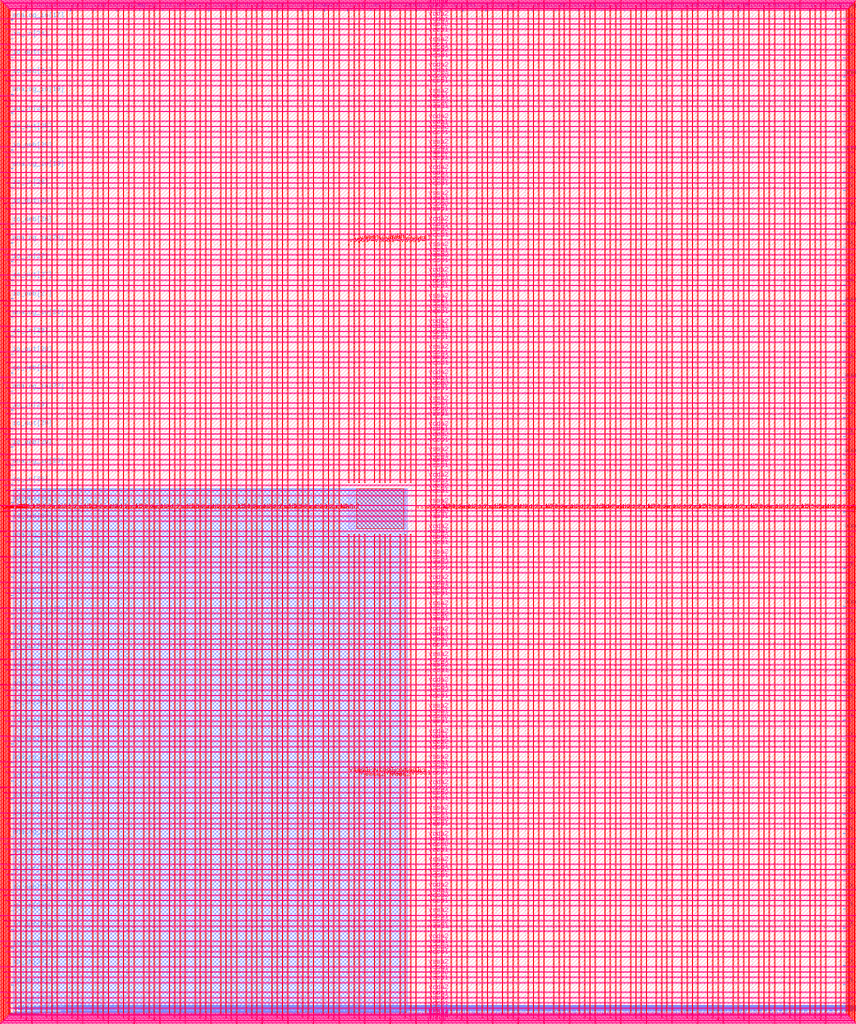
<source format=lef>
VERSION 5.7 ;
  NOWIREEXTENSIONATPIN ON ;
  DIVIDERCHAR "/" ;
  BUSBITCHARS "[]" ;
MACRO user_project_wrapper
  CLASS BLOCK ;
  FOREIGN user_project_wrapper ;
  ORIGIN 0.000 0.000 ;
  SIZE 2920.000 BY 3520.000 ;
  PIN analog_io[0]
    DIRECTION INOUT ;
    USE SIGNAL ;
    PORT
      LAYER met3 ;
        RECT 2917.600 1426.380 2924.800 1427.580 ;
    END
  END analog_io[0]
  PIN analog_io[10]
    DIRECTION INOUT ;
    USE SIGNAL ;
    PORT
      LAYER met2 ;
        RECT 2230.490 3517.600 2231.050 3524.800 ;
    END
  END analog_io[10]
  PIN analog_io[11]
    DIRECTION INOUT ;
    USE SIGNAL ;
    PORT
      LAYER met2 ;
        RECT 1905.730 3517.600 1906.290 3524.800 ;
    END
  END analog_io[11]
  PIN analog_io[12]
    DIRECTION INOUT ;
    USE SIGNAL ;
    PORT
      LAYER met2 ;
        RECT 1581.430 3517.600 1581.990 3524.800 ;
    END
  END analog_io[12]
  PIN analog_io[13]
    DIRECTION INOUT ;
    USE SIGNAL ;
    PORT
      LAYER met2 ;
        RECT 1257.130 3517.600 1257.690 3524.800 ;
    END
  END analog_io[13]
  PIN analog_io[14]
    DIRECTION INOUT ;
    USE SIGNAL ;
    PORT
      LAYER met2 ;
        RECT 932.370 3517.600 932.930 3524.800 ;
    END
  END analog_io[14]
  PIN analog_io[15]
    DIRECTION INOUT ;
    USE SIGNAL ;
    PORT
      LAYER met2 ;
        RECT 608.070 3517.600 608.630 3524.800 ;
    END
  END analog_io[15]
  PIN analog_io[16]
    DIRECTION INOUT ;
    USE SIGNAL ;
    PORT
      LAYER met2 ;
        RECT 283.770 3517.600 284.330 3524.800 ;
    END
  END analog_io[16]
  PIN analog_io[17]
    DIRECTION INOUT ;
    USE SIGNAL ;
    PORT
      LAYER met3 ;
        RECT -4.800 3486.100 2.400 3487.300 ;
    END
  END analog_io[17]
  PIN analog_io[18]
    DIRECTION INOUT ;
    USE SIGNAL ;
    PORT
      LAYER met3 ;
        RECT -4.800 3224.980 2.400 3226.180 ;
    END
  END analog_io[18]
  PIN analog_io[19]
    DIRECTION INOUT ;
    USE SIGNAL ;
    PORT
      LAYER met3 ;
        RECT -4.800 2964.540 2.400 2965.740 ;
    END
  END analog_io[19]
  PIN analog_io[1]
    DIRECTION INOUT ;
    USE SIGNAL ;
    PORT
      LAYER met3 ;
        RECT 2917.600 1692.260 2924.800 1693.460 ;
    END
  END analog_io[1]
  PIN analog_io[20]
    DIRECTION INOUT ;
    USE SIGNAL ;
    PORT
      LAYER met3 ;
        RECT -4.800 2703.420 2.400 2704.620 ;
    END
  END analog_io[20]
  PIN analog_io[21]
    DIRECTION INOUT ;
    USE SIGNAL ;
    PORT
      LAYER met3 ;
        RECT -4.800 2442.980 2.400 2444.180 ;
    END
  END analog_io[21]
  PIN analog_io[22]
    DIRECTION INOUT ;
    USE SIGNAL ;
    PORT
      LAYER met3 ;
        RECT -4.800 2182.540 2.400 2183.740 ;
    END
  END analog_io[22]
  PIN analog_io[23]
    DIRECTION INOUT ;
    USE SIGNAL ;
    PORT
      LAYER met3 ;
        RECT -4.800 1921.420 2.400 1922.620 ;
    END
  END analog_io[23]
  PIN analog_io[24]
    DIRECTION INOUT ;
    USE SIGNAL ;
    PORT
      LAYER met3 ;
        RECT -4.800 1660.980 2.400 1662.180 ;
    END
  END analog_io[24]
  PIN analog_io[25]
    DIRECTION INOUT ;
    USE SIGNAL ;
    PORT
      LAYER met3 ;
        RECT -4.800 1399.860 2.400 1401.060 ;
    END
  END analog_io[25]
  PIN analog_io[26]
    DIRECTION INOUT ;
    USE SIGNAL ;
    PORT
      LAYER met3 ;
        RECT -4.800 1139.420 2.400 1140.620 ;
    END
  END analog_io[26]
  PIN analog_io[27]
    DIRECTION INOUT ;
    USE SIGNAL ;
    PORT
      LAYER met3 ;
        RECT -4.800 878.980 2.400 880.180 ;
    END
  END analog_io[27]
  PIN analog_io[28]
    DIRECTION INOUT ;
    USE SIGNAL ;
    PORT
      LAYER met3 ;
        RECT -4.800 617.860 2.400 619.060 ;
    END
  END analog_io[28]
  PIN analog_io[2]
    DIRECTION INOUT ;
    USE SIGNAL ;
    PORT
      LAYER met3 ;
        RECT 2917.600 1958.140 2924.800 1959.340 ;
    END
  END analog_io[2]
  PIN analog_io[3]
    DIRECTION INOUT ;
    USE SIGNAL ;
    PORT
      LAYER met3 ;
        RECT 2917.600 2223.340 2924.800 2224.540 ;
    END
  END analog_io[3]
  PIN analog_io[4]
    DIRECTION INOUT ;
    USE SIGNAL ;
    PORT
      LAYER met3 ;
        RECT 2917.600 2489.220 2924.800 2490.420 ;
    END
  END analog_io[4]
  PIN analog_io[5]
    DIRECTION INOUT ;
    USE SIGNAL ;
    PORT
      LAYER met3 ;
        RECT 2917.600 2755.100 2924.800 2756.300 ;
    END
  END analog_io[5]
  PIN analog_io[6]
    DIRECTION INOUT ;
    USE SIGNAL ;
    PORT
      LAYER met3 ;
        RECT 2917.600 3020.300 2924.800 3021.500 ;
    END
  END analog_io[6]
  PIN analog_io[7]
    DIRECTION INOUT ;
    USE SIGNAL ;
    PORT
      LAYER met3 ;
        RECT 2917.600 3286.180 2924.800 3287.380 ;
    END
  END analog_io[7]
  PIN analog_io[8]
    DIRECTION INOUT ;
    USE SIGNAL ;
    PORT
      LAYER met2 ;
        RECT 2879.090 3517.600 2879.650 3524.800 ;
    END
  END analog_io[8]
  PIN analog_io[9]
    DIRECTION INOUT ;
    USE SIGNAL ;
    PORT
      LAYER met2 ;
        RECT 2554.790 3517.600 2555.350 3524.800 ;
    END
  END analog_io[9]
  PIN io_in[0]
    DIRECTION INPUT ;
    USE SIGNAL ;
    PORT
      LAYER met3 ;
        RECT 2917.600 32.380 2924.800 33.580 ;
    END
  END io_in[0]
  PIN io_in[10]
    DIRECTION INPUT ;
    USE SIGNAL ;
    PORT
      LAYER met3 ;
        RECT 2917.600 2289.980 2924.800 2291.180 ;
    END
  END io_in[10]
  PIN io_in[11]
    DIRECTION INPUT ;
    USE SIGNAL ;
    PORT
      LAYER met3 ;
        RECT 2917.600 2555.860 2924.800 2557.060 ;
    END
  END io_in[11]
  PIN io_in[12]
    DIRECTION INPUT ;
    USE SIGNAL ;
    PORT
      LAYER met3 ;
        RECT 2917.600 2821.060 2924.800 2822.260 ;
    END
  END io_in[12]
  PIN io_in[13]
    DIRECTION INPUT ;
    USE SIGNAL ;
    PORT
      LAYER met3 ;
        RECT 2917.600 3086.940 2924.800 3088.140 ;
    END
  END io_in[13]
  PIN io_in[14]
    DIRECTION INPUT ;
    USE SIGNAL ;
    PORT
      LAYER met3 ;
        RECT 2917.600 3352.820 2924.800 3354.020 ;
    END
  END io_in[14]
  PIN io_in[15]
    DIRECTION INPUT ;
    USE SIGNAL ;
    PORT
      LAYER met2 ;
        RECT 2798.130 3517.600 2798.690 3524.800 ;
    END
  END io_in[15]
  PIN io_in[16]
    DIRECTION INPUT ;
    USE SIGNAL ;
    PORT
      LAYER met2 ;
        RECT 2473.830 3517.600 2474.390 3524.800 ;
    END
  END io_in[16]
  PIN io_in[17]
    DIRECTION INPUT ;
    USE SIGNAL ;
    PORT
      LAYER met2 ;
        RECT 2149.070 3517.600 2149.630 3524.800 ;
    END
  END io_in[17]
  PIN io_in[18]
    DIRECTION INPUT ;
    USE SIGNAL ;
    PORT
      LAYER met2 ;
        RECT 1824.770 3517.600 1825.330 3524.800 ;
    END
  END io_in[18]
  PIN io_in[19]
    DIRECTION INPUT ;
    USE SIGNAL ;
    PORT
      LAYER met2 ;
        RECT 1500.470 3517.600 1501.030 3524.800 ;
    END
  END io_in[19]
  PIN io_in[1]
    DIRECTION INPUT ;
    USE SIGNAL ;
    PORT
      LAYER met3 ;
        RECT 2917.600 230.940 2924.800 232.140 ;
    END
  END io_in[1]
  PIN io_in[20]
    DIRECTION INPUT ;
    USE SIGNAL ;
    PORT
      LAYER met2 ;
        RECT 1175.710 3517.600 1176.270 3524.800 ;
    END
  END io_in[20]
  PIN io_in[21]
    DIRECTION INPUT ;
    USE SIGNAL ;
    PORT
      LAYER met2 ;
        RECT 851.410 3517.600 851.970 3524.800 ;
    END
  END io_in[21]
  PIN io_in[22]
    DIRECTION INPUT ;
    USE SIGNAL ;
    PORT
      LAYER met2 ;
        RECT 527.110 3517.600 527.670 3524.800 ;
    END
  END io_in[22]
  PIN io_in[23]
    DIRECTION INPUT ;
    USE SIGNAL ;
    PORT
      LAYER met2 ;
        RECT 202.350 3517.600 202.910 3524.800 ;
    END
  END io_in[23]
  PIN io_in[24]
    DIRECTION INPUT ;
    USE SIGNAL ;
    PORT
      LAYER met3 ;
        RECT -4.800 3420.820 2.400 3422.020 ;
    END
  END io_in[24]
  PIN io_in[25]
    DIRECTION INPUT ;
    USE SIGNAL ;
    PORT
      LAYER met3 ;
        RECT -4.800 3159.700 2.400 3160.900 ;
    END
  END io_in[25]
  PIN io_in[26]
    DIRECTION INPUT ;
    USE SIGNAL ;
    PORT
      LAYER met3 ;
        RECT -4.800 2899.260 2.400 2900.460 ;
    END
  END io_in[26]
  PIN io_in[27]
    DIRECTION INPUT ;
    USE SIGNAL ;
    PORT
      LAYER met3 ;
        RECT -4.800 2638.820 2.400 2640.020 ;
    END
  END io_in[27]
  PIN io_in[28]
    DIRECTION INPUT ;
    USE SIGNAL ;
    PORT
      LAYER met3 ;
        RECT -4.800 2377.700 2.400 2378.900 ;
    END
  END io_in[28]
  PIN io_in[29]
    DIRECTION INPUT ;
    USE SIGNAL ;
    PORT
      LAYER met3 ;
        RECT -4.800 2117.260 2.400 2118.460 ;
    END
  END io_in[29]
  PIN io_in[2]
    DIRECTION INPUT ;
    USE SIGNAL ;
    PORT
      LAYER met3 ;
        RECT 2917.600 430.180 2924.800 431.380 ;
    END
  END io_in[2]
  PIN io_in[30]
    DIRECTION INPUT ;
    USE SIGNAL ;
    PORT
      LAYER met3 ;
        RECT -4.800 1856.140 2.400 1857.340 ;
    END
  END io_in[30]
  PIN io_in[31]
    DIRECTION INPUT ;
    USE SIGNAL ;
    PORT
      LAYER met3 ;
        RECT -4.800 1595.700 2.400 1596.900 ;
    END
  END io_in[31]
  PIN io_in[32]
    DIRECTION INPUT ;
    USE SIGNAL ;
    PORT
      LAYER met3 ;
        RECT -4.800 1335.260 2.400 1336.460 ;
    END
  END io_in[32]
  PIN io_in[33]
    DIRECTION INPUT ;
    USE SIGNAL ;
    PORT
      LAYER met3 ;
        RECT -4.800 1074.140 2.400 1075.340 ;
    END
  END io_in[33]
  PIN io_in[34]
    DIRECTION INPUT ;
    USE SIGNAL ;
    PORT
      LAYER met3 ;
        RECT -4.800 813.700 2.400 814.900 ;
    END
  END io_in[34]
  PIN io_in[35]
    DIRECTION INPUT ;
    USE SIGNAL ;
    PORT
      LAYER met3 ;
        RECT -4.800 552.580 2.400 553.780 ;
    END
  END io_in[35]
  PIN io_in[36]
    DIRECTION INPUT ;
    USE SIGNAL ;
    PORT
      LAYER met3 ;
        RECT -4.800 357.420 2.400 358.620 ;
    END
  END io_in[36]
  PIN io_in[37]
    DIRECTION INPUT ;
    USE SIGNAL ;
    PORT
      LAYER met3 ;
        RECT -4.800 161.580 2.400 162.780 ;
    END
  END io_in[37]
  PIN io_in[3]
    DIRECTION INPUT ;
    USE SIGNAL ;
    PORT
      LAYER met3 ;
        RECT 2917.600 629.420 2924.800 630.620 ;
    END
  END io_in[3]
  PIN io_in[4]
    DIRECTION INPUT ;
    USE SIGNAL ;
    PORT
      LAYER met3 ;
        RECT 2917.600 828.660 2924.800 829.860 ;
    END
  END io_in[4]
  PIN io_in[5]
    DIRECTION INPUT ;
    USE SIGNAL ;
    PORT
      LAYER met3 ;
        RECT 2917.600 1027.900 2924.800 1029.100 ;
    END
  END io_in[5]
  PIN io_in[6]
    DIRECTION INPUT ;
    USE SIGNAL ;
    PORT
      LAYER met3 ;
        RECT 2917.600 1227.140 2924.800 1228.340 ;
    END
  END io_in[6]
  PIN io_in[7]
    DIRECTION INPUT ;
    USE SIGNAL ;
    PORT
      LAYER met3 ;
        RECT 2917.600 1493.020 2924.800 1494.220 ;
    END
  END io_in[7]
  PIN io_in[8]
    DIRECTION INPUT ;
    USE SIGNAL ;
    PORT
      LAYER met3 ;
        RECT 2917.600 1758.900 2924.800 1760.100 ;
    END
  END io_in[8]
  PIN io_in[9]
    DIRECTION INPUT ;
    USE SIGNAL ;
    PORT
      LAYER met3 ;
        RECT 2917.600 2024.100 2924.800 2025.300 ;
    END
  END io_in[9]
  PIN io_oeb[0]
    DIRECTION OUTPUT TRISTATE ;
    USE SIGNAL ;
    PORT
      LAYER met3 ;
        RECT 2917.600 164.980 2924.800 166.180 ;
    END
  END io_oeb[0]
  PIN io_oeb[10]
    DIRECTION OUTPUT TRISTATE ;
    USE SIGNAL ;
    PORT
      LAYER met3 ;
        RECT 2917.600 2422.580 2924.800 2423.780 ;
    END
  END io_oeb[10]
  PIN io_oeb[11]
    DIRECTION OUTPUT TRISTATE ;
    USE SIGNAL ;
    PORT
      LAYER met3 ;
        RECT 2917.600 2688.460 2924.800 2689.660 ;
    END
  END io_oeb[11]
  PIN io_oeb[12]
    DIRECTION OUTPUT TRISTATE ;
    USE SIGNAL ;
    PORT
      LAYER met3 ;
        RECT 2917.600 2954.340 2924.800 2955.540 ;
    END
  END io_oeb[12]
  PIN io_oeb[13]
    DIRECTION OUTPUT TRISTATE ;
    USE SIGNAL ;
    PORT
      LAYER met3 ;
        RECT 2917.600 3219.540 2924.800 3220.740 ;
    END
  END io_oeb[13]
  PIN io_oeb[14]
    DIRECTION OUTPUT TRISTATE ;
    USE SIGNAL ;
    PORT
      LAYER met3 ;
        RECT 2917.600 3485.420 2924.800 3486.620 ;
    END
  END io_oeb[14]
  PIN io_oeb[15]
    DIRECTION OUTPUT TRISTATE ;
    USE SIGNAL ;
    PORT
      LAYER met2 ;
        RECT 2635.750 3517.600 2636.310 3524.800 ;
    END
  END io_oeb[15]
  PIN io_oeb[16]
    DIRECTION OUTPUT TRISTATE ;
    USE SIGNAL ;
    PORT
      LAYER met2 ;
        RECT 2311.450 3517.600 2312.010 3524.800 ;
    END
  END io_oeb[16]
  PIN io_oeb[17]
    DIRECTION OUTPUT TRISTATE ;
    USE SIGNAL ;
    PORT
      LAYER met2 ;
        RECT 1987.150 3517.600 1987.710 3524.800 ;
    END
  END io_oeb[17]
  PIN io_oeb[18]
    DIRECTION OUTPUT TRISTATE ;
    USE SIGNAL ;
    PORT
      LAYER met2 ;
        RECT 1662.390 3517.600 1662.950 3524.800 ;
    END
  END io_oeb[18]
  PIN io_oeb[19]
    DIRECTION OUTPUT TRISTATE ;
    USE SIGNAL ;
    PORT
      LAYER met2 ;
        RECT 1338.090 3517.600 1338.650 3524.800 ;
    END
  END io_oeb[19]
  PIN io_oeb[1]
    DIRECTION OUTPUT TRISTATE ;
    USE SIGNAL ;
    PORT
      LAYER met3 ;
        RECT 2917.600 364.220 2924.800 365.420 ;
    END
  END io_oeb[1]
  PIN io_oeb[20]
    DIRECTION OUTPUT TRISTATE ;
    USE SIGNAL ;
    PORT
      LAYER met2 ;
        RECT 1013.790 3517.600 1014.350 3524.800 ;
    END
  END io_oeb[20]
  PIN io_oeb[21]
    DIRECTION OUTPUT TRISTATE ;
    USE SIGNAL ;
    PORT
      LAYER met2 ;
        RECT 689.030 3517.600 689.590 3524.800 ;
    END
  END io_oeb[21]
  PIN io_oeb[22]
    DIRECTION OUTPUT TRISTATE ;
    USE SIGNAL ;
    PORT
      LAYER met2 ;
        RECT 364.730 3517.600 365.290 3524.800 ;
    END
  END io_oeb[22]
  PIN io_oeb[23]
    DIRECTION OUTPUT TRISTATE ;
    USE SIGNAL ;
    PORT
      LAYER met2 ;
        RECT 40.430 3517.600 40.990 3524.800 ;
    END
  END io_oeb[23]
  PIN io_oeb[24]
    DIRECTION OUTPUT TRISTATE ;
    USE SIGNAL ;
    PORT
      LAYER met3 ;
        RECT -4.800 3290.260 2.400 3291.460 ;
    END
  END io_oeb[24]
  PIN io_oeb[25]
    DIRECTION OUTPUT TRISTATE ;
    USE SIGNAL ;
    PORT
      LAYER met3 ;
        RECT -4.800 3029.820 2.400 3031.020 ;
    END
  END io_oeb[25]
  PIN io_oeb[26]
    DIRECTION OUTPUT TRISTATE ;
    USE SIGNAL ;
    PORT
      LAYER met3 ;
        RECT -4.800 2768.700 2.400 2769.900 ;
    END
  END io_oeb[26]
  PIN io_oeb[27]
    DIRECTION OUTPUT TRISTATE ;
    USE SIGNAL ;
    PORT
      LAYER met3 ;
        RECT -4.800 2508.260 2.400 2509.460 ;
    END
  END io_oeb[27]
  PIN io_oeb[28]
    DIRECTION OUTPUT TRISTATE ;
    USE SIGNAL ;
    PORT
      LAYER met3 ;
        RECT -4.800 2247.140 2.400 2248.340 ;
    END
  END io_oeb[28]
  PIN io_oeb[29]
    DIRECTION OUTPUT TRISTATE ;
    USE SIGNAL ;
    PORT
      LAYER met3 ;
        RECT -4.800 1986.700 2.400 1987.900 ;
    END
  END io_oeb[29]
  PIN io_oeb[2]
    DIRECTION OUTPUT TRISTATE ;
    USE SIGNAL ;
    PORT
      LAYER met3 ;
        RECT 2917.600 563.460 2924.800 564.660 ;
    END
  END io_oeb[2]
  PIN io_oeb[30]
    DIRECTION OUTPUT TRISTATE ;
    USE SIGNAL ;
    PORT
      LAYER met3 ;
        RECT -4.800 1726.260 2.400 1727.460 ;
    END
  END io_oeb[30]
  PIN io_oeb[31]
    DIRECTION OUTPUT TRISTATE ;
    USE SIGNAL ;
    PORT
      LAYER met3 ;
        RECT -4.800 1465.140 2.400 1466.340 ;
    END
  END io_oeb[31]
  PIN io_oeb[32]
    DIRECTION OUTPUT TRISTATE ;
    USE SIGNAL ;
    PORT
      LAYER met3 ;
        RECT -4.800 1204.700 2.400 1205.900 ;
    END
  END io_oeb[32]
  PIN io_oeb[33]
    DIRECTION OUTPUT TRISTATE ;
    USE SIGNAL ;
    PORT
      LAYER met3 ;
        RECT -4.800 943.580 2.400 944.780 ;
    END
  END io_oeb[33]
  PIN io_oeb[34]
    DIRECTION OUTPUT TRISTATE ;
    USE SIGNAL ;
    PORT
      LAYER met3 ;
        RECT -4.800 683.140 2.400 684.340 ;
    END
  END io_oeb[34]
  PIN io_oeb[35]
    DIRECTION OUTPUT TRISTATE ;
    USE SIGNAL ;
    PORT
      LAYER met3 ;
        RECT -4.800 422.700 2.400 423.900 ;
    END
  END io_oeb[35]
  PIN io_oeb[36]
    DIRECTION OUTPUT TRISTATE ;
    USE SIGNAL ;
    PORT
      LAYER met3 ;
        RECT -4.800 226.860 2.400 228.060 ;
    END
  END io_oeb[36]
  PIN io_oeb[37]
    DIRECTION OUTPUT TRISTATE ;
    USE SIGNAL ;
    PORT
      LAYER met3 ;
        RECT -4.800 31.700 2.400 32.900 ;
    END
  END io_oeb[37]
  PIN io_oeb[3]
    DIRECTION OUTPUT TRISTATE ;
    USE SIGNAL ;
    PORT
      LAYER met3 ;
        RECT 2917.600 762.700 2924.800 763.900 ;
    END
  END io_oeb[3]
  PIN io_oeb[4]
    DIRECTION OUTPUT TRISTATE ;
    USE SIGNAL ;
    PORT
      LAYER met3 ;
        RECT 2917.600 961.940 2924.800 963.140 ;
    END
  END io_oeb[4]
  PIN io_oeb[5]
    DIRECTION OUTPUT TRISTATE ;
    USE SIGNAL ;
    PORT
      LAYER met3 ;
        RECT 2917.600 1161.180 2924.800 1162.380 ;
    END
  END io_oeb[5]
  PIN io_oeb[6]
    DIRECTION OUTPUT TRISTATE ;
    USE SIGNAL ;
    PORT
      LAYER met3 ;
        RECT 2917.600 1360.420 2924.800 1361.620 ;
    END
  END io_oeb[6]
  PIN io_oeb[7]
    DIRECTION OUTPUT TRISTATE ;
    USE SIGNAL ;
    PORT
      LAYER met3 ;
        RECT 2917.600 1625.620 2924.800 1626.820 ;
    END
  END io_oeb[7]
  PIN io_oeb[8]
    DIRECTION OUTPUT TRISTATE ;
    USE SIGNAL ;
    PORT
      LAYER met3 ;
        RECT 2917.600 1891.500 2924.800 1892.700 ;
    END
  END io_oeb[8]
  PIN io_oeb[9]
    DIRECTION OUTPUT TRISTATE ;
    USE SIGNAL ;
    PORT
      LAYER met3 ;
        RECT 2917.600 2157.380 2924.800 2158.580 ;
    END
  END io_oeb[9]
  PIN io_out[0]
    DIRECTION OUTPUT TRISTATE ;
    USE SIGNAL ;
    PORT
      LAYER met3 ;
        RECT 2917.600 98.340 2924.800 99.540 ;
    END
  END io_out[0]
  PIN io_out[10]
    DIRECTION OUTPUT TRISTATE ;
    USE SIGNAL ;
    PORT
      LAYER met3 ;
        RECT 2917.600 2356.620 2924.800 2357.820 ;
    END
  END io_out[10]
  PIN io_out[11]
    DIRECTION OUTPUT TRISTATE ;
    USE SIGNAL ;
    PORT
      LAYER met3 ;
        RECT 2917.600 2621.820 2924.800 2623.020 ;
    END
  END io_out[11]
  PIN io_out[12]
    DIRECTION OUTPUT TRISTATE ;
    USE SIGNAL ;
    PORT
      LAYER met3 ;
        RECT 2917.600 2887.700 2924.800 2888.900 ;
    END
  END io_out[12]
  PIN io_out[13]
    DIRECTION OUTPUT TRISTATE ;
    USE SIGNAL ;
    PORT
      LAYER met3 ;
        RECT 2917.600 3153.580 2924.800 3154.780 ;
    END
  END io_out[13]
  PIN io_out[14]
    DIRECTION OUTPUT TRISTATE ;
    USE SIGNAL ;
    PORT
      LAYER met3 ;
        RECT 2917.600 3418.780 2924.800 3419.980 ;
    END
  END io_out[14]
  PIN io_out[15]
    DIRECTION OUTPUT TRISTATE ;
    USE SIGNAL ;
    PORT
      LAYER met2 ;
        RECT 2717.170 3517.600 2717.730 3524.800 ;
    END
  END io_out[15]
  PIN io_out[16]
    DIRECTION OUTPUT TRISTATE ;
    USE SIGNAL ;
    PORT
      LAYER met2 ;
        RECT 2392.410 3517.600 2392.970 3524.800 ;
    END
  END io_out[16]
  PIN io_out[17]
    DIRECTION OUTPUT TRISTATE ;
    USE SIGNAL ;
    PORT
      LAYER met2 ;
        RECT 2068.110 3517.600 2068.670 3524.800 ;
    END
  END io_out[17]
  PIN io_out[18]
    DIRECTION OUTPUT TRISTATE ;
    USE SIGNAL ;
    PORT
      LAYER met2 ;
        RECT 1743.810 3517.600 1744.370 3524.800 ;
    END
  END io_out[18]
  PIN io_out[19]
    DIRECTION OUTPUT TRISTATE ;
    USE SIGNAL ;
    PORT
      LAYER met2 ;
        RECT 1419.050 3517.600 1419.610 3524.800 ;
    END
  END io_out[19]
  PIN io_out[1]
    DIRECTION OUTPUT TRISTATE ;
    USE SIGNAL ;
    PORT
      LAYER met3 ;
        RECT 2917.600 297.580 2924.800 298.780 ;
    END
  END io_out[1]
  PIN io_out[20]
    DIRECTION OUTPUT TRISTATE ;
    USE SIGNAL ;
    PORT
      LAYER met2 ;
        RECT 1094.750 3517.600 1095.310 3524.800 ;
    END
  END io_out[20]
  PIN io_out[21]
    DIRECTION OUTPUT TRISTATE ;
    USE SIGNAL ;
    PORT
      LAYER met2 ;
        RECT 770.450 3517.600 771.010 3524.800 ;
    END
  END io_out[21]
  PIN io_out[22]
    DIRECTION OUTPUT TRISTATE ;
    USE SIGNAL ;
    PORT
      LAYER met2 ;
        RECT 445.690 3517.600 446.250 3524.800 ;
    END
  END io_out[22]
  PIN io_out[23]
    DIRECTION OUTPUT TRISTATE ;
    USE SIGNAL ;
    PORT
      LAYER met2 ;
        RECT 121.390 3517.600 121.950 3524.800 ;
    END
  END io_out[23]
  PIN io_out[24]
    DIRECTION OUTPUT TRISTATE ;
    USE SIGNAL ;
    PORT
      LAYER met3 ;
        RECT -4.800 3355.540 2.400 3356.740 ;
    END
  END io_out[24]
  PIN io_out[25]
    DIRECTION OUTPUT TRISTATE ;
    USE SIGNAL ;
    PORT
      LAYER met3 ;
        RECT -4.800 3095.100 2.400 3096.300 ;
    END
  END io_out[25]
  PIN io_out[26]
    DIRECTION OUTPUT TRISTATE ;
    USE SIGNAL ;
    PORT
      LAYER met3 ;
        RECT -4.800 2833.980 2.400 2835.180 ;
    END
  END io_out[26]
  PIN io_out[27]
    DIRECTION OUTPUT TRISTATE ;
    USE SIGNAL ;
    PORT
      LAYER met3 ;
        RECT -4.800 2573.540 2.400 2574.740 ;
    END
  END io_out[27]
  PIN io_out[28]
    DIRECTION OUTPUT TRISTATE ;
    USE SIGNAL ;
    PORT
      LAYER met3 ;
        RECT -4.800 2312.420 2.400 2313.620 ;
    END
  END io_out[28]
  PIN io_out[29]
    DIRECTION OUTPUT TRISTATE ;
    USE SIGNAL ;
    PORT
      LAYER met3 ;
        RECT -4.800 2051.980 2.400 2053.180 ;
    END
  END io_out[29]
  PIN io_out[2]
    DIRECTION OUTPUT TRISTATE ;
    USE SIGNAL ;
    PORT
      LAYER met3 ;
        RECT 2917.600 496.820 2924.800 498.020 ;
    END
  END io_out[2]
  PIN io_out[30]
    DIRECTION OUTPUT TRISTATE ;
    USE SIGNAL ;
    PORT
      LAYER met3 ;
        RECT -4.800 1791.540 2.400 1792.740 ;
    END
  END io_out[30]
  PIN io_out[31]
    DIRECTION OUTPUT TRISTATE ;
    USE SIGNAL ;
    PORT
      LAYER met3 ;
        RECT -4.800 1530.420 2.400 1531.620 ;
    END
  END io_out[31]
  PIN io_out[32]
    DIRECTION OUTPUT TRISTATE ;
    USE SIGNAL ;
    PORT
      LAYER met3 ;
        RECT -4.800 1269.980 2.400 1271.180 ;
    END
  END io_out[32]
  PIN io_out[33]
    DIRECTION OUTPUT TRISTATE ;
    USE SIGNAL ;
    PORT
      LAYER met3 ;
        RECT -4.800 1008.860 2.400 1010.060 ;
    END
  END io_out[33]
  PIN io_out[34]
    DIRECTION OUTPUT TRISTATE ;
    USE SIGNAL ;
    PORT
      LAYER met3 ;
        RECT -4.800 748.420 2.400 749.620 ;
    END
  END io_out[34]
  PIN io_out[35]
    DIRECTION OUTPUT TRISTATE ;
    USE SIGNAL ;
    PORT
      LAYER met3 ;
        RECT -4.800 487.300 2.400 488.500 ;
    END
  END io_out[35]
  PIN io_out[36]
    DIRECTION OUTPUT TRISTATE ;
    USE SIGNAL ;
    PORT
      LAYER met3 ;
        RECT -4.800 292.140 2.400 293.340 ;
    END
  END io_out[36]
  PIN io_out[37]
    DIRECTION OUTPUT TRISTATE ;
    USE SIGNAL ;
    PORT
      LAYER met3 ;
        RECT -4.800 96.300 2.400 97.500 ;
    END
  END io_out[37]
  PIN io_out[3]
    DIRECTION OUTPUT TRISTATE ;
    USE SIGNAL ;
    PORT
      LAYER met3 ;
        RECT 2917.600 696.060 2924.800 697.260 ;
    END
  END io_out[3]
  PIN io_out[4]
    DIRECTION OUTPUT TRISTATE ;
    USE SIGNAL ;
    PORT
      LAYER met3 ;
        RECT 2917.600 895.300 2924.800 896.500 ;
    END
  END io_out[4]
  PIN io_out[5]
    DIRECTION OUTPUT TRISTATE ;
    USE SIGNAL ;
    PORT
      LAYER met3 ;
        RECT 2917.600 1094.540 2924.800 1095.740 ;
    END
  END io_out[5]
  PIN io_out[6]
    DIRECTION OUTPUT TRISTATE ;
    USE SIGNAL ;
    PORT
      LAYER met3 ;
        RECT 2917.600 1293.780 2924.800 1294.980 ;
    END
  END io_out[6]
  PIN io_out[7]
    DIRECTION OUTPUT TRISTATE ;
    USE SIGNAL ;
    PORT
      LAYER met3 ;
        RECT 2917.600 1559.660 2924.800 1560.860 ;
    END
  END io_out[7]
  PIN io_out[8]
    DIRECTION OUTPUT TRISTATE ;
    USE SIGNAL ;
    PORT
      LAYER met3 ;
        RECT 2917.600 1824.860 2924.800 1826.060 ;
    END
  END io_out[8]
  PIN io_out[9]
    DIRECTION OUTPUT TRISTATE ;
    USE SIGNAL ;
    PORT
      LAYER met3 ;
        RECT 2917.600 2090.740 2924.800 2091.940 ;
    END
  END io_out[9]
  PIN la_data_in[0]
    DIRECTION INPUT ;
    USE SIGNAL ;
    PORT
      LAYER met2 ;
        RECT 629.230 -4.800 629.790 2.400 ;
    END
  END la_data_in[0]
  PIN la_data_in[100]
    DIRECTION INPUT ;
    USE SIGNAL ;
    PORT
      LAYER met2 ;
        RECT 2402.530 -4.800 2403.090 2.400 ;
    END
  END la_data_in[100]
  PIN la_data_in[101]
    DIRECTION INPUT ;
    USE SIGNAL ;
    PORT
      LAYER met2 ;
        RECT 2420.010 -4.800 2420.570 2.400 ;
    END
  END la_data_in[101]
  PIN la_data_in[102]
    DIRECTION INPUT ;
    USE SIGNAL ;
    PORT
      LAYER met2 ;
        RECT 2437.950 -4.800 2438.510 2.400 ;
    END
  END la_data_in[102]
  PIN la_data_in[103]
    DIRECTION INPUT ;
    USE SIGNAL ;
    PORT
      LAYER met2 ;
        RECT 2455.430 -4.800 2455.990 2.400 ;
    END
  END la_data_in[103]
  PIN la_data_in[104]
    DIRECTION INPUT ;
    USE SIGNAL ;
    PORT
      LAYER met2 ;
        RECT 2473.370 -4.800 2473.930 2.400 ;
    END
  END la_data_in[104]
  PIN la_data_in[105]
    DIRECTION INPUT ;
    USE SIGNAL ;
    PORT
      LAYER met2 ;
        RECT 2490.850 -4.800 2491.410 2.400 ;
    END
  END la_data_in[105]
  PIN la_data_in[106]
    DIRECTION INPUT ;
    USE SIGNAL ;
    PORT
      LAYER met2 ;
        RECT 2508.790 -4.800 2509.350 2.400 ;
    END
  END la_data_in[106]
  PIN la_data_in[107]
    DIRECTION INPUT ;
    USE SIGNAL ;
    PORT
      LAYER met2 ;
        RECT 2526.730 -4.800 2527.290 2.400 ;
    END
  END la_data_in[107]
  PIN la_data_in[108]
    DIRECTION INPUT ;
    USE SIGNAL ;
    PORT
      LAYER met2 ;
        RECT 2544.210 -4.800 2544.770 2.400 ;
    END
  END la_data_in[108]
  PIN la_data_in[109]
    DIRECTION INPUT ;
    USE SIGNAL ;
    PORT
      LAYER met2 ;
        RECT 2562.150 -4.800 2562.710 2.400 ;
    END
  END la_data_in[109]
  PIN la_data_in[10]
    DIRECTION INPUT ;
    USE SIGNAL ;
    PORT
      LAYER met2 ;
        RECT 806.330 -4.800 806.890 2.400 ;
    END
  END la_data_in[10]
  PIN la_data_in[110]
    DIRECTION INPUT ;
    USE SIGNAL ;
    PORT
      LAYER met2 ;
        RECT 2579.630 -4.800 2580.190 2.400 ;
    END
  END la_data_in[110]
  PIN la_data_in[111]
    DIRECTION INPUT ;
    USE SIGNAL ;
    PORT
      LAYER met2 ;
        RECT 2597.570 -4.800 2598.130 2.400 ;
    END
  END la_data_in[111]
  PIN la_data_in[112]
    DIRECTION INPUT ;
    USE SIGNAL ;
    PORT
      LAYER met2 ;
        RECT 2615.050 -4.800 2615.610 2.400 ;
    END
  END la_data_in[112]
  PIN la_data_in[113]
    DIRECTION INPUT ;
    USE SIGNAL ;
    PORT
      LAYER met2 ;
        RECT 2632.990 -4.800 2633.550 2.400 ;
    END
  END la_data_in[113]
  PIN la_data_in[114]
    DIRECTION INPUT ;
    USE SIGNAL ;
    PORT
      LAYER met2 ;
        RECT 2650.470 -4.800 2651.030 2.400 ;
    END
  END la_data_in[114]
  PIN la_data_in[115]
    DIRECTION INPUT ;
    USE SIGNAL ;
    PORT
      LAYER met2 ;
        RECT 2668.410 -4.800 2668.970 2.400 ;
    END
  END la_data_in[115]
  PIN la_data_in[116]
    DIRECTION INPUT ;
    USE SIGNAL ;
    PORT
      LAYER met2 ;
        RECT 2685.890 -4.800 2686.450 2.400 ;
    END
  END la_data_in[116]
  PIN la_data_in[117]
    DIRECTION INPUT ;
    USE SIGNAL ;
    PORT
      LAYER met2 ;
        RECT 2703.830 -4.800 2704.390 2.400 ;
    END
  END la_data_in[117]
  PIN la_data_in[118]
    DIRECTION INPUT ;
    USE SIGNAL ;
    PORT
      LAYER met2 ;
        RECT 2721.770 -4.800 2722.330 2.400 ;
    END
  END la_data_in[118]
  PIN la_data_in[119]
    DIRECTION INPUT ;
    USE SIGNAL ;
    PORT
      LAYER met2 ;
        RECT 2739.250 -4.800 2739.810 2.400 ;
    END
  END la_data_in[119]
  PIN la_data_in[11]
    DIRECTION INPUT ;
    USE SIGNAL ;
    PORT
      LAYER met2 ;
        RECT 824.270 -4.800 824.830 2.400 ;
    END
  END la_data_in[11]
  PIN la_data_in[120]
    DIRECTION INPUT ;
    USE SIGNAL ;
    PORT
      LAYER met2 ;
        RECT 2757.190 -4.800 2757.750 2.400 ;
    END
  END la_data_in[120]
  PIN la_data_in[121]
    DIRECTION INPUT ;
    USE SIGNAL ;
    PORT
      LAYER met2 ;
        RECT 2774.670 -4.800 2775.230 2.400 ;
    END
  END la_data_in[121]
  PIN la_data_in[122]
    DIRECTION INPUT ;
    USE SIGNAL ;
    PORT
      LAYER met2 ;
        RECT 2792.610 -4.800 2793.170 2.400 ;
    END
  END la_data_in[122]
  PIN la_data_in[123]
    DIRECTION INPUT ;
    USE SIGNAL ;
    PORT
      LAYER met2 ;
        RECT 2810.090 -4.800 2810.650 2.400 ;
    END
  END la_data_in[123]
  PIN la_data_in[124]
    DIRECTION INPUT ;
    USE SIGNAL ;
    PORT
      LAYER met2 ;
        RECT 2828.030 -4.800 2828.590 2.400 ;
    END
  END la_data_in[124]
  PIN la_data_in[125]
    DIRECTION INPUT ;
    USE SIGNAL ;
    PORT
      LAYER met2 ;
        RECT 2845.510 -4.800 2846.070 2.400 ;
    END
  END la_data_in[125]
  PIN la_data_in[126]
    DIRECTION INPUT ;
    USE SIGNAL ;
    PORT
      LAYER met2 ;
        RECT 2863.450 -4.800 2864.010 2.400 ;
    END
  END la_data_in[126]
  PIN la_data_in[127]
    DIRECTION INPUT ;
    USE SIGNAL ;
    PORT
      LAYER met2 ;
        RECT 2881.390 -4.800 2881.950 2.400 ;
    END
  END la_data_in[127]
  PIN la_data_in[12]
    DIRECTION INPUT ;
    USE SIGNAL ;
    PORT
      LAYER met2 ;
        RECT 841.750 -4.800 842.310 2.400 ;
    END
  END la_data_in[12]
  PIN la_data_in[13]
    DIRECTION INPUT ;
    USE SIGNAL ;
    PORT
      LAYER met2 ;
        RECT 859.690 -4.800 860.250 2.400 ;
    END
  END la_data_in[13]
  PIN la_data_in[14]
    DIRECTION INPUT ;
    USE SIGNAL ;
    PORT
      LAYER met2 ;
        RECT 877.170 -4.800 877.730 2.400 ;
    END
  END la_data_in[14]
  PIN la_data_in[15]
    DIRECTION INPUT ;
    USE SIGNAL ;
    PORT
      LAYER met2 ;
        RECT 895.110 -4.800 895.670 2.400 ;
    END
  END la_data_in[15]
  PIN la_data_in[16]
    DIRECTION INPUT ;
    USE SIGNAL ;
    PORT
      LAYER met2 ;
        RECT 912.590 -4.800 913.150 2.400 ;
    END
  END la_data_in[16]
  PIN la_data_in[17]
    DIRECTION INPUT ;
    USE SIGNAL ;
    PORT
      LAYER met2 ;
        RECT 930.530 -4.800 931.090 2.400 ;
    END
  END la_data_in[17]
  PIN la_data_in[18]
    DIRECTION INPUT ;
    USE SIGNAL ;
    PORT
      LAYER met2 ;
        RECT 948.470 -4.800 949.030 2.400 ;
    END
  END la_data_in[18]
  PIN la_data_in[19]
    DIRECTION INPUT ;
    USE SIGNAL ;
    PORT
      LAYER met2 ;
        RECT 965.950 -4.800 966.510 2.400 ;
    END
  END la_data_in[19]
  PIN la_data_in[1]
    DIRECTION INPUT ;
    USE SIGNAL ;
    PORT
      LAYER met2 ;
        RECT 646.710 -4.800 647.270 2.400 ;
    END
  END la_data_in[1]
  PIN la_data_in[20]
    DIRECTION INPUT ;
    USE SIGNAL ;
    PORT
      LAYER met2 ;
        RECT 983.890 -4.800 984.450 2.400 ;
    END
  END la_data_in[20]
  PIN la_data_in[21]
    DIRECTION INPUT ;
    USE SIGNAL ;
    PORT
      LAYER met2 ;
        RECT 1001.370 -4.800 1001.930 2.400 ;
    END
  END la_data_in[21]
  PIN la_data_in[22]
    DIRECTION INPUT ;
    USE SIGNAL ;
    PORT
      LAYER met2 ;
        RECT 1019.310 -4.800 1019.870 2.400 ;
    END
  END la_data_in[22]
  PIN la_data_in[23]
    DIRECTION INPUT ;
    USE SIGNAL ;
    PORT
      LAYER met2 ;
        RECT 1036.790 -4.800 1037.350 2.400 ;
    END
  END la_data_in[23]
  PIN la_data_in[24]
    DIRECTION INPUT ;
    USE SIGNAL ;
    PORT
      LAYER met2 ;
        RECT 1054.730 -4.800 1055.290 2.400 ;
    END
  END la_data_in[24]
  PIN la_data_in[25]
    DIRECTION INPUT ;
    USE SIGNAL ;
    PORT
      LAYER met2 ;
        RECT 1072.210 -4.800 1072.770 2.400 ;
    END
  END la_data_in[25]
  PIN la_data_in[26]
    DIRECTION INPUT ;
    USE SIGNAL ;
    PORT
      LAYER met2 ;
        RECT 1090.150 -4.800 1090.710 2.400 ;
    END
  END la_data_in[26]
  PIN la_data_in[27]
    DIRECTION INPUT ;
    USE SIGNAL ;
    PORT
      LAYER met2 ;
        RECT 1107.630 -4.800 1108.190 2.400 ;
    END
  END la_data_in[27]
  PIN la_data_in[28]
    DIRECTION INPUT ;
    USE SIGNAL ;
    PORT
      LAYER met2 ;
        RECT 1125.570 -4.800 1126.130 2.400 ;
    END
  END la_data_in[28]
  PIN la_data_in[29]
    DIRECTION INPUT ;
    USE SIGNAL ;
    PORT
      LAYER met2 ;
        RECT 1143.510 -4.800 1144.070 2.400 ;
    END
  END la_data_in[29]
  PIN la_data_in[2]
    DIRECTION INPUT ;
    USE SIGNAL ;
    PORT
      LAYER met2 ;
        RECT 664.650 -4.800 665.210 2.400 ;
    END
  END la_data_in[2]
  PIN la_data_in[30]
    DIRECTION INPUT ;
    USE SIGNAL ;
    PORT
      LAYER met2 ;
        RECT 1160.990 -4.800 1161.550 2.400 ;
    END
  END la_data_in[30]
  PIN la_data_in[31]
    DIRECTION INPUT ;
    USE SIGNAL ;
    PORT
      LAYER met2 ;
        RECT 1178.930 -4.800 1179.490 2.400 ;
    END
  END la_data_in[31]
  PIN la_data_in[32]
    DIRECTION INPUT ;
    USE SIGNAL ;
    PORT
      LAYER met2 ;
        RECT 1196.410 -4.800 1196.970 2.400 ;
    END
  END la_data_in[32]
  PIN la_data_in[33]
    DIRECTION INPUT ;
    USE SIGNAL ;
    PORT
      LAYER met2 ;
        RECT 1214.350 -4.800 1214.910 2.400 ;
    END
  END la_data_in[33]
  PIN la_data_in[34]
    DIRECTION INPUT ;
    USE SIGNAL ;
    PORT
      LAYER met2 ;
        RECT 1231.830 -4.800 1232.390 2.400 ;
    END
  END la_data_in[34]
  PIN la_data_in[35]
    DIRECTION INPUT ;
    USE SIGNAL ;
    PORT
      LAYER met2 ;
        RECT 1249.770 -4.800 1250.330 2.400 ;
    END
  END la_data_in[35]
  PIN la_data_in[36]
    DIRECTION INPUT ;
    USE SIGNAL ;
    PORT
      LAYER met2 ;
        RECT 1267.250 -4.800 1267.810 2.400 ;
    END
  END la_data_in[36]
  PIN la_data_in[37]
    DIRECTION INPUT ;
    USE SIGNAL ;
    PORT
      LAYER met2 ;
        RECT 1285.190 -4.800 1285.750 2.400 ;
    END
  END la_data_in[37]
  PIN la_data_in[38]
    DIRECTION INPUT ;
    USE SIGNAL ;
    PORT
      LAYER met2 ;
        RECT 1303.130 -4.800 1303.690 2.400 ;
    END
  END la_data_in[38]
  PIN la_data_in[39]
    DIRECTION INPUT ;
    USE SIGNAL ;
    PORT
      LAYER met2 ;
        RECT 1320.610 -4.800 1321.170 2.400 ;
    END
  END la_data_in[39]
  PIN la_data_in[3]
    DIRECTION INPUT ;
    USE SIGNAL ;
    PORT
      LAYER met2 ;
        RECT 682.130 -4.800 682.690 2.400 ;
    END
  END la_data_in[3]
  PIN la_data_in[40]
    DIRECTION INPUT ;
    USE SIGNAL ;
    PORT
      LAYER met2 ;
        RECT 1338.550 -4.800 1339.110 2.400 ;
    END
  END la_data_in[40]
  PIN la_data_in[41]
    DIRECTION INPUT ;
    USE SIGNAL ;
    PORT
      LAYER met2 ;
        RECT 1356.030 -4.800 1356.590 2.400 ;
    END
  END la_data_in[41]
  PIN la_data_in[42]
    DIRECTION INPUT ;
    USE SIGNAL ;
    PORT
      LAYER met2 ;
        RECT 1373.970 -4.800 1374.530 2.400 ;
    END
  END la_data_in[42]
  PIN la_data_in[43]
    DIRECTION INPUT ;
    USE SIGNAL ;
    PORT
      LAYER met2 ;
        RECT 1391.450 -4.800 1392.010 2.400 ;
    END
  END la_data_in[43]
  PIN la_data_in[44]
    DIRECTION INPUT ;
    USE SIGNAL ;
    PORT
      LAYER met2 ;
        RECT 1409.390 -4.800 1409.950 2.400 ;
    END
  END la_data_in[44]
  PIN la_data_in[45]
    DIRECTION INPUT ;
    USE SIGNAL ;
    PORT
      LAYER met2 ;
        RECT 1426.870 -4.800 1427.430 2.400 ;
    END
  END la_data_in[45]
  PIN la_data_in[46]
    DIRECTION INPUT ;
    USE SIGNAL ;
    PORT
      LAYER met2 ;
        RECT 1444.810 -4.800 1445.370 2.400 ;
    END
  END la_data_in[46]
  PIN la_data_in[47]
    DIRECTION INPUT ;
    USE SIGNAL ;
    PORT
      LAYER met2 ;
        RECT 1462.750 -4.800 1463.310 2.400 ;
    END
  END la_data_in[47]
  PIN la_data_in[48]
    DIRECTION INPUT ;
    USE SIGNAL ;
    PORT
      LAYER met2 ;
        RECT 1480.230 -4.800 1480.790 2.400 ;
    END
  END la_data_in[48]
  PIN la_data_in[49]
    DIRECTION INPUT ;
    USE SIGNAL ;
    PORT
      LAYER met2 ;
        RECT 1498.170 -4.800 1498.730 2.400 ;
    END
  END la_data_in[49]
  PIN la_data_in[4]
    DIRECTION INPUT ;
    USE SIGNAL ;
    PORT
      LAYER met2 ;
        RECT 700.070 -4.800 700.630 2.400 ;
    END
  END la_data_in[4]
  PIN la_data_in[50]
    DIRECTION INPUT ;
    USE SIGNAL ;
    PORT
      LAYER met2 ;
        RECT 1515.650 -4.800 1516.210 2.400 ;
    END
  END la_data_in[50]
  PIN la_data_in[51]
    DIRECTION INPUT ;
    USE SIGNAL ;
    PORT
      LAYER met2 ;
        RECT 1533.590 -4.800 1534.150 2.400 ;
    END
  END la_data_in[51]
  PIN la_data_in[52]
    DIRECTION INPUT ;
    USE SIGNAL ;
    PORT
      LAYER met2 ;
        RECT 1551.070 -4.800 1551.630 2.400 ;
    END
  END la_data_in[52]
  PIN la_data_in[53]
    DIRECTION INPUT ;
    USE SIGNAL ;
    PORT
      LAYER met2 ;
        RECT 1569.010 -4.800 1569.570 2.400 ;
    END
  END la_data_in[53]
  PIN la_data_in[54]
    DIRECTION INPUT ;
    USE SIGNAL ;
    PORT
      LAYER met2 ;
        RECT 1586.490 -4.800 1587.050 2.400 ;
    END
  END la_data_in[54]
  PIN la_data_in[55]
    DIRECTION INPUT ;
    USE SIGNAL ;
    PORT
      LAYER met2 ;
        RECT 1604.430 -4.800 1604.990 2.400 ;
    END
  END la_data_in[55]
  PIN la_data_in[56]
    DIRECTION INPUT ;
    USE SIGNAL ;
    PORT
      LAYER met2 ;
        RECT 1621.910 -4.800 1622.470 2.400 ;
    END
  END la_data_in[56]
  PIN la_data_in[57]
    DIRECTION INPUT ;
    USE SIGNAL ;
    PORT
      LAYER met2 ;
        RECT 1639.850 -4.800 1640.410 2.400 ;
    END
  END la_data_in[57]
  PIN la_data_in[58]
    DIRECTION INPUT ;
    USE SIGNAL ;
    PORT
      LAYER met2 ;
        RECT 1657.790 -4.800 1658.350 2.400 ;
    END
  END la_data_in[58]
  PIN la_data_in[59]
    DIRECTION INPUT ;
    USE SIGNAL ;
    PORT
      LAYER met2 ;
        RECT 1675.270 -4.800 1675.830 2.400 ;
    END
  END la_data_in[59]
  PIN la_data_in[5]
    DIRECTION INPUT ;
    USE SIGNAL ;
    PORT
      LAYER met2 ;
        RECT 717.550 -4.800 718.110 2.400 ;
    END
  END la_data_in[5]
  PIN la_data_in[60]
    DIRECTION INPUT ;
    USE SIGNAL ;
    PORT
      LAYER met2 ;
        RECT 1693.210 -4.800 1693.770 2.400 ;
    END
  END la_data_in[60]
  PIN la_data_in[61]
    DIRECTION INPUT ;
    USE SIGNAL ;
    PORT
      LAYER met2 ;
        RECT 1710.690 -4.800 1711.250 2.400 ;
    END
  END la_data_in[61]
  PIN la_data_in[62]
    DIRECTION INPUT ;
    USE SIGNAL ;
    PORT
      LAYER met2 ;
        RECT 1728.630 -4.800 1729.190 2.400 ;
    END
  END la_data_in[62]
  PIN la_data_in[63]
    DIRECTION INPUT ;
    USE SIGNAL ;
    PORT
      LAYER met2 ;
        RECT 1746.110 -4.800 1746.670 2.400 ;
    END
  END la_data_in[63]
  PIN la_data_in[64]
    DIRECTION INPUT ;
    USE SIGNAL ;
    PORT
      LAYER met2 ;
        RECT 1764.050 -4.800 1764.610 2.400 ;
    END
  END la_data_in[64]
  PIN la_data_in[65]
    DIRECTION INPUT ;
    USE SIGNAL ;
    PORT
      LAYER met2 ;
        RECT 1781.530 -4.800 1782.090 2.400 ;
    END
  END la_data_in[65]
  PIN la_data_in[66]
    DIRECTION INPUT ;
    USE SIGNAL ;
    PORT
      LAYER met2 ;
        RECT 1799.470 -4.800 1800.030 2.400 ;
    END
  END la_data_in[66]
  PIN la_data_in[67]
    DIRECTION INPUT ;
    USE SIGNAL ;
    PORT
      LAYER met2 ;
        RECT 1817.410 -4.800 1817.970 2.400 ;
    END
  END la_data_in[67]
  PIN la_data_in[68]
    DIRECTION INPUT ;
    USE SIGNAL ;
    PORT
      LAYER met2 ;
        RECT 1834.890 -4.800 1835.450 2.400 ;
    END
  END la_data_in[68]
  PIN la_data_in[69]
    DIRECTION INPUT ;
    USE SIGNAL ;
    PORT
      LAYER met2 ;
        RECT 1852.830 -4.800 1853.390 2.400 ;
    END
  END la_data_in[69]
  PIN la_data_in[6]
    DIRECTION INPUT ;
    USE SIGNAL ;
    PORT
      LAYER met2 ;
        RECT 735.490 -4.800 736.050 2.400 ;
    END
  END la_data_in[6]
  PIN la_data_in[70]
    DIRECTION INPUT ;
    USE SIGNAL ;
    PORT
      LAYER met2 ;
        RECT 1870.310 -4.800 1870.870 2.400 ;
    END
  END la_data_in[70]
  PIN la_data_in[71]
    DIRECTION INPUT ;
    USE SIGNAL ;
    PORT
      LAYER met2 ;
        RECT 1888.250 -4.800 1888.810 2.400 ;
    END
  END la_data_in[71]
  PIN la_data_in[72]
    DIRECTION INPUT ;
    USE SIGNAL ;
    PORT
      LAYER met2 ;
        RECT 1905.730 -4.800 1906.290 2.400 ;
    END
  END la_data_in[72]
  PIN la_data_in[73]
    DIRECTION INPUT ;
    USE SIGNAL ;
    PORT
      LAYER met2 ;
        RECT 1923.670 -4.800 1924.230 2.400 ;
    END
  END la_data_in[73]
  PIN la_data_in[74]
    DIRECTION INPUT ;
    USE SIGNAL ;
    PORT
      LAYER met2 ;
        RECT 1941.150 -4.800 1941.710 2.400 ;
    END
  END la_data_in[74]
  PIN la_data_in[75]
    DIRECTION INPUT ;
    USE SIGNAL ;
    PORT
      LAYER met2 ;
        RECT 1959.090 -4.800 1959.650 2.400 ;
    END
  END la_data_in[75]
  PIN la_data_in[76]
    DIRECTION INPUT ;
    USE SIGNAL ;
    PORT
      LAYER met2 ;
        RECT 1976.570 -4.800 1977.130 2.400 ;
    END
  END la_data_in[76]
  PIN la_data_in[77]
    DIRECTION INPUT ;
    USE SIGNAL ;
    PORT
      LAYER met2 ;
        RECT 1994.510 -4.800 1995.070 2.400 ;
    END
  END la_data_in[77]
  PIN la_data_in[78]
    DIRECTION INPUT ;
    USE SIGNAL ;
    PORT
      LAYER met2 ;
        RECT 2012.450 -4.800 2013.010 2.400 ;
    END
  END la_data_in[78]
  PIN la_data_in[79]
    DIRECTION INPUT ;
    USE SIGNAL ;
    PORT
      LAYER met2 ;
        RECT 2029.930 -4.800 2030.490 2.400 ;
    END
  END la_data_in[79]
  PIN la_data_in[7]
    DIRECTION INPUT ;
    USE SIGNAL ;
    PORT
      LAYER met2 ;
        RECT 752.970 -4.800 753.530 2.400 ;
    END
  END la_data_in[7]
  PIN la_data_in[80]
    DIRECTION INPUT ;
    USE SIGNAL ;
    PORT
      LAYER met2 ;
        RECT 2047.870 -4.800 2048.430 2.400 ;
    END
  END la_data_in[80]
  PIN la_data_in[81]
    DIRECTION INPUT ;
    USE SIGNAL ;
    PORT
      LAYER met2 ;
        RECT 2065.350 -4.800 2065.910 2.400 ;
    END
  END la_data_in[81]
  PIN la_data_in[82]
    DIRECTION INPUT ;
    USE SIGNAL ;
    PORT
      LAYER met2 ;
        RECT 2083.290 -4.800 2083.850 2.400 ;
    END
  END la_data_in[82]
  PIN la_data_in[83]
    DIRECTION INPUT ;
    USE SIGNAL ;
    PORT
      LAYER met2 ;
        RECT 2100.770 -4.800 2101.330 2.400 ;
    END
  END la_data_in[83]
  PIN la_data_in[84]
    DIRECTION INPUT ;
    USE SIGNAL ;
    PORT
      LAYER met2 ;
        RECT 2118.710 -4.800 2119.270 2.400 ;
    END
  END la_data_in[84]
  PIN la_data_in[85]
    DIRECTION INPUT ;
    USE SIGNAL ;
    PORT
      LAYER met2 ;
        RECT 2136.190 -4.800 2136.750 2.400 ;
    END
  END la_data_in[85]
  PIN la_data_in[86]
    DIRECTION INPUT ;
    USE SIGNAL ;
    PORT
      LAYER met2 ;
        RECT 2154.130 -4.800 2154.690 2.400 ;
    END
  END la_data_in[86]
  PIN la_data_in[87]
    DIRECTION INPUT ;
    USE SIGNAL ;
    PORT
      LAYER met2 ;
        RECT 2172.070 -4.800 2172.630 2.400 ;
    END
  END la_data_in[87]
  PIN la_data_in[88]
    DIRECTION INPUT ;
    USE SIGNAL ;
    PORT
      LAYER met2 ;
        RECT 2189.550 -4.800 2190.110 2.400 ;
    END
  END la_data_in[88]
  PIN la_data_in[89]
    DIRECTION INPUT ;
    USE SIGNAL ;
    PORT
      LAYER met2 ;
        RECT 2207.490 -4.800 2208.050 2.400 ;
    END
  END la_data_in[89]
  PIN la_data_in[8]
    DIRECTION INPUT ;
    USE SIGNAL ;
    PORT
      LAYER met2 ;
        RECT 770.910 -4.800 771.470 2.400 ;
    END
  END la_data_in[8]
  PIN la_data_in[90]
    DIRECTION INPUT ;
    USE SIGNAL ;
    PORT
      LAYER met2 ;
        RECT 2224.970 -4.800 2225.530 2.400 ;
    END
  END la_data_in[90]
  PIN la_data_in[91]
    DIRECTION INPUT ;
    USE SIGNAL ;
    PORT
      LAYER met2 ;
        RECT 2242.910 -4.800 2243.470 2.400 ;
    END
  END la_data_in[91]
  PIN la_data_in[92]
    DIRECTION INPUT ;
    USE SIGNAL ;
    PORT
      LAYER met2 ;
        RECT 2260.390 -4.800 2260.950 2.400 ;
    END
  END la_data_in[92]
  PIN la_data_in[93]
    DIRECTION INPUT ;
    USE SIGNAL ;
    PORT
      LAYER met2 ;
        RECT 2278.330 -4.800 2278.890 2.400 ;
    END
  END la_data_in[93]
  PIN la_data_in[94]
    DIRECTION INPUT ;
    USE SIGNAL ;
    PORT
      LAYER met2 ;
        RECT 2295.810 -4.800 2296.370 2.400 ;
    END
  END la_data_in[94]
  PIN la_data_in[95]
    DIRECTION INPUT ;
    USE SIGNAL ;
    PORT
      LAYER met2 ;
        RECT 2313.750 -4.800 2314.310 2.400 ;
    END
  END la_data_in[95]
  PIN la_data_in[96]
    DIRECTION INPUT ;
    USE SIGNAL ;
    PORT
      LAYER met2 ;
        RECT 2331.230 -4.800 2331.790 2.400 ;
    END
  END la_data_in[96]
  PIN la_data_in[97]
    DIRECTION INPUT ;
    USE SIGNAL ;
    PORT
      LAYER met2 ;
        RECT 2349.170 -4.800 2349.730 2.400 ;
    END
  END la_data_in[97]
  PIN la_data_in[98]
    DIRECTION INPUT ;
    USE SIGNAL ;
    PORT
      LAYER met2 ;
        RECT 2367.110 -4.800 2367.670 2.400 ;
    END
  END la_data_in[98]
  PIN la_data_in[99]
    DIRECTION INPUT ;
    USE SIGNAL ;
    PORT
      LAYER met2 ;
        RECT 2384.590 -4.800 2385.150 2.400 ;
    END
  END la_data_in[99]
  PIN la_data_in[9]
    DIRECTION INPUT ;
    USE SIGNAL ;
    PORT
      LAYER met2 ;
        RECT 788.850 -4.800 789.410 2.400 ;
    END
  END la_data_in[9]
  PIN la_data_out[0]
    DIRECTION OUTPUT TRISTATE ;
    USE SIGNAL ;
    PORT
      LAYER met2 ;
        RECT 634.750 -4.800 635.310 2.400 ;
    END
  END la_data_out[0]
  PIN la_data_out[100]
    DIRECTION OUTPUT TRISTATE ;
    USE SIGNAL ;
    PORT
      LAYER met2 ;
        RECT 2408.510 -4.800 2409.070 2.400 ;
    END
  END la_data_out[100]
  PIN la_data_out[101]
    DIRECTION OUTPUT TRISTATE ;
    USE SIGNAL ;
    PORT
      LAYER met2 ;
        RECT 2425.990 -4.800 2426.550 2.400 ;
    END
  END la_data_out[101]
  PIN la_data_out[102]
    DIRECTION OUTPUT TRISTATE ;
    USE SIGNAL ;
    PORT
      LAYER met2 ;
        RECT 2443.930 -4.800 2444.490 2.400 ;
    END
  END la_data_out[102]
  PIN la_data_out[103]
    DIRECTION OUTPUT TRISTATE ;
    USE SIGNAL ;
    PORT
      LAYER met2 ;
        RECT 2461.410 -4.800 2461.970 2.400 ;
    END
  END la_data_out[103]
  PIN la_data_out[104]
    DIRECTION OUTPUT TRISTATE ;
    USE SIGNAL ;
    PORT
      LAYER met2 ;
        RECT 2479.350 -4.800 2479.910 2.400 ;
    END
  END la_data_out[104]
  PIN la_data_out[105]
    DIRECTION OUTPUT TRISTATE ;
    USE SIGNAL ;
    PORT
      LAYER met2 ;
        RECT 2496.830 -4.800 2497.390 2.400 ;
    END
  END la_data_out[105]
  PIN la_data_out[106]
    DIRECTION OUTPUT TRISTATE ;
    USE SIGNAL ;
    PORT
      LAYER met2 ;
        RECT 2514.770 -4.800 2515.330 2.400 ;
    END
  END la_data_out[106]
  PIN la_data_out[107]
    DIRECTION OUTPUT TRISTATE ;
    USE SIGNAL ;
    PORT
      LAYER met2 ;
        RECT 2532.250 -4.800 2532.810 2.400 ;
    END
  END la_data_out[107]
  PIN la_data_out[108]
    DIRECTION OUTPUT TRISTATE ;
    USE SIGNAL ;
    PORT
      LAYER met2 ;
        RECT 2550.190 -4.800 2550.750 2.400 ;
    END
  END la_data_out[108]
  PIN la_data_out[109]
    DIRECTION OUTPUT TRISTATE ;
    USE SIGNAL ;
    PORT
      LAYER met2 ;
        RECT 2567.670 -4.800 2568.230 2.400 ;
    END
  END la_data_out[109]
  PIN la_data_out[10]
    DIRECTION OUTPUT TRISTATE ;
    USE SIGNAL ;
    PORT
      LAYER met2 ;
        RECT 812.310 -4.800 812.870 2.400 ;
    END
  END la_data_out[10]
  PIN la_data_out[110]
    DIRECTION OUTPUT TRISTATE ;
    USE SIGNAL ;
    PORT
      LAYER met2 ;
        RECT 2585.610 -4.800 2586.170 2.400 ;
    END
  END la_data_out[110]
  PIN la_data_out[111]
    DIRECTION OUTPUT TRISTATE ;
    USE SIGNAL ;
    PORT
      LAYER met2 ;
        RECT 2603.550 -4.800 2604.110 2.400 ;
    END
  END la_data_out[111]
  PIN la_data_out[112]
    DIRECTION OUTPUT TRISTATE ;
    USE SIGNAL ;
    PORT
      LAYER met2 ;
        RECT 2621.030 -4.800 2621.590 2.400 ;
    END
  END la_data_out[112]
  PIN la_data_out[113]
    DIRECTION OUTPUT TRISTATE ;
    USE SIGNAL ;
    PORT
      LAYER met2 ;
        RECT 2638.970 -4.800 2639.530 2.400 ;
    END
  END la_data_out[113]
  PIN la_data_out[114]
    DIRECTION OUTPUT TRISTATE ;
    USE SIGNAL ;
    PORT
      LAYER met2 ;
        RECT 2656.450 -4.800 2657.010 2.400 ;
    END
  END la_data_out[114]
  PIN la_data_out[115]
    DIRECTION OUTPUT TRISTATE ;
    USE SIGNAL ;
    PORT
      LAYER met2 ;
        RECT 2674.390 -4.800 2674.950 2.400 ;
    END
  END la_data_out[115]
  PIN la_data_out[116]
    DIRECTION OUTPUT TRISTATE ;
    USE SIGNAL ;
    PORT
      LAYER met2 ;
        RECT 2691.870 -4.800 2692.430 2.400 ;
    END
  END la_data_out[116]
  PIN la_data_out[117]
    DIRECTION OUTPUT TRISTATE ;
    USE SIGNAL ;
    PORT
      LAYER met2 ;
        RECT 2709.810 -4.800 2710.370 2.400 ;
    END
  END la_data_out[117]
  PIN la_data_out[118]
    DIRECTION OUTPUT TRISTATE ;
    USE SIGNAL ;
    PORT
      LAYER met2 ;
        RECT 2727.290 -4.800 2727.850 2.400 ;
    END
  END la_data_out[118]
  PIN la_data_out[119]
    DIRECTION OUTPUT TRISTATE ;
    USE SIGNAL ;
    PORT
      LAYER met2 ;
        RECT 2745.230 -4.800 2745.790 2.400 ;
    END
  END la_data_out[119]
  PIN la_data_out[11]
    DIRECTION OUTPUT TRISTATE ;
    USE SIGNAL ;
    PORT
      LAYER met2 ;
        RECT 830.250 -4.800 830.810 2.400 ;
    END
  END la_data_out[11]
  PIN la_data_out[120]
    DIRECTION OUTPUT TRISTATE ;
    USE SIGNAL ;
    PORT
      LAYER met2 ;
        RECT 2763.170 -4.800 2763.730 2.400 ;
    END
  END la_data_out[120]
  PIN la_data_out[121]
    DIRECTION OUTPUT TRISTATE ;
    USE SIGNAL ;
    PORT
      LAYER met2 ;
        RECT 2780.650 -4.800 2781.210 2.400 ;
    END
  END la_data_out[121]
  PIN la_data_out[122]
    DIRECTION OUTPUT TRISTATE ;
    USE SIGNAL ;
    PORT
      LAYER met2 ;
        RECT 2798.590 -4.800 2799.150 2.400 ;
    END
  END la_data_out[122]
  PIN la_data_out[123]
    DIRECTION OUTPUT TRISTATE ;
    USE SIGNAL ;
    PORT
      LAYER met2 ;
        RECT 2816.070 -4.800 2816.630 2.400 ;
    END
  END la_data_out[123]
  PIN la_data_out[124]
    DIRECTION OUTPUT TRISTATE ;
    USE SIGNAL ;
    PORT
      LAYER met2 ;
        RECT 2834.010 -4.800 2834.570 2.400 ;
    END
  END la_data_out[124]
  PIN la_data_out[125]
    DIRECTION OUTPUT TRISTATE ;
    USE SIGNAL ;
    PORT
      LAYER met2 ;
        RECT 2851.490 -4.800 2852.050 2.400 ;
    END
  END la_data_out[125]
  PIN la_data_out[126]
    DIRECTION OUTPUT TRISTATE ;
    USE SIGNAL ;
    PORT
      LAYER met2 ;
        RECT 2869.430 -4.800 2869.990 2.400 ;
    END
  END la_data_out[126]
  PIN la_data_out[127]
    DIRECTION OUTPUT TRISTATE ;
    USE SIGNAL ;
    PORT
      LAYER met2 ;
        RECT 2886.910 -4.800 2887.470 2.400 ;
    END
  END la_data_out[127]
  PIN la_data_out[12]
    DIRECTION OUTPUT TRISTATE ;
    USE SIGNAL ;
    PORT
      LAYER met2 ;
        RECT 847.730 -4.800 848.290 2.400 ;
    END
  END la_data_out[12]
  PIN la_data_out[13]
    DIRECTION OUTPUT TRISTATE ;
    USE SIGNAL ;
    PORT
      LAYER met2 ;
        RECT 865.670 -4.800 866.230 2.400 ;
    END
  END la_data_out[13]
  PIN la_data_out[14]
    DIRECTION OUTPUT TRISTATE ;
    USE SIGNAL ;
    PORT
      LAYER met2 ;
        RECT 883.150 -4.800 883.710 2.400 ;
    END
  END la_data_out[14]
  PIN la_data_out[15]
    DIRECTION OUTPUT TRISTATE ;
    USE SIGNAL ;
    PORT
      LAYER met2 ;
        RECT 901.090 -4.800 901.650 2.400 ;
    END
  END la_data_out[15]
  PIN la_data_out[16]
    DIRECTION OUTPUT TRISTATE ;
    USE SIGNAL ;
    PORT
      LAYER met2 ;
        RECT 918.570 -4.800 919.130 2.400 ;
    END
  END la_data_out[16]
  PIN la_data_out[17]
    DIRECTION OUTPUT TRISTATE ;
    USE SIGNAL ;
    PORT
      LAYER met2 ;
        RECT 936.510 -4.800 937.070 2.400 ;
    END
  END la_data_out[17]
  PIN la_data_out[18]
    DIRECTION OUTPUT TRISTATE ;
    USE SIGNAL ;
    PORT
      LAYER met2 ;
        RECT 953.990 -4.800 954.550 2.400 ;
    END
  END la_data_out[18]
  PIN la_data_out[19]
    DIRECTION OUTPUT TRISTATE ;
    USE SIGNAL ;
    PORT
      LAYER met2 ;
        RECT 971.930 -4.800 972.490 2.400 ;
    END
  END la_data_out[19]
  PIN la_data_out[1]
    DIRECTION OUTPUT TRISTATE ;
    USE SIGNAL ;
    PORT
      LAYER met2 ;
        RECT 652.690 -4.800 653.250 2.400 ;
    END
  END la_data_out[1]
  PIN la_data_out[20]
    DIRECTION OUTPUT TRISTATE ;
    USE SIGNAL ;
    PORT
      LAYER met2 ;
        RECT 989.410 -4.800 989.970 2.400 ;
    END
  END la_data_out[20]
  PIN la_data_out[21]
    DIRECTION OUTPUT TRISTATE ;
    USE SIGNAL ;
    PORT
      LAYER met2 ;
        RECT 1007.350 -4.800 1007.910 2.400 ;
    END
  END la_data_out[21]
  PIN la_data_out[22]
    DIRECTION OUTPUT TRISTATE ;
    USE SIGNAL ;
    PORT
      LAYER met2 ;
        RECT 1025.290 -4.800 1025.850 2.400 ;
    END
  END la_data_out[22]
  PIN la_data_out[23]
    DIRECTION OUTPUT TRISTATE ;
    USE SIGNAL ;
    PORT
      LAYER met2 ;
        RECT 1042.770 -4.800 1043.330 2.400 ;
    END
  END la_data_out[23]
  PIN la_data_out[24]
    DIRECTION OUTPUT TRISTATE ;
    USE SIGNAL ;
    PORT
      LAYER met2 ;
        RECT 1060.710 -4.800 1061.270 2.400 ;
    END
  END la_data_out[24]
  PIN la_data_out[25]
    DIRECTION OUTPUT TRISTATE ;
    USE SIGNAL ;
    PORT
      LAYER met2 ;
        RECT 1078.190 -4.800 1078.750 2.400 ;
    END
  END la_data_out[25]
  PIN la_data_out[26]
    DIRECTION OUTPUT TRISTATE ;
    USE SIGNAL ;
    PORT
      LAYER met2 ;
        RECT 1096.130 -4.800 1096.690 2.400 ;
    END
  END la_data_out[26]
  PIN la_data_out[27]
    DIRECTION OUTPUT TRISTATE ;
    USE SIGNAL ;
    PORT
      LAYER met2 ;
        RECT 1113.610 -4.800 1114.170 2.400 ;
    END
  END la_data_out[27]
  PIN la_data_out[28]
    DIRECTION OUTPUT TRISTATE ;
    USE SIGNAL ;
    PORT
      LAYER met2 ;
        RECT 1131.550 -4.800 1132.110 2.400 ;
    END
  END la_data_out[28]
  PIN la_data_out[29]
    DIRECTION OUTPUT TRISTATE ;
    USE SIGNAL ;
    PORT
      LAYER met2 ;
        RECT 1149.030 -4.800 1149.590 2.400 ;
    END
  END la_data_out[29]
  PIN la_data_out[2]
    DIRECTION OUTPUT TRISTATE ;
    USE SIGNAL ;
    PORT
      LAYER met2 ;
        RECT 670.630 -4.800 671.190 2.400 ;
    END
  END la_data_out[2]
  PIN la_data_out[30]
    DIRECTION OUTPUT TRISTATE ;
    USE SIGNAL ;
    PORT
      LAYER met2 ;
        RECT 1166.970 -4.800 1167.530 2.400 ;
    END
  END la_data_out[30]
  PIN la_data_out[31]
    DIRECTION OUTPUT TRISTATE ;
    USE SIGNAL ;
    PORT
      LAYER met2 ;
        RECT 1184.910 -4.800 1185.470 2.400 ;
    END
  END la_data_out[31]
  PIN la_data_out[32]
    DIRECTION OUTPUT TRISTATE ;
    USE SIGNAL ;
    PORT
      LAYER met2 ;
        RECT 1202.390 -4.800 1202.950 2.400 ;
    END
  END la_data_out[32]
  PIN la_data_out[33]
    DIRECTION OUTPUT TRISTATE ;
    USE SIGNAL ;
    PORT
      LAYER met2 ;
        RECT 1220.330 -4.800 1220.890 2.400 ;
    END
  END la_data_out[33]
  PIN la_data_out[34]
    DIRECTION OUTPUT TRISTATE ;
    USE SIGNAL ;
    PORT
      LAYER met2 ;
        RECT 1237.810 -4.800 1238.370 2.400 ;
    END
  END la_data_out[34]
  PIN la_data_out[35]
    DIRECTION OUTPUT TRISTATE ;
    USE SIGNAL ;
    PORT
      LAYER met2 ;
        RECT 1255.750 -4.800 1256.310 2.400 ;
    END
  END la_data_out[35]
  PIN la_data_out[36]
    DIRECTION OUTPUT TRISTATE ;
    USE SIGNAL ;
    PORT
      LAYER met2 ;
        RECT 1273.230 -4.800 1273.790 2.400 ;
    END
  END la_data_out[36]
  PIN la_data_out[37]
    DIRECTION OUTPUT TRISTATE ;
    USE SIGNAL ;
    PORT
      LAYER met2 ;
        RECT 1291.170 -4.800 1291.730 2.400 ;
    END
  END la_data_out[37]
  PIN la_data_out[38]
    DIRECTION OUTPUT TRISTATE ;
    USE SIGNAL ;
    PORT
      LAYER met2 ;
        RECT 1308.650 -4.800 1309.210 2.400 ;
    END
  END la_data_out[38]
  PIN la_data_out[39]
    DIRECTION OUTPUT TRISTATE ;
    USE SIGNAL ;
    PORT
      LAYER met2 ;
        RECT 1326.590 -4.800 1327.150 2.400 ;
    END
  END la_data_out[39]
  PIN la_data_out[3]
    DIRECTION OUTPUT TRISTATE ;
    USE SIGNAL ;
    PORT
      LAYER met2 ;
        RECT 688.110 -4.800 688.670 2.400 ;
    END
  END la_data_out[3]
  PIN la_data_out[40]
    DIRECTION OUTPUT TRISTATE ;
    USE SIGNAL ;
    PORT
      LAYER met2 ;
        RECT 1344.070 -4.800 1344.630 2.400 ;
    END
  END la_data_out[40]
  PIN la_data_out[41]
    DIRECTION OUTPUT TRISTATE ;
    USE SIGNAL ;
    PORT
      LAYER met2 ;
        RECT 1362.010 -4.800 1362.570 2.400 ;
    END
  END la_data_out[41]
  PIN la_data_out[42]
    DIRECTION OUTPUT TRISTATE ;
    USE SIGNAL ;
    PORT
      LAYER met2 ;
        RECT 1379.950 -4.800 1380.510 2.400 ;
    END
  END la_data_out[42]
  PIN la_data_out[43]
    DIRECTION OUTPUT TRISTATE ;
    USE SIGNAL ;
    PORT
      LAYER met2 ;
        RECT 1397.430 -4.800 1397.990 2.400 ;
    END
  END la_data_out[43]
  PIN la_data_out[44]
    DIRECTION OUTPUT TRISTATE ;
    USE SIGNAL ;
    PORT
      LAYER met2 ;
        RECT 1415.370 -4.800 1415.930 2.400 ;
    END
  END la_data_out[44]
  PIN la_data_out[45]
    DIRECTION OUTPUT TRISTATE ;
    USE SIGNAL ;
    PORT
      LAYER met2 ;
        RECT 1432.850 -4.800 1433.410 2.400 ;
    END
  END la_data_out[45]
  PIN la_data_out[46]
    DIRECTION OUTPUT TRISTATE ;
    USE SIGNAL ;
    PORT
      LAYER met2 ;
        RECT 1450.790 -4.800 1451.350 2.400 ;
    END
  END la_data_out[46]
  PIN la_data_out[47]
    DIRECTION OUTPUT TRISTATE ;
    USE SIGNAL ;
    PORT
      LAYER met2 ;
        RECT 1468.270 -4.800 1468.830 2.400 ;
    END
  END la_data_out[47]
  PIN la_data_out[48]
    DIRECTION OUTPUT TRISTATE ;
    USE SIGNAL ;
    PORT
      LAYER met2 ;
        RECT 1486.210 -4.800 1486.770 2.400 ;
    END
  END la_data_out[48]
  PIN la_data_out[49]
    DIRECTION OUTPUT TRISTATE ;
    USE SIGNAL ;
    PORT
      LAYER met2 ;
        RECT 1503.690 -4.800 1504.250 2.400 ;
    END
  END la_data_out[49]
  PIN la_data_out[4]
    DIRECTION OUTPUT TRISTATE ;
    USE SIGNAL ;
    PORT
      LAYER met2 ;
        RECT 706.050 -4.800 706.610 2.400 ;
    END
  END la_data_out[4]
  PIN la_data_out[50]
    DIRECTION OUTPUT TRISTATE ;
    USE SIGNAL ;
    PORT
      LAYER met2 ;
        RECT 1521.630 -4.800 1522.190 2.400 ;
    END
  END la_data_out[50]
  PIN la_data_out[51]
    DIRECTION OUTPUT TRISTATE ;
    USE SIGNAL ;
    PORT
      LAYER met2 ;
        RECT 1539.570 -4.800 1540.130 2.400 ;
    END
  END la_data_out[51]
  PIN la_data_out[52]
    DIRECTION OUTPUT TRISTATE ;
    USE SIGNAL ;
    PORT
      LAYER met2 ;
        RECT 1557.050 -4.800 1557.610 2.400 ;
    END
  END la_data_out[52]
  PIN la_data_out[53]
    DIRECTION OUTPUT TRISTATE ;
    USE SIGNAL ;
    PORT
      LAYER met2 ;
        RECT 1574.990 -4.800 1575.550 2.400 ;
    END
  END la_data_out[53]
  PIN la_data_out[54]
    DIRECTION OUTPUT TRISTATE ;
    USE SIGNAL ;
    PORT
      LAYER met2 ;
        RECT 1592.470 -4.800 1593.030 2.400 ;
    END
  END la_data_out[54]
  PIN la_data_out[55]
    DIRECTION OUTPUT TRISTATE ;
    USE SIGNAL ;
    PORT
      LAYER met2 ;
        RECT 1610.410 -4.800 1610.970 2.400 ;
    END
  END la_data_out[55]
  PIN la_data_out[56]
    DIRECTION OUTPUT TRISTATE ;
    USE SIGNAL ;
    PORT
      LAYER met2 ;
        RECT 1627.890 -4.800 1628.450 2.400 ;
    END
  END la_data_out[56]
  PIN la_data_out[57]
    DIRECTION OUTPUT TRISTATE ;
    USE SIGNAL ;
    PORT
      LAYER met2 ;
        RECT 1645.830 -4.800 1646.390 2.400 ;
    END
  END la_data_out[57]
  PIN la_data_out[58]
    DIRECTION OUTPUT TRISTATE ;
    USE SIGNAL ;
    PORT
      LAYER met2 ;
        RECT 1663.310 -4.800 1663.870 2.400 ;
    END
  END la_data_out[58]
  PIN la_data_out[59]
    DIRECTION OUTPUT TRISTATE ;
    USE SIGNAL ;
    PORT
      LAYER met2 ;
        RECT 1681.250 -4.800 1681.810 2.400 ;
    END
  END la_data_out[59]
  PIN la_data_out[5]
    DIRECTION OUTPUT TRISTATE ;
    USE SIGNAL ;
    PORT
      LAYER met2 ;
        RECT 723.530 -4.800 724.090 2.400 ;
    END
  END la_data_out[5]
  PIN la_data_out[60]
    DIRECTION OUTPUT TRISTATE ;
    USE SIGNAL ;
    PORT
      LAYER met2 ;
        RECT 1699.190 -4.800 1699.750 2.400 ;
    END
  END la_data_out[60]
  PIN la_data_out[61]
    DIRECTION OUTPUT TRISTATE ;
    USE SIGNAL ;
    PORT
      LAYER met2 ;
        RECT 1716.670 -4.800 1717.230 2.400 ;
    END
  END la_data_out[61]
  PIN la_data_out[62]
    DIRECTION OUTPUT TRISTATE ;
    USE SIGNAL ;
    PORT
      LAYER met2 ;
        RECT 1734.610 -4.800 1735.170 2.400 ;
    END
  END la_data_out[62]
  PIN la_data_out[63]
    DIRECTION OUTPUT TRISTATE ;
    USE SIGNAL ;
    PORT
      LAYER met2 ;
        RECT 1752.090 -4.800 1752.650 2.400 ;
    END
  END la_data_out[63]
  PIN la_data_out[64]
    DIRECTION OUTPUT TRISTATE ;
    USE SIGNAL ;
    PORT
      LAYER met2 ;
        RECT 1770.030 -4.800 1770.590 2.400 ;
    END
  END la_data_out[64]
  PIN la_data_out[65]
    DIRECTION OUTPUT TRISTATE ;
    USE SIGNAL ;
    PORT
      LAYER met2 ;
        RECT 1787.510 -4.800 1788.070 2.400 ;
    END
  END la_data_out[65]
  PIN la_data_out[66]
    DIRECTION OUTPUT TRISTATE ;
    USE SIGNAL ;
    PORT
      LAYER met2 ;
        RECT 1805.450 -4.800 1806.010 2.400 ;
    END
  END la_data_out[66]
  PIN la_data_out[67]
    DIRECTION OUTPUT TRISTATE ;
    USE SIGNAL ;
    PORT
      LAYER met2 ;
        RECT 1822.930 -4.800 1823.490 2.400 ;
    END
  END la_data_out[67]
  PIN la_data_out[68]
    DIRECTION OUTPUT TRISTATE ;
    USE SIGNAL ;
    PORT
      LAYER met2 ;
        RECT 1840.870 -4.800 1841.430 2.400 ;
    END
  END la_data_out[68]
  PIN la_data_out[69]
    DIRECTION OUTPUT TRISTATE ;
    USE SIGNAL ;
    PORT
      LAYER met2 ;
        RECT 1858.350 -4.800 1858.910 2.400 ;
    END
  END la_data_out[69]
  PIN la_data_out[6]
    DIRECTION OUTPUT TRISTATE ;
    USE SIGNAL ;
    PORT
      LAYER met2 ;
        RECT 741.470 -4.800 742.030 2.400 ;
    END
  END la_data_out[6]
  PIN la_data_out[70]
    DIRECTION OUTPUT TRISTATE ;
    USE SIGNAL ;
    PORT
      LAYER met2 ;
        RECT 1876.290 -4.800 1876.850 2.400 ;
    END
  END la_data_out[70]
  PIN la_data_out[71]
    DIRECTION OUTPUT TRISTATE ;
    USE SIGNAL ;
    PORT
      LAYER met2 ;
        RECT 1894.230 -4.800 1894.790 2.400 ;
    END
  END la_data_out[71]
  PIN la_data_out[72]
    DIRECTION OUTPUT TRISTATE ;
    USE SIGNAL ;
    PORT
      LAYER met2 ;
        RECT 1911.710 -4.800 1912.270 2.400 ;
    END
  END la_data_out[72]
  PIN la_data_out[73]
    DIRECTION OUTPUT TRISTATE ;
    USE SIGNAL ;
    PORT
      LAYER met2 ;
        RECT 1929.650 -4.800 1930.210 2.400 ;
    END
  END la_data_out[73]
  PIN la_data_out[74]
    DIRECTION OUTPUT TRISTATE ;
    USE SIGNAL ;
    PORT
      LAYER met2 ;
        RECT 1947.130 -4.800 1947.690 2.400 ;
    END
  END la_data_out[74]
  PIN la_data_out[75]
    DIRECTION OUTPUT TRISTATE ;
    USE SIGNAL ;
    PORT
      LAYER met2 ;
        RECT 1965.070 -4.800 1965.630 2.400 ;
    END
  END la_data_out[75]
  PIN la_data_out[76]
    DIRECTION OUTPUT TRISTATE ;
    USE SIGNAL ;
    PORT
      LAYER met2 ;
        RECT 1982.550 -4.800 1983.110 2.400 ;
    END
  END la_data_out[76]
  PIN la_data_out[77]
    DIRECTION OUTPUT TRISTATE ;
    USE SIGNAL ;
    PORT
      LAYER met2 ;
        RECT 2000.490 -4.800 2001.050 2.400 ;
    END
  END la_data_out[77]
  PIN la_data_out[78]
    DIRECTION OUTPUT TRISTATE ;
    USE SIGNAL ;
    PORT
      LAYER met2 ;
        RECT 2017.970 -4.800 2018.530 2.400 ;
    END
  END la_data_out[78]
  PIN la_data_out[79]
    DIRECTION OUTPUT TRISTATE ;
    USE SIGNAL ;
    PORT
      LAYER met2 ;
        RECT 2035.910 -4.800 2036.470 2.400 ;
    END
  END la_data_out[79]
  PIN la_data_out[7]
    DIRECTION OUTPUT TRISTATE ;
    USE SIGNAL ;
    PORT
      LAYER met2 ;
        RECT 758.950 -4.800 759.510 2.400 ;
    END
  END la_data_out[7]
  PIN la_data_out[80]
    DIRECTION OUTPUT TRISTATE ;
    USE SIGNAL ;
    PORT
      LAYER met2 ;
        RECT 2053.850 -4.800 2054.410 2.400 ;
    END
  END la_data_out[80]
  PIN la_data_out[81]
    DIRECTION OUTPUT TRISTATE ;
    USE SIGNAL ;
    PORT
      LAYER met2 ;
        RECT 2071.330 -4.800 2071.890 2.400 ;
    END
  END la_data_out[81]
  PIN la_data_out[82]
    DIRECTION OUTPUT TRISTATE ;
    USE SIGNAL ;
    PORT
      LAYER met2 ;
        RECT 2089.270 -4.800 2089.830 2.400 ;
    END
  END la_data_out[82]
  PIN la_data_out[83]
    DIRECTION OUTPUT TRISTATE ;
    USE SIGNAL ;
    PORT
      LAYER met2 ;
        RECT 2106.750 -4.800 2107.310 2.400 ;
    END
  END la_data_out[83]
  PIN la_data_out[84]
    DIRECTION OUTPUT TRISTATE ;
    USE SIGNAL ;
    PORT
      LAYER met2 ;
        RECT 2124.690 -4.800 2125.250 2.400 ;
    END
  END la_data_out[84]
  PIN la_data_out[85]
    DIRECTION OUTPUT TRISTATE ;
    USE SIGNAL ;
    PORT
      LAYER met2 ;
        RECT 2142.170 -4.800 2142.730 2.400 ;
    END
  END la_data_out[85]
  PIN la_data_out[86]
    DIRECTION OUTPUT TRISTATE ;
    USE SIGNAL ;
    PORT
      LAYER met2 ;
        RECT 2160.110 -4.800 2160.670 2.400 ;
    END
  END la_data_out[86]
  PIN la_data_out[87]
    DIRECTION OUTPUT TRISTATE ;
    USE SIGNAL ;
    PORT
      LAYER met2 ;
        RECT 2177.590 -4.800 2178.150 2.400 ;
    END
  END la_data_out[87]
  PIN la_data_out[88]
    DIRECTION OUTPUT TRISTATE ;
    USE SIGNAL ;
    PORT
      LAYER met2 ;
        RECT 2195.530 -4.800 2196.090 2.400 ;
    END
  END la_data_out[88]
  PIN la_data_out[89]
    DIRECTION OUTPUT TRISTATE ;
    USE SIGNAL ;
    PORT
      LAYER met2 ;
        RECT 2213.010 -4.800 2213.570 2.400 ;
    END
  END la_data_out[89]
  PIN la_data_out[8]
    DIRECTION OUTPUT TRISTATE ;
    USE SIGNAL ;
    PORT
      LAYER met2 ;
        RECT 776.890 -4.800 777.450 2.400 ;
    END
  END la_data_out[8]
  PIN la_data_out[90]
    DIRECTION OUTPUT TRISTATE ;
    USE SIGNAL ;
    PORT
      LAYER met2 ;
        RECT 2230.950 -4.800 2231.510 2.400 ;
    END
  END la_data_out[90]
  PIN la_data_out[91]
    DIRECTION OUTPUT TRISTATE ;
    USE SIGNAL ;
    PORT
      LAYER met2 ;
        RECT 2248.890 -4.800 2249.450 2.400 ;
    END
  END la_data_out[91]
  PIN la_data_out[92]
    DIRECTION OUTPUT TRISTATE ;
    USE SIGNAL ;
    PORT
      LAYER met2 ;
        RECT 2266.370 -4.800 2266.930 2.400 ;
    END
  END la_data_out[92]
  PIN la_data_out[93]
    DIRECTION OUTPUT TRISTATE ;
    USE SIGNAL ;
    PORT
      LAYER met2 ;
        RECT 2284.310 -4.800 2284.870 2.400 ;
    END
  END la_data_out[93]
  PIN la_data_out[94]
    DIRECTION OUTPUT TRISTATE ;
    USE SIGNAL ;
    PORT
      LAYER met2 ;
        RECT 2301.790 -4.800 2302.350 2.400 ;
    END
  END la_data_out[94]
  PIN la_data_out[95]
    DIRECTION OUTPUT TRISTATE ;
    USE SIGNAL ;
    PORT
      LAYER met2 ;
        RECT 2319.730 -4.800 2320.290 2.400 ;
    END
  END la_data_out[95]
  PIN la_data_out[96]
    DIRECTION OUTPUT TRISTATE ;
    USE SIGNAL ;
    PORT
      LAYER met2 ;
        RECT 2337.210 -4.800 2337.770 2.400 ;
    END
  END la_data_out[96]
  PIN la_data_out[97]
    DIRECTION OUTPUT TRISTATE ;
    USE SIGNAL ;
    PORT
      LAYER met2 ;
        RECT 2355.150 -4.800 2355.710 2.400 ;
    END
  END la_data_out[97]
  PIN la_data_out[98]
    DIRECTION OUTPUT TRISTATE ;
    USE SIGNAL ;
    PORT
      LAYER met2 ;
        RECT 2372.630 -4.800 2373.190 2.400 ;
    END
  END la_data_out[98]
  PIN la_data_out[99]
    DIRECTION OUTPUT TRISTATE ;
    USE SIGNAL ;
    PORT
      LAYER met2 ;
        RECT 2390.570 -4.800 2391.130 2.400 ;
    END
  END la_data_out[99]
  PIN la_data_out[9]
    DIRECTION OUTPUT TRISTATE ;
    USE SIGNAL ;
    PORT
      LAYER met2 ;
        RECT 794.370 -4.800 794.930 2.400 ;
    END
  END la_data_out[9]
  PIN la_oenb[0]
    DIRECTION INPUT ;
    USE SIGNAL ;
    PORT
      LAYER met2 ;
        RECT 640.730 -4.800 641.290 2.400 ;
    END
  END la_oenb[0]
  PIN la_oenb[100]
    DIRECTION INPUT ;
    USE SIGNAL ;
    PORT
      LAYER met2 ;
        RECT 2414.030 -4.800 2414.590 2.400 ;
    END
  END la_oenb[100]
  PIN la_oenb[101]
    DIRECTION INPUT ;
    USE SIGNAL ;
    PORT
      LAYER met2 ;
        RECT 2431.970 -4.800 2432.530 2.400 ;
    END
  END la_oenb[101]
  PIN la_oenb[102]
    DIRECTION INPUT ;
    USE SIGNAL ;
    PORT
      LAYER met2 ;
        RECT 2449.450 -4.800 2450.010 2.400 ;
    END
  END la_oenb[102]
  PIN la_oenb[103]
    DIRECTION INPUT ;
    USE SIGNAL ;
    PORT
      LAYER met2 ;
        RECT 2467.390 -4.800 2467.950 2.400 ;
    END
  END la_oenb[103]
  PIN la_oenb[104]
    DIRECTION INPUT ;
    USE SIGNAL ;
    PORT
      LAYER met2 ;
        RECT 2485.330 -4.800 2485.890 2.400 ;
    END
  END la_oenb[104]
  PIN la_oenb[105]
    DIRECTION INPUT ;
    USE SIGNAL ;
    PORT
      LAYER met2 ;
        RECT 2502.810 -4.800 2503.370 2.400 ;
    END
  END la_oenb[105]
  PIN la_oenb[106]
    DIRECTION INPUT ;
    USE SIGNAL ;
    PORT
      LAYER met2 ;
        RECT 2520.750 -4.800 2521.310 2.400 ;
    END
  END la_oenb[106]
  PIN la_oenb[107]
    DIRECTION INPUT ;
    USE SIGNAL ;
    PORT
      LAYER met2 ;
        RECT 2538.230 -4.800 2538.790 2.400 ;
    END
  END la_oenb[107]
  PIN la_oenb[108]
    DIRECTION INPUT ;
    USE SIGNAL ;
    PORT
      LAYER met2 ;
        RECT 2556.170 -4.800 2556.730 2.400 ;
    END
  END la_oenb[108]
  PIN la_oenb[109]
    DIRECTION INPUT ;
    USE SIGNAL ;
    PORT
      LAYER met2 ;
        RECT 2573.650 -4.800 2574.210 2.400 ;
    END
  END la_oenb[109]
  PIN la_oenb[10]
    DIRECTION INPUT ;
    USE SIGNAL ;
    PORT
      LAYER met2 ;
        RECT 818.290 -4.800 818.850 2.400 ;
    END
  END la_oenb[10]
  PIN la_oenb[110]
    DIRECTION INPUT ;
    USE SIGNAL ;
    PORT
      LAYER met2 ;
        RECT 2591.590 -4.800 2592.150 2.400 ;
    END
  END la_oenb[110]
  PIN la_oenb[111]
    DIRECTION INPUT ;
    USE SIGNAL ;
    PORT
      LAYER met2 ;
        RECT 2609.070 -4.800 2609.630 2.400 ;
    END
  END la_oenb[111]
  PIN la_oenb[112]
    DIRECTION INPUT ;
    USE SIGNAL ;
    PORT
      LAYER met2 ;
        RECT 2627.010 -4.800 2627.570 2.400 ;
    END
  END la_oenb[112]
  PIN la_oenb[113]
    DIRECTION INPUT ;
    USE SIGNAL ;
    PORT
      LAYER met2 ;
        RECT 2644.950 -4.800 2645.510 2.400 ;
    END
  END la_oenb[113]
  PIN la_oenb[114]
    DIRECTION INPUT ;
    USE SIGNAL ;
    PORT
      LAYER met2 ;
        RECT 2662.430 -4.800 2662.990 2.400 ;
    END
  END la_oenb[114]
  PIN la_oenb[115]
    DIRECTION INPUT ;
    USE SIGNAL ;
    PORT
      LAYER met2 ;
        RECT 2680.370 -4.800 2680.930 2.400 ;
    END
  END la_oenb[115]
  PIN la_oenb[116]
    DIRECTION INPUT ;
    USE SIGNAL ;
    PORT
      LAYER met2 ;
        RECT 2697.850 -4.800 2698.410 2.400 ;
    END
  END la_oenb[116]
  PIN la_oenb[117]
    DIRECTION INPUT ;
    USE SIGNAL ;
    PORT
      LAYER met2 ;
        RECT 2715.790 -4.800 2716.350 2.400 ;
    END
  END la_oenb[117]
  PIN la_oenb[118]
    DIRECTION INPUT ;
    USE SIGNAL ;
    PORT
      LAYER met2 ;
        RECT 2733.270 -4.800 2733.830 2.400 ;
    END
  END la_oenb[118]
  PIN la_oenb[119]
    DIRECTION INPUT ;
    USE SIGNAL ;
    PORT
      LAYER met2 ;
        RECT 2751.210 -4.800 2751.770 2.400 ;
    END
  END la_oenb[119]
  PIN la_oenb[11]
    DIRECTION INPUT ;
    USE SIGNAL ;
    PORT
      LAYER met2 ;
        RECT 835.770 -4.800 836.330 2.400 ;
    END
  END la_oenb[11]
  PIN la_oenb[120]
    DIRECTION INPUT ;
    USE SIGNAL ;
    PORT
      LAYER met2 ;
        RECT 2768.690 -4.800 2769.250 2.400 ;
    END
  END la_oenb[120]
  PIN la_oenb[121]
    DIRECTION INPUT ;
    USE SIGNAL ;
    PORT
      LAYER met2 ;
        RECT 2786.630 -4.800 2787.190 2.400 ;
    END
  END la_oenb[121]
  PIN la_oenb[122]
    DIRECTION INPUT ;
    USE SIGNAL ;
    PORT
      LAYER met2 ;
        RECT 2804.110 -4.800 2804.670 2.400 ;
    END
  END la_oenb[122]
  PIN la_oenb[123]
    DIRECTION INPUT ;
    USE SIGNAL ;
    PORT
      LAYER met2 ;
        RECT 2822.050 -4.800 2822.610 2.400 ;
    END
  END la_oenb[123]
  PIN la_oenb[124]
    DIRECTION INPUT ;
    USE SIGNAL ;
    PORT
      LAYER met2 ;
        RECT 2839.990 -4.800 2840.550 2.400 ;
    END
  END la_oenb[124]
  PIN la_oenb[125]
    DIRECTION INPUT ;
    USE SIGNAL ;
    PORT
      LAYER met2 ;
        RECT 2857.470 -4.800 2858.030 2.400 ;
    END
  END la_oenb[125]
  PIN la_oenb[126]
    DIRECTION INPUT ;
    USE SIGNAL ;
    PORT
      LAYER met2 ;
        RECT 2875.410 -4.800 2875.970 2.400 ;
    END
  END la_oenb[126]
  PIN la_oenb[127]
    DIRECTION INPUT ;
    USE SIGNAL ;
    PORT
      LAYER met2 ;
        RECT 2892.890 -4.800 2893.450 2.400 ;
    END
  END la_oenb[127]
  PIN la_oenb[12]
    DIRECTION INPUT ;
    USE SIGNAL ;
    PORT
      LAYER met2 ;
        RECT 853.710 -4.800 854.270 2.400 ;
    END
  END la_oenb[12]
  PIN la_oenb[13]
    DIRECTION INPUT ;
    USE SIGNAL ;
    PORT
      LAYER met2 ;
        RECT 871.190 -4.800 871.750 2.400 ;
    END
  END la_oenb[13]
  PIN la_oenb[14]
    DIRECTION INPUT ;
    USE SIGNAL ;
    PORT
      LAYER met2 ;
        RECT 889.130 -4.800 889.690 2.400 ;
    END
  END la_oenb[14]
  PIN la_oenb[15]
    DIRECTION INPUT ;
    USE SIGNAL ;
    PORT
      LAYER met2 ;
        RECT 907.070 -4.800 907.630 2.400 ;
    END
  END la_oenb[15]
  PIN la_oenb[16]
    DIRECTION INPUT ;
    USE SIGNAL ;
    PORT
      LAYER met2 ;
        RECT 924.550 -4.800 925.110 2.400 ;
    END
  END la_oenb[16]
  PIN la_oenb[17]
    DIRECTION INPUT ;
    USE SIGNAL ;
    PORT
      LAYER met2 ;
        RECT 942.490 -4.800 943.050 2.400 ;
    END
  END la_oenb[17]
  PIN la_oenb[18]
    DIRECTION INPUT ;
    USE SIGNAL ;
    PORT
      LAYER met2 ;
        RECT 959.970 -4.800 960.530 2.400 ;
    END
  END la_oenb[18]
  PIN la_oenb[19]
    DIRECTION INPUT ;
    USE SIGNAL ;
    PORT
      LAYER met2 ;
        RECT 977.910 -4.800 978.470 2.400 ;
    END
  END la_oenb[19]
  PIN la_oenb[1]
    DIRECTION INPUT ;
    USE SIGNAL ;
    PORT
      LAYER met2 ;
        RECT 658.670 -4.800 659.230 2.400 ;
    END
  END la_oenb[1]
  PIN la_oenb[20]
    DIRECTION INPUT ;
    USE SIGNAL ;
    PORT
      LAYER met2 ;
        RECT 995.390 -4.800 995.950 2.400 ;
    END
  END la_oenb[20]
  PIN la_oenb[21]
    DIRECTION INPUT ;
    USE SIGNAL ;
    PORT
      LAYER met2 ;
        RECT 1013.330 -4.800 1013.890 2.400 ;
    END
  END la_oenb[21]
  PIN la_oenb[22]
    DIRECTION INPUT ;
    USE SIGNAL ;
    PORT
      LAYER met2 ;
        RECT 1030.810 -4.800 1031.370 2.400 ;
    END
  END la_oenb[22]
  PIN la_oenb[23]
    DIRECTION INPUT ;
    USE SIGNAL ;
    PORT
      LAYER met2 ;
        RECT 1048.750 -4.800 1049.310 2.400 ;
    END
  END la_oenb[23]
  PIN la_oenb[24]
    DIRECTION INPUT ;
    USE SIGNAL ;
    PORT
      LAYER met2 ;
        RECT 1066.690 -4.800 1067.250 2.400 ;
    END
  END la_oenb[24]
  PIN la_oenb[25]
    DIRECTION INPUT ;
    USE SIGNAL ;
    PORT
      LAYER met2 ;
        RECT 1084.170 -4.800 1084.730 2.400 ;
    END
  END la_oenb[25]
  PIN la_oenb[26]
    DIRECTION INPUT ;
    USE SIGNAL ;
    PORT
      LAYER met2 ;
        RECT 1102.110 -4.800 1102.670 2.400 ;
    END
  END la_oenb[26]
  PIN la_oenb[27]
    DIRECTION INPUT ;
    USE SIGNAL ;
    PORT
      LAYER met2 ;
        RECT 1119.590 -4.800 1120.150 2.400 ;
    END
  END la_oenb[27]
  PIN la_oenb[28]
    DIRECTION INPUT ;
    USE SIGNAL ;
    PORT
      LAYER met2 ;
        RECT 1137.530 -4.800 1138.090 2.400 ;
    END
  END la_oenb[28]
  PIN la_oenb[29]
    DIRECTION INPUT ;
    USE SIGNAL ;
    PORT
      LAYER met2 ;
        RECT 1155.010 -4.800 1155.570 2.400 ;
    END
  END la_oenb[29]
  PIN la_oenb[2]
    DIRECTION INPUT ;
    USE SIGNAL ;
    PORT
      LAYER met2 ;
        RECT 676.150 -4.800 676.710 2.400 ;
    END
  END la_oenb[2]
  PIN la_oenb[30]
    DIRECTION INPUT ;
    USE SIGNAL ;
    PORT
      LAYER met2 ;
        RECT 1172.950 -4.800 1173.510 2.400 ;
    END
  END la_oenb[30]
  PIN la_oenb[31]
    DIRECTION INPUT ;
    USE SIGNAL ;
    PORT
      LAYER met2 ;
        RECT 1190.430 -4.800 1190.990 2.400 ;
    END
  END la_oenb[31]
  PIN la_oenb[32]
    DIRECTION INPUT ;
    USE SIGNAL ;
    PORT
      LAYER met2 ;
        RECT 1208.370 -4.800 1208.930 2.400 ;
    END
  END la_oenb[32]
  PIN la_oenb[33]
    DIRECTION INPUT ;
    USE SIGNAL ;
    PORT
      LAYER met2 ;
        RECT 1225.850 -4.800 1226.410 2.400 ;
    END
  END la_oenb[33]
  PIN la_oenb[34]
    DIRECTION INPUT ;
    USE SIGNAL ;
    PORT
      LAYER met2 ;
        RECT 1243.790 -4.800 1244.350 2.400 ;
    END
  END la_oenb[34]
  PIN la_oenb[35]
    DIRECTION INPUT ;
    USE SIGNAL ;
    PORT
      LAYER met2 ;
        RECT 1261.730 -4.800 1262.290 2.400 ;
    END
  END la_oenb[35]
  PIN la_oenb[36]
    DIRECTION INPUT ;
    USE SIGNAL ;
    PORT
      LAYER met2 ;
        RECT 1279.210 -4.800 1279.770 2.400 ;
    END
  END la_oenb[36]
  PIN la_oenb[37]
    DIRECTION INPUT ;
    USE SIGNAL ;
    PORT
      LAYER met2 ;
        RECT 1297.150 -4.800 1297.710 2.400 ;
    END
  END la_oenb[37]
  PIN la_oenb[38]
    DIRECTION INPUT ;
    USE SIGNAL ;
    PORT
      LAYER met2 ;
        RECT 1314.630 -4.800 1315.190 2.400 ;
    END
  END la_oenb[38]
  PIN la_oenb[39]
    DIRECTION INPUT ;
    USE SIGNAL ;
    PORT
      LAYER met2 ;
        RECT 1332.570 -4.800 1333.130 2.400 ;
    END
  END la_oenb[39]
  PIN la_oenb[3]
    DIRECTION INPUT ;
    USE SIGNAL ;
    PORT
      LAYER met2 ;
        RECT 694.090 -4.800 694.650 2.400 ;
    END
  END la_oenb[3]
  PIN la_oenb[40]
    DIRECTION INPUT ;
    USE SIGNAL ;
    PORT
      LAYER met2 ;
        RECT 1350.050 -4.800 1350.610 2.400 ;
    END
  END la_oenb[40]
  PIN la_oenb[41]
    DIRECTION INPUT ;
    USE SIGNAL ;
    PORT
      LAYER met2 ;
        RECT 1367.990 -4.800 1368.550 2.400 ;
    END
  END la_oenb[41]
  PIN la_oenb[42]
    DIRECTION INPUT ;
    USE SIGNAL ;
    PORT
      LAYER met2 ;
        RECT 1385.470 -4.800 1386.030 2.400 ;
    END
  END la_oenb[42]
  PIN la_oenb[43]
    DIRECTION INPUT ;
    USE SIGNAL ;
    PORT
      LAYER met2 ;
        RECT 1403.410 -4.800 1403.970 2.400 ;
    END
  END la_oenb[43]
  PIN la_oenb[44]
    DIRECTION INPUT ;
    USE SIGNAL ;
    PORT
      LAYER met2 ;
        RECT 1421.350 -4.800 1421.910 2.400 ;
    END
  END la_oenb[44]
  PIN la_oenb[45]
    DIRECTION INPUT ;
    USE SIGNAL ;
    PORT
      LAYER met2 ;
        RECT 1438.830 -4.800 1439.390 2.400 ;
    END
  END la_oenb[45]
  PIN la_oenb[46]
    DIRECTION INPUT ;
    USE SIGNAL ;
    PORT
      LAYER met2 ;
        RECT 1456.770 -4.800 1457.330 2.400 ;
    END
  END la_oenb[46]
  PIN la_oenb[47]
    DIRECTION INPUT ;
    USE SIGNAL ;
    PORT
      LAYER met2 ;
        RECT 1474.250 -4.800 1474.810 2.400 ;
    END
  END la_oenb[47]
  PIN la_oenb[48]
    DIRECTION INPUT ;
    USE SIGNAL ;
    PORT
      LAYER met2 ;
        RECT 1492.190 -4.800 1492.750 2.400 ;
    END
  END la_oenb[48]
  PIN la_oenb[49]
    DIRECTION INPUT ;
    USE SIGNAL ;
    PORT
      LAYER met2 ;
        RECT 1509.670 -4.800 1510.230 2.400 ;
    END
  END la_oenb[49]
  PIN la_oenb[4]
    DIRECTION INPUT ;
    USE SIGNAL ;
    PORT
      LAYER met2 ;
        RECT 712.030 -4.800 712.590 2.400 ;
    END
  END la_oenb[4]
  PIN la_oenb[50]
    DIRECTION INPUT ;
    USE SIGNAL ;
    PORT
      LAYER met2 ;
        RECT 1527.610 -4.800 1528.170 2.400 ;
    END
  END la_oenb[50]
  PIN la_oenb[51]
    DIRECTION INPUT ;
    USE SIGNAL ;
    PORT
      LAYER met2 ;
        RECT 1545.090 -4.800 1545.650 2.400 ;
    END
  END la_oenb[51]
  PIN la_oenb[52]
    DIRECTION INPUT ;
    USE SIGNAL ;
    PORT
      LAYER met2 ;
        RECT 1563.030 -4.800 1563.590 2.400 ;
    END
  END la_oenb[52]
  PIN la_oenb[53]
    DIRECTION INPUT ;
    USE SIGNAL ;
    PORT
      LAYER met2 ;
        RECT 1580.970 -4.800 1581.530 2.400 ;
    END
  END la_oenb[53]
  PIN la_oenb[54]
    DIRECTION INPUT ;
    USE SIGNAL ;
    PORT
      LAYER met2 ;
        RECT 1598.450 -4.800 1599.010 2.400 ;
    END
  END la_oenb[54]
  PIN la_oenb[55]
    DIRECTION INPUT ;
    USE SIGNAL ;
    PORT
      LAYER met2 ;
        RECT 1616.390 -4.800 1616.950 2.400 ;
    END
  END la_oenb[55]
  PIN la_oenb[56]
    DIRECTION INPUT ;
    USE SIGNAL ;
    PORT
      LAYER met2 ;
        RECT 1633.870 -4.800 1634.430 2.400 ;
    END
  END la_oenb[56]
  PIN la_oenb[57]
    DIRECTION INPUT ;
    USE SIGNAL ;
    PORT
      LAYER met2 ;
        RECT 1651.810 -4.800 1652.370 2.400 ;
    END
  END la_oenb[57]
  PIN la_oenb[58]
    DIRECTION INPUT ;
    USE SIGNAL ;
    PORT
      LAYER met2 ;
        RECT 1669.290 -4.800 1669.850 2.400 ;
    END
  END la_oenb[58]
  PIN la_oenb[59]
    DIRECTION INPUT ;
    USE SIGNAL ;
    PORT
      LAYER met2 ;
        RECT 1687.230 -4.800 1687.790 2.400 ;
    END
  END la_oenb[59]
  PIN la_oenb[5]
    DIRECTION INPUT ;
    USE SIGNAL ;
    PORT
      LAYER met2 ;
        RECT 729.510 -4.800 730.070 2.400 ;
    END
  END la_oenb[5]
  PIN la_oenb[60]
    DIRECTION INPUT ;
    USE SIGNAL ;
    PORT
      LAYER met2 ;
        RECT 1704.710 -4.800 1705.270 2.400 ;
    END
  END la_oenb[60]
  PIN la_oenb[61]
    DIRECTION INPUT ;
    USE SIGNAL ;
    PORT
      LAYER met2 ;
        RECT 1722.650 -4.800 1723.210 2.400 ;
    END
  END la_oenb[61]
  PIN la_oenb[62]
    DIRECTION INPUT ;
    USE SIGNAL ;
    PORT
      LAYER met2 ;
        RECT 1740.130 -4.800 1740.690 2.400 ;
    END
  END la_oenb[62]
  PIN la_oenb[63]
    DIRECTION INPUT ;
    USE SIGNAL ;
    PORT
      LAYER met2 ;
        RECT 1758.070 -4.800 1758.630 2.400 ;
    END
  END la_oenb[63]
  PIN la_oenb[64]
    DIRECTION INPUT ;
    USE SIGNAL ;
    PORT
      LAYER met2 ;
        RECT 1776.010 -4.800 1776.570 2.400 ;
    END
  END la_oenb[64]
  PIN la_oenb[65]
    DIRECTION INPUT ;
    USE SIGNAL ;
    PORT
      LAYER met2 ;
        RECT 1793.490 -4.800 1794.050 2.400 ;
    END
  END la_oenb[65]
  PIN la_oenb[66]
    DIRECTION INPUT ;
    USE SIGNAL ;
    PORT
      LAYER met2 ;
        RECT 1811.430 -4.800 1811.990 2.400 ;
    END
  END la_oenb[66]
  PIN la_oenb[67]
    DIRECTION INPUT ;
    USE SIGNAL ;
    PORT
      LAYER met2 ;
        RECT 1828.910 -4.800 1829.470 2.400 ;
    END
  END la_oenb[67]
  PIN la_oenb[68]
    DIRECTION INPUT ;
    USE SIGNAL ;
    PORT
      LAYER met2 ;
        RECT 1846.850 -4.800 1847.410 2.400 ;
    END
  END la_oenb[68]
  PIN la_oenb[69]
    DIRECTION INPUT ;
    USE SIGNAL ;
    PORT
      LAYER met2 ;
        RECT 1864.330 -4.800 1864.890 2.400 ;
    END
  END la_oenb[69]
  PIN la_oenb[6]
    DIRECTION INPUT ;
    USE SIGNAL ;
    PORT
      LAYER met2 ;
        RECT 747.450 -4.800 748.010 2.400 ;
    END
  END la_oenb[6]
  PIN la_oenb[70]
    DIRECTION INPUT ;
    USE SIGNAL ;
    PORT
      LAYER met2 ;
        RECT 1882.270 -4.800 1882.830 2.400 ;
    END
  END la_oenb[70]
  PIN la_oenb[71]
    DIRECTION INPUT ;
    USE SIGNAL ;
    PORT
      LAYER met2 ;
        RECT 1899.750 -4.800 1900.310 2.400 ;
    END
  END la_oenb[71]
  PIN la_oenb[72]
    DIRECTION INPUT ;
    USE SIGNAL ;
    PORT
      LAYER met2 ;
        RECT 1917.690 -4.800 1918.250 2.400 ;
    END
  END la_oenb[72]
  PIN la_oenb[73]
    DIRECTION INPUT ;
    USE SIGNAL ;
    PORT
      LAYER met2 ;
        RECT 1935.630 -4.800 1936.190 2.400 ;
    END
  END la_oenb[73]
  PIN la_oenb[74]
    DIRECTION INPUT ;
    USE SIGNAL ;
    PORT
      LAYER met2 ;
        RECT 1953.110 -4.800 1953.670 2.400 ;
    END
  END la_oenb[74]
  PIN la_oenb[75]
    DIRECTION INPUT ;
    USE SIGNAL ;
    PORT
      LAYER met2 ;
        RECT 1971.050 -4.800 1971.610 2.400 ;
    END
  END la_oenb[75]
  PIN la_oenb[76]
    DIRECTION INPUT ;
    USE SIGNAL ;
    PORT
      LAYER met2 ;
        RECT 1988.530 -4.800 1989.090 2.400 ;
    END
  END la_oenb[76]
  PIN la_oenb[77]
    DIRECTION INPUT ;
    USE SIGNAL ;
    PORT
      LAYER met2 ;
        RECT 2006.470 -4.800 2007.030 2.400 ;
    END
  END la_oenb[77]
  PIN la_oenb[78]
    DIRECTION INPUT ;
    USE SIGNAL ;
    PORT
      LAYER met2 ;
        RECT 2023.950 -4.800 2024.510 2.400 ;
    END
  END la_oenb[78]
  PIN la_oenb[79]
    DIRECTION INPUT ;
    USE SIGNAL ;
    PORT
      LAYER met2 ;
        RECT 2041.890 -4.800 2042.450 2.400 ;
    END
  END la_oenb[79]
  PIN la_oenb[7]
    DIRECTION INPUT ;
    USE SIGNAL ;
    PORT
      LAYER met2 ;
        RECT 764.930 -4.800 765.490 2.400 ;
    END
  END la_oenb[7]
  PIN la_oenb[80]
    DIRECTION INPUT ;
    USE SIGNAL ;
    PORT
      LAYER met2 ;
        RECT 2059.370 -4.800 2059.930 2.400 ;
    END
  END la_oenb[80]
  PIN la_oenb[81]
    DIRECTION INPUT ;
    USE SIGNAL ;
    PORT
      LAYER met2 ;
        RECT 2077.310 -4.800 2077.870 2.400 ;
    END
  END la_oenb[81]
  PIN la_oenb[82]
    DIRECTION INPUT ;
    USE SIGNAL ;
    PORT
      LAYER met2 ;
        RECT 2094.790 -4.800 2095.350 2.400 ;
    END
  END la_oenb[82]
  PIN la_oenb[83]
    DIRECTION INPUT ;
    USE SIGNAL ;
    PORT
      LAYER met2 ;
        RECT 2112.730 -4.800 2113.290 2.400 ;
    END
  END la_oenb[83]
  PIN la_oenb[84]
    DIRECTION INPUT ;
    USE SIGNAL ;
    PORT
      LAYER met2 ;
        RECT 2130.670 -4.800 2131.230 2.400 ;
    END
  END la_oenb[84]
  PIN la_oenb[85]
    DIRECTION INPUT ;
    USE SIGNAL ;
    PORT
      LAYER met2 ;
        RECT 2148.150 -4.800 2148.710 2.400 ;
    END
  END la_oenb[85]
  PIN la_oenb[86]
    DIRECTION INPUT ;
    USE SIGNAL ;
    PORT
      LAYER met2 ;
        RECT 2166.090 -4.800 2166.650 2.400 ;
    END
  END la_oenb[86]
  PIN la_oenb[87]
    DIRECTION INPUT ;
    USE SIGNAL ;
    PORT
      LAYER met2 ;
        RECT 2183.570 -4.800 2184.130 2.400 ;
    END
  END la_oenb[87]
  PIN la_oenb[88]
    DIRECTION INPUT ;
    USE SIGNAL ;
    PORT
      LAYER met2 ;
        RECT 2201.510 -4.800 2202.070 2.400 ;
    END
  END la_oenb[88]
  PIN la_oenb[89]
    DIRECTION INPUT ;
    USE SIGNAL ;
    PORT
      LAYER met2 ;
        RECT 2218.990 -4.800 2219.550 2.400 ;
    END
  END la_oenb[89]
  PIN la_oenb[8]
    DIRECTION INPUT ;
    USE SIGNAL ;
    PORT
      LAYER met2 ;
        RECT 782.870 -4.800 783.430 2.400 ;
    END
  END la_oenb[8]
  PIN la_oenb[90]
    DIRECTION INPUT ;
    USE SIGNAL ;
    PORT
      LAYER met2 ;
        RECT 2236.930 -4.800 2237.490 2.400 ;
    END
  END la_oenb[90]
  PIN la_oenb[91]
    DIRECTION INPUT ;
    USE SIGNAL ;
    PORT
      LAYER met2 ;
        RECT 2254.410 -4.800 2254.970 2.400 ;
    END
  END la_oenb[91]
  PIN la_oenb[92]
    DIRECTION INPUT ;
    USE SIGNAL ;
    PORT
      LAYER met2 ;
        RECT 2272.350 -4.800 2272.910 2.400 ;
    END
  END la_oenb[92]
  PIN la_oenb[93]
    DIRECTION INPUT ;
    USE SIGNAL ;
    PORT
      LAYER met2 ;
        RECT 2290.290 -4.800 2290.850 2.400 ;
    END
  END la_oenb[93]
  PIN la_oenb[94]
    DIRECTION INPUT ;
    USE SIGNAL ;
    PORT
      LAYER met2 ;
        RECT 2307.770 -4.800 2308.330 2.400 ;
    END
  END la_oenb[94]
  PIN la_oenb[95]
    DIRECTION INPUT ;
    USE SIGNAL ;
    PORT
      LAYER met2 ;
        RECT 2325.710 -4.800 2326.270 2.400 ;
    END
  END la_oenb[95]
  PIN la_oenb[96]
    DIRECTION INPUT ;
    USE SIGNAL ;
    PORT
      LAYER met2 ;
        RECT 2343.190 -4.800 2343.750 2.400 ;
    END
  END la_oenb[96]
  PIN la_oenb[97]
    DIRECTION INPUT ;
    USE SIGNAL ;
    PORT
      LAYER met2 ;
        RECT 2361.130 -4.800 2361.690 2.400 ;
    END
  END la_oenb[97]
  PIN la_oenb[98]
    DIRECTION INPUT ;
    USE SIGNAL ;
    PORT
      LAYER met2 ;
        RECT 2378.610 -4.800 2379.170 2.400 ;
    END
  END la_oenb[98]
  PIN la_oenb[99]
    DIRECTION INPUT ;
    USE SIGNAL ;
    PORT
      LAYER met2 ;
        RECT 2396.550 -4.800 2397.110 2.400 ;
    END
  END la_oenb[99]
  PIN la_oenb[9]
    DIRECTION INPUT ;
    USE SIGNAL ;
    PORT
      LAYER met2 ;
        RECT 800.350 -4.800 800.910 2.400 ;
    END
  END la_oenb[9]
  PIN user_clock2
    DIRECTION INPUT ;
    USE SIGNAL ;
    PORT
      LAYER met2 ;
        RECT 2898.870 -4.800 2899.430 2.400 ;
    END
  END user_clock2
  PIN user_irq[0]
    DIRECTION OUTPUT TRISTATE ;
    USE SIGNAL ;
    PORT
      LAYER met2 ;
        RECT 2904.850 -4.800 2905.410 2.400 ;
    END
  END user_irq[0]
  PIN user_irq[1]
    DIRECTION OUTPUT TRISTATE ;
    USE SIGNAL ;
    PORT
      LAYER met2 ;
        RECT 2910.830 -4.800 2911.390 2.400 ;
    END
  END user_irq[1]
  PIN user_irq[2]
    DIRECTION OUTPUT TRISTATE ;
    USE SIGNAL ;
    PORT
      LAYER met2 ;
        RECT 2916.810 -4.800 2917.370 2.400 ;
    END
  END user_irq[2]
  PIN vccd1
    DIRECTION INPUT ;
    USE POWER ;
    PORT
      LAYER met5 ;
        RECT -10.030 -4.670 2929.650 -1.570 ;
    END
    PORT
      LAYER met5 ;
        RECT -14.830 14.330 2934.450 17.430 ;
    END
    PORT
      LAYER met5 ;
        RECT -14.830 194.330 2934.450 197.430 ;
    END
    PORT
      LAYER met5 ;
        RECT -14.830 374.330 2934.450 377.430 ;
    END
    PORT
      LAYER met5 ;
        RECT -14.830 554.330 2934.450 557.430 ;
    END
    PORT
      LAYER met5 ;
        RECT -14.830 734.330 2934.450 737.430 ;
    END
    PORT
      LAYER met5 ;
        RECT -14.830 914.330 2934.450 917.430 ;
    END
    PORT
      LAYER met5 ;
        RECT -14.830 1094.330 2934.450 1097.430 ;
    END
    PORT
      LAYER met5 ;
        RECT -14.830 1274.330 2934.450 1277.430 ;
    END
    PORT
      LAYER met5 ;
        RECT -14.830 1454.330 2934.450 1457.430 ;
    END
    PORT
      LAYER met5 ;
        RECT -14.830 1634.330 2934.450 1637.430 ;
    END
    PORT
      LAYER met5 ;
        RECT -14.830 1814.330 2934.450 1817.430 ;
    END
    PORT
      LAYER met5 ;
        RECT -14.830 1994.330 2934.450 1997.430 ;
    END
    PORT
      LAYER met5 ;
        RECT -14.830 2174.330 2934.450 2177.430 ;
    END
    PORT
      LAYER met5 ;
        RECT -14.830 2354.330 2934.450 2357.430 ;
    END
    PORT
      LAYER met5 ;
        RECT -14.830 2534.330 2934.450 2537.430 ;
    END
    PORT
      LAYER met5 ;
        RECT -14.830 2714.330 2934.450 2717.430 ;
    END
    PORT
      LAYER met5 ;
        RECT -14.830 2894.330 2934.450 2897.430 ;
    END
    PORT
      LAYER met5 ;
        RECT -14.830 3074.330 2934.450 3077.430 ;
    END
    PORT
      LAYER met5 ;
        RECT -14.830 3254.330 2934.450 3257.430 ;
    END
    PORT
      LAYER met5 ;
        RECT -14.830 3434.330 2934.450 3437.430 ;
    END
    PORT
      LAYER met5 ;
        RECT -10.030 3521.250 2929.650 3524.350 ;
    END
    PORT
      LAYER met4 ;
        RECT 1268.970 -9.470 1272.070 1680.000 ;
    END
    PORT
      LAYER met4 ;
        RECT -10.030 -4.670 -6.930 3524.350 ;
    END
    PORT
      LAYER met4 ;
        RECT 2926.550 -4.670 2929.650 3524.350 ;
    END
    PORT
      LAYER met4 ;
        RECT 8.970 -9.470 12.070 3529.150 ;
    END
    PORT
      LAYER met4 ;
        RECT 188.970 -9.470 192.070 3529.150 ;
    END
    PORT
      LAYER met4 ;
        RECT 368.970 -9.470 372.070 3529.150 ;
    END
    PORT
      LAYER met4 ;
        RECT 548.970 -9.470 552.070 3529.150 ;
    END
    PORT
      LAYER met4 ;
        RECT 728.970 -9.470 732.070 3529.150 ;
    END
    PORT
      LAYER met4 ;
        RECT 908.970 -9.470 912.070 3529.150 ;
    END
    PORT
      LAYER met4 ;
        RECT 1088.970 -9.470 1092.070 3529.150 ;
    END
    PORT
      LAYER met4 ;
        RECT 1268.970 1862.040 1272.070 3529.150 ;
    END
    PORT
      LAYER met4 ;
        RECT 1448.970 -9.470 1452.070 3529.150 ;
    END
    PORT
      LAYER met4 ;
        RECT 1628.970 -9.470 1632.070 3529.150 ;
    END
    PORT
      LAYER met4 ;
        RECT 1808.970 -9.470 1812.070 3529.150 ;
    END
    PORT
      LAYER met4 ;
        RECT 1988.970 -9.470 1992.070 3529.150 ;
    END
    PORT
      LAYER met4 ;
        RECT 2168.970 -9.470 2172.070 3529.150 ;
    END
    PORT
      LAYER met4 ;
        RECT 2348.970 -9.470 2352.070 3529.150 ;
    END
    PORT
      LAYER met4 ;
        RECT 2528.970 -9.470 2532.070 3529.150 ;
    END
    PORT
      LAYER met4 ;
        RECT 2708.970 -9.470 2712.070 3529.150 ;
    END
    PORT
      LAYER met4 ;
        RECT 2888.970 -9.470 2892.070 3529.150 ;
    END
  END vccd1
  PIN vccd2
    DIRECTION INPUT ;
    USE POWER ;
    PORT
      LAYER met5 ;
        RECT -19.630 -14.270 2939.250 -11.170 ;
    END
    PORT
      LAYER met5 ;
        RECT -24.430 32.930 2944.050 36.030 ;
    END
    PORT
      LAYER met5 ;
        RECT -24.430 212.930 2944.050 216.030 ;
    END
    PORT
      LAYER met5 ;
        RECT -24.430 392.930 2944.050 396.030 ;
    END
    PORT
      LAYER met5 ;
        RECT -24.430 572.930 2944.050 576.030 ;
    END
    PORT
      LAYER met5 ;
        RECT -24.430 752.930 2944.050 756.030 ;
    END
    PORT
      LAYER met5 ;
        RECT -24.430 932.930 2944.050 936.030 ;
    END
    PORT
      LAYER met5 ;
        RECT -24.430 1112.930 2944.050 1116.030 ;
    END
    PORT
      LAYER met5 ;
        RECT -24.430 1292.930 2944.050 1296.030 ;
    END
    PORT
      LAYER met5 ;
        RECT -24.430 1472.930 2944.050 1476.030 ;
    END
    PORT
      LAYER met5 ;
        RECT -24.430 1652.930 2944.050 1656.030 ;
    END
    PORT
      LAYER met5 ;
        RECT -24.430 1832.930 2944.050 1836.030 ;
    END
    PORT
      LAYER met5 ;
        RECT -24.430 2012.930 2944.050 2016.030 ;
    END
    PORT
      LAYER met5 ;
        RECT -24.430 2192.930 2944.050 2196.030 ;
    END
    PORT
      LAYER met5 ;
        RECT -24.430 2372.930 2944.050 2376.030 ;
    END
    PORT
      LAYER met5 ;
        RECT -24.430 2552.930 2944.050 2556.030 ;
    END
    PORT
      LAYER met5 ;
        RECT -24.430 2732.930 2944.050 2736.030 ;
    END
    PORT
      LAYER met5 ;
        RECT -24.430 2912.930 2944.050 2916.030 ;
    END
    PORT
      LAYER met5 ;
        RECT -24.430 3092.930 2944.050 3096.030 ;
    END
    PORT
      LAYER met5 ;
        RECT -24.430 3272.930 2944.050 3276.030 ;
    END
    PORT
      LAYER met5 ;
        RECT -24.430 3452.930 2944.050 3456.030 ;
    END
    PORT
      LAYER met5 ;
        RECT -19.630 3530.850 2939.250 3533.950 ;
    END
    PORT
      LAYER met4 ;
        RECT 1287.570 -19.070 1290.670 1680.000 ;
    END
    PORT
      LAYER met4 ;
        RECT -19.630 -14.270 -16.530 3533.950 ;
    END
    PORT
      LAYER met4 ;
        RECT 2936.150 -14.270 2939.250 3533.950 ;
    END
    PORT
      LAYER met4 ;
        RECT 27.570 -19.070 30.670 3538.750 ;
    END
    PORT
      LAYER met4 ;
        RECT 207.570 -19.070 210.670 3538.750 ;
    END
    PORT
      LAYER met4 ;
        RECT 387.570 -19.070 390.670 3538.750 ;
    END
    PORT
      LAYER met4 ;
        RECT 567.570 -19.070 570.670 3538.750 ;
    END
    PORT
      LAYER met4 ;
        RECT 747.570 -19.070 750.670 3538.750 ;
    END
    PORT
      LAYER met4 ;
        RECT 927.570 -19.070 930.670 3538.750 ;
    END
    PORT
      LAYER met4 ;
        RECT 1107.570 -19.070 1110.670 3538.750 ;
    END
    PORT
      LAYER met4 ;
        RECT 1287.570 1862.040 1290.670 3538.750 ;
    END
    PORT
      LAYER met4 ;
        RECT 1467.570 -19.070 1470.670 3538.750 ;
    END
    PORT
      LAYER met4 ;
        RECT 1647.570 -19.070 1650.670 3538.750 ;
    END
    PORT
      LAYER met4 ;
        RECT 1827.570 -19.070 1830.670 3538.750 ;
    END
    PORT
      LAYER met4 ;
        RECT 2007.570 -19.070 2010.670 3538.750 ;
    END
    PORT
      LAYER met4 ;
        RECT 2187.570 -19.070 2190.670 3538.750 ;
    END
    PORT
      LAYER met4 ;
        RECT 2367.570 -19.070 2370.670 3538.750 ;
    END
    PORT
      LAYER met4 ;
        RECT 2547.570 -19.070 2550.670 3538.750 ;
    END
    PORT
      LAYER met4 ;
        RECT 2727.570 -19.070 2730.670 3538.750 ;
    END
    PORT
      LAYER met4 ;
        RECT 2907.570 -19.070 2910.670 3538.750 ;
    END
  END vccd2
  PIN vdda1
    DIRECTION INPUT ;
    USE POWER ;
    PORT
      LAYER met5 ;
        RECT -29.230 -23.870 2948.850 -20.770 ;
    END
    PORT
      LAYER met5 ;
        RECT -34.030 51.530 2953.650 54.630 ;
    END
    PORT
      LAYER met5 ;
        RECT -34.030 231.530 2953.650 234.630 ;
    END
    PORT
      LAYER met5 ;
        RECT -34.030 411.530 2953.650 414.630 ;
    END
    PORT
      LAYER met5 ;
        RECT -34.030 591.530 2953.650 594.630 ;
    END
    PORT
      LAYER met5 ;
        RECT -34.030 771.530 2953.650 774.630 ;
    END
    PORT
      LAYER met5 ;
        RECT -34.030 951.530 2953.650 954.630 ;
    END
    PORT
      LAYER met5 ;
        RECT -34.030 1131.530 2953.650 1134.630 ;
    END
    PORT
      LAYER met5 ;
        RECT -34.030 1311.530 2953.650 1314.630 ;
    END
    PORT
      LAYER met5 ;
        RECT -34.030 1491.530 2953.650 1494.630 ;
    END
    PORT
      LAYER met5 ;
        RECT -34.030 1671.530 2953.650 1674.630 ;
    END
    PORT
      LAYER met5 ;
        RECT -34.030 1851.530 2953.650 1854.630 ;
    END
    PORT
      LAYER met5 ;
        RECT -34.030 2031.530 2953.650 2034.630 ;
    END
    PORT
      LAYER met5 ;
        RECT -34.030 2211.530 2953.650 2214.630 ;
    END
    PORT
      LAYER met5 ;
        RECT -34.030 2391.530 2953.650 2394.630 ;
    END
    PORT
      LAYER met5 ;
        RECT -34.030 2571.530 2953.650 2574.630 ;
    END
    PORT
      LAYER met5 ;
        RECT -34.030 2751.530 2953.650 2754.630 ;
    END
    PORT
      LAYER met5 ;
        RECT -34.030 2931.530 2953.650 2934.630 ;
    END
    PORT
      LAYER met5 ;
        RECT -34.030 3111.530 2953.650 3114.630 ;
    END
    PORT
      LAYER met5 ;
        RECT -34.030 3291.530 2953.650 3294.630 ;
    END
    PORT
      LAYER met5 ;
        RECT -34.030 3471.530 2953.650 3474.630 ;
    END
    PORT
      LAYER met5 ;
        RECT -29.230 3540.450 2948.850 3543.550 ;
    END
    PORT
      LAYER met4 ;
        RECT 1306.170 -28.670 1309.270 1680.000 ;
    END
    PORT
      LAYER met4 ;
        RECT -29.230 -23.870 -26.130 3543.550 ;
    END
    PORT
      LAYER met4 ;
        RECT 2945.750 -23.870 2948.850 3543.550 ;
    END
    PORT
      LAYER met4 ;
        RECT 46.170 -28.670 49.270 3548.350 ;
    END
    PORT
      LAYER met4 ;
        RECT 226.170 -28.670 229.270 3548.350 ;
    END
    PORT
      LAYER met4 ;
        RECT 406.170 -28.670 409.270 3548.350 ;
    END
    PORT
      LAYER met4 ;
        RECT 586.170 -28.670 589.270 3548.350 ;
    END
    PORT
      LAYER met4 ;
        RECT 766.170 -28.670 769.270 3548.350 ;
    END
    PORT
      LAYER met4 ;
        RECT 946.170 -28.670 949.270 3548.350 ;
    END
    PORT
      LAYER met4 ;
        RECT 1126.170 -28.670 1129.270 3548.350 ;
    END
    PORT
      LAYER met4 ;
        RECT 1306.170 1862.040 1309.270 3548.350 ;
    END
    PORT
      LAYER met4 ;
        RECT 1486.170 -28.670 1489.270 3548.350 ;
    END
    PORT
      LAYER met4 ;
        RECT 1666.170 -28.670 1669.270 3548.350 ;
    END
    PORT
      LAYER met4 ;
        RECT 1846.170 -28.670 1849.270 3548.350 ;
    END
    PORT
      LAYER met4 ;
        RECT 2026.170 -28.670 2029.270 3548.350 ;
    END
    PORT
      LAYER met4 ;
        RECT 2206.170 -28.670 2209.270 3548.350 ;
    END
    PORT
      LAYER met4 ;
        RECT 2386.170 -28.670 2389.270 3548.350 ;
    END
    PORT
      LAYER met4 ;
        RECT 2566.170 -28.670 2569.270 3548.350 ;
    END
    PORT
      LAYER met4 ;
        RECT 2746.170 -28.670 2749.270 3548.350 ;
    END
  END vdda1
  PIN vdda2
    DIRECTION INPUT ;
    USE POWER ;
    PORT
      LAYER met5 ;
        RECT -38.830 -33.470 2958.450 -30.370 ;
    END
    PORT
      LAYER met5 ;
        RECT -43.630 70.130 2963.250 73.230 ;
    END
    PORT
      LAYER met5 ;
        RECT -43.630 250.130 2963.250 253.230 ;
    END
    PORT
      LAYER met5 ;
        RECT -43.630 430.130 2963.250 433.230 ;
    END
    PORT
      LAYER met5 ;
        RECT -43.630 610.130 2963.250 613.230 ;
    END
    PORT
      LAYER met5 ;
        RECT -43.630 790.130 2963.250 793.230 ;
    END
    PORT
      LAYER met5 ;
        RECT -43.630 970.130 2963.250 973.230 ;
    END
    PORT
      LAYER met5 ;
        RECT -43.630 1150.130 2963.250 1153.230 ;
    END
    PORT
      LAYER met5 ;
        RECT -43.630 1330.130 2963.250 1333.230 ;
    END
    PORT
      LAYER met5 ;
        RECT -43.630 1510.130 2963.250 1513.230 ;
    END
    PORT
      LAYER met5 ;
        RECT -43.630 1690.130 2963.250 1693.230 ;
    END
    PORT
      LAYER met5 ;
        RECT -43.630 1870.130 2963.250 1873.230 ;
    END
    PORT
      LAYER met5 ;
        RECT -43.630 2050.130 2963.250 2053.230 ;
    END
    PORT
      LAYER met5 ;
        RECT -43.630 2230.130 2963.250 2233.230 ;
    END
    PORT
      LAYER met5 ;
        RECT -43.630 2410.130 2963.250 2413.230 ;
    END
    PORT
      LAYER met5 ;
        RECT -43.630 2590.130 2963.250 2593.230 ;
    END
    PORT
      LAYER met5 ;
        RECT -43.630 2770.130 2963.250 2773.230 ;
    END
    PORT
      LAYER met5 ;
        RECT -43.630 2950.130 2963.250 2953.230 ;
    END
    PORT
      LAYER met5 ;
        RECT -43.630 3130.130 2963.250 3133.230 ;
    END
    PORT
      LAYER met5 ;
        RECT -43.630 3310.130 2963.250 3313.230 ;
    END
    PORT
      LAYER met5 ;
        RECT -43.630 3490.130 2963.250 3493.230 ;
    END
    PORT
      LAYER met5 ;
        RECT -38.830 3550.050 2958.450 3553.150 ;
    END
    PORT
      LAYER met4 ;
        RECT 1324.770 -38.270 1327.870 1680.000 ;
    END
    PORT
      LAYER met4 ;
        RECT -38.830 -33.470 -35.730 3553.150 ;
    END
    PORT
      LAYER met4 ;
        RECT 2955.350 -33.470 2958.450 3553.150 ;
    END
    PORT
      LAYER met4 ;
        RECT 64.770 -38.270 67.870 3557.950 ;
    END
    PORT
      LAYER met4 ;
        RECT 244.770 -38.270 247.870 3557.950 ;
    END
    PORT
      LAYER met4 ;
        RECT 424.770 -38.270 427.870 3557.950 ;
    END
    PORT
      LAYER met4 ;
        RECT 604.770 -38.270 607.870 3557.950 ;
    END
    PORT
      LAYER met4 ;
        RECT 784.770 -38.270 787.870 3557.950 ;
    END
    PORT
      LAYER met4 ;
        RECT 964.770 -38.270 967.870 3557.950 ;
    END
    PORT
      LAYER met4 ;
        RECT 1144.770 -38.270 1147.870 3557.950 ;
    END
    PORT
      LAYER met4 ;
        RECT 1324.770 1862.040 1327.870 3557.950 ;
    END
    PORT
      LAYER met4 ;
        RECT 1504.770 -38.270 1507.870 3557.950 ;
    END
    PORT
      LAYER met4 ;
        RECT 1684.770 -38.270 1687.870 3557.950 ;
    END
    PORT
      LAYER met4 ;
        RECT 1864.770 -38.270 1867.870 3557.950 ;
    END
    PORT
      LAYER met4 ;
        RECT 2044.770 -38.270 2047.870 3557.950 ;
    END
    PORT
      LAYER met4 ;
        RECT 2224.770 -38.270 2227.870 3557.950 ;
    END
    PORT
      LAYER met4 ;
        RECT 2404.770 -38.270 2407.870 3557.950 ;
    END
    PORT
      LAYER met4 ;
        RECT 2584.770 -38.270 2587.870 3557.950 ;
    END
    PORT
      LAYER met4 ;
        RECT 2764.770 -38.270 2767.870 3557.950 ;
    END
  END vdda2
  PIN vssa1
    DIRECTION INPUT ;
    USE GROUND ;
    PORT
      LAYER met5 ;
        RECT -34.030 -28.670 2953.650 -25.570 ;
    END
    PORT
      LAYER met5 ;
        RECT -34.030 141.530 2953.650 144.630 ;
    END
    PORT
      LAYER met5 ;
        RECT -34.030 321.530 2953.650 324.630 ;
    END
    PORT
      LAYER met5 ;
        RECT -34.030 501.530 2953.650 504.630 ;
    END
    PORT
      LAYER met5 ;
        RECT -34.030 681.530 2953.650 684.630 ;
    END
    PORT
      LAYER met5 ;
        RECT -34.030 861.530 2953.650 864.630 ;
    END
    PORT
      LAYER met5 ;
        RECT -34.030 1041.530 2953.650 1044.630 ;
    END
    PORT
      LAYER met5 ;
        RECT -34.030 1221.530 2953.650 1224.630 ;
    END
    PORT
      LAYER met5 ;
        RECT -34.030 1401.530 2953.650 1404.630 ;
    END
    PORT
      LAYER met5 ;
        RECT -34.030 1581.530 2953.650 1584.630 ;
    END
    PORT
      LAYER met5 ;
        RECT -34.030 1761.530 2953.650 1764.630 ;
    END
    PORT
      LAYER met5 ;
        RECT -34.030 1941.530 2953.650 1944.630 ;
    END
    PORT
      LAYER met5 ;
        RECT -34.030 2121.530 2953.650 2124.630 ;
    END
    PORT
      LAYER met5 ;
        RECT -34.030 2301.530 2953.650 2304.630 ;
    END
    PORT
      LAYER met5 ;
        RECT -34.030 2481.530 2953.650 2484.630 ;
    END
    PORT
      LAYER met5 ;
        RECT -34.030 2661.530 2953.650 2664.630 ;
    END
    PORT
      LAYER met5 ;
        RECT -34.030 2841.530 2953.650 2844.630 ;
    END
    PORT
      LAYER met5 ;
        RECT -34.030 3021.530 2953.650 3024.630 ;
    END
    PORT
      LAYER met5 ;
        RECT -34.030 3201.530 2953.650 3204.630 ;
    END
    PORT
      LAYER met5 ;
        RECT -34.030 3381.530 2953.650 3384.630 ;
    END
    PORT
      LAYER met5 ;
        RECT -34.030 3545.250 2953.650 3548.350 ;
    END
    PORT
      LAYER met4 ;
        RECT 1216.170 -28.670 1219.270 1680.000 ;
    END
    PORT
      LAYER met4 ;
        RECT 1396.170 -28.670 1399.270 1680.000 ;
    END
    PORT
      LAYER met4 ;
        RECT -34.030 -28.670 -30.930 3548.350 ;
    END
    PORT
      LAYER met4 ;
        RECT 136.170 -28.670 139.270 3548.350 ;
    END
    PORT
      LAYER met4 ;
        RECT 316.170 -28.670 319.270 3548.350 ;
    END
    PORT
      LAYER met4 ;
        RECT 496.170 -28.670 499.270 3548.350 ;
    END
    PORT
      LAYER met4 ;
        RECT 676.170 -28.670 679.270 3548.350 ;
    END
    PORT
      LAYER met4 ;
        RECT 856.170 -28.670 859.270 3548.350 ;
    END
    PORT
      LAYER met4 ;
        RECT 1036.170 -28.670 1039.270 3548.350 ;
    END
    PORT
      LAYER met4 ;
        RECT 1216.170 1862.040 1219.270 3548.350 ;
    END
    PORT
      LAYER met4 ;
        RECT 1396.170 1862.040 1399.270 3548.350 ;
    END
    PORT
      LAYER met4 ;
        RECT 1576.170 -28.670 1579.270 3548.350 ;
    END
    PORT
      LAYER met4 ;
        RECT 1756.170 -28.670 1759.270 3548.350 ;
    END
    PORT
      LAYER met4 ;
        RECT 1936.170 -28.670 1939.270 3548.350 ;
    END
    PORT
      LAYER met4 ;
        RECT 2116.170 -28.670 2119.270 3548.350 ;
    END
    PORT
      LAYER met4 ;
        RECT 2296.170 -28.670 2299.270 3548.350 ;
    END
    PORT
      LAYER met4 ;
        RECT 2476.170 -28.670 2479.270 3548.350 ;
    END
    PORT
      LAYER met4 ;
        RECT 2656.170 -28.670 2659.270 3548.350 ;
    END
    PORT
      LAYER met4 ;
        RECT 2836.170 -28.670 2839.270 3548.350 ;
    END
    PORT
      LAYER met4 ;
        RECT 2950.550 -28.670 2953.650 3548.350 ;
    END
  END vssa1
  PIN vssa2
    DIRECTION INPUT ;
    USE GROUND ;
    PORT
      LAYER met5 ;
        RECT -43.630 -38.270 2963.250 -35.170 ;
    END
    PORT
      LAYER met5 ;
        RECT -43.630 160.130 2963.250 163.230 ;
    END
    PORT
      LAYER met5 ;
        RECT -43.630 340.130 2963.250 343.230 ;
    END
    PORT
      LAYER met5 ;
        RECT -43.630 520.130 2963.250 523.230 ;
    END
    PORT
      LAYER met5 ;
        RECT -43.630 700.130 2963.250 703.230 ;
    END
    PORT
      LAYER met5 ;
        RECT -43.630 880.130 2963.250 883.230 ;
    END
    PORT
      LAYER met5 ;
        RECT -43.630 1060.130 2963.250 1063.230 ;
    END
    PORT
      LAYER met5 ;
        RECT -43.630 1240.130 2963.250 1243.230 ;
    END
    PORT
      LAYER met5 ;
        RECT -43.630 1420.130 2963.250 1423.230 ;
    END
    PORT
      LAYER met5 ;
        RECT -43.630 1600.130 2963.250 1603.230 ;
    END
    PORT
      LAYER met5 ;
        RECT -43.630 1780.130 2963.250 1783.230 ;
    END
    PORT
      LAYER met5 ;
        RECT -43.630 1960.130 2963.250 1963.230 ;
    END
    PORT
      LAYER met5 ;
        RECT -43.630 2140.130 2963.250 2143.230 ;
    END
    PORT
      LAYER met5 ;
        RECT -43.630 2320.130 2963.250 2323.230 ;
    END
    PORT
      LAYER met5 ;
        RECT -43.630 2500.130 2963.250 2503.230 ;
    END
    PORT
      LAYER met5 ;
        RECT -43.630 2680.130 2963.250 2683.230 ;
    END
    PORT
      LAYER met5 ;
        RECT -43.630 2860.130 2963.250 2863.230 ;
    END
    PORT
      LAYER met5 ;
        RECT -43.630 3040.130 2963.250 3043.230 ;
    END
    PORT
      LAYER met5 ;
        RECT -43.630 3220.130 2963.250 3223.230 ;
    END
    PORT
      LAYER met5 ;
        RECT -43.630 3400.130 2963.250 3403.230 ;
    END
    PORT
      LAYER met5 ;
        RECT -43.630 3554.850 2963.250 3557.950 ;
    END
    PORT
      LAYER met4 ;
        RECT 1234.770 -38.270 1237.870 1680.000 ;
    END
    PORT
      LAYER met4 ;
        RECT -43.630 -38.270 -40.530 3557.950 ;
    END
    PORT
      LAYER met4 ;
        RECT 154.770 -38.270 157.870 3557.950 ;
    END
    PORT
      LAYER met4 ;
        RECT 334.770 -38.270 337.870 3557.950 ;
    END
    PORT
      LAYER met4 ;
        RECT 514.770 -38.270 517.870 3557.950 ;
    END
    PORT
      LAYER met4 ;
        RECT 694.770 -38.270 697.870 3557.950 ;
    END
    PORT
      LAYER met4 ;
        RECT 874.770 -38.270 877.870 3557.950 ;
    END
    PORT
      LAYER met4 ;
        RECT 1054.770 -38.270 1057.870 3557.950 ;
    END
    PORT
      LAYER met4 ;
        RECT 1234.770 1862.040 1237.870 3557.950 ;
    END
    PORT
      LAYER met4 ;
        RECT 1414.770 -38.270 1417.870 3557.950 ;
    END
    PORT
      LAYER met4 ;
        RECT 1594.770 -38.270 1597.870 3557.950 ;
    END
    PORT
      LAYER met4 ;
        RECT 1774.770 -38.270 1777.870 3557.950 ;
    END
    PORT
      LAYER met4 ;
        RECT 1954.770 -38.270 1957.870 3557.950 ;
    END
    PORT
      LAYER met4 ;
        RECT 2134.770 -38.270 2137.870 3557.950 ;
    END
    PORT
      LAYER met4 ;
        RECT 2314.770 -38.270 2317.870 3557.950 ;
    END
    PORT
      LAYER met4 ;
        RECT 2494.770 -38.270 2497.870 3557.950 ;
    END
    PORT
      LAYER met4 ;
        RECT 2674.770 -38.270 2677.870 3557.950 ;
    END
    PORT
      LAYER met4 ;
        RECT 2854.770 -38.270 2857.870 3557.950 ;
    END
    PORT
      LAYER met4 ;
        RECT 2960.150 -38.270 2963.250 3557.950 ;
    END
  END vssa2
  PIN vssd1
    DIRECTION INPUT ;
    USE GROUND ;
    PORT
      LAYER met5 ;
        RECT -14.830 -9.470 2934.450 -6.370 ;
    END
    PORT
      LAYER met5 ;
        RECT -14.830 104.330 2934.450 107.430 ;
    END
    PORT
      LAYER met5 ;
        RECT -14.830 284.330 2934.450 287.430 ;
    END
    PORT
      LAYER met5 ;
        RECT -14.830 464.330 2934.450 467.430 ;
    END
    PORT
      LAYER met5 ;
        RECT -14.830 644.330 2934.450 647.430 ;
    END
    PORT
      LAYER met5 ;
        RECT -14.830 824.330 2934.450 827.430 ;
    END
    PORT
      LAYER met5 ;
        RECT -14.830 1004.330 2934.450 1007.430 ;
    END
    PORT
      LAYER met5 ;
        RECT -14.830 1184.330 2934.450 1187.430 ;
    END
    PORT
      LAYER met5 ;
        RECT -14.830 1364.330 2934.450 1367.430 ;
    END
    PORT
      LAYER met5 ;
        RECT -14.830 1544.330 2934.450 1547.430 ;
    END
    PORT
      LAYER met5 ;
        RECT -14.830 1724.330 2934.450 1727.430 ;
    END
    PORT
      LAYER met5 ;
        RECT -14.830 1904.330 2934.450 1907.430 ;
    END
    PORT
      LAYER met5 ;
        RECT -14.830 2084.330 2934.450 2087.430 ;
    END
    PORT
      LAYER met5 ;
        RECT -14.830 2264.330 2934.450 2267.430 ;
    END
    PORT
      LAYER met5 ;
        RECT -14.830 2444.330 2934.450 2447.430 ;
    END
    PORT
      LAYER met5 ;
        RECT -14.830 2624.330 2934.450 2627.430 ;
    END
    PORT
      LAYER met5 ;
        RECT -14.830 2804.330 2934.450 2807.430 ;
    END
    PORT
      LAYER met5 ;
        RECT -14.830 2984.330 2934.450 2987.430 ;
    END
    PORT
      LAYER met5 ;
        RECT -14.830 3164.330 2934.450 3167.430 ;
    END
    PORT
      LAYER met5 ;
        RECT -14.830 3344.330 2934.450 3347.430 ;
    END
    PORT
      LAYER met5 ;
        RECT -14.830 3526.050 2934.450 3529.150 ;
    END
    PORT
      LAYER met4 ;
        RECT 1178.970 -9.470 1182.070 1680.000 ;
    END
    PORT
      LAYER met4 ;
        RECT 1358.970 -9.470 1362.070 1680.000 ;
    END
    PORT
      LAYER met4 ;
        RECT -14.830 -9.470 -11.730 3529.150 ;
    END
    PORT
      LAYER met4 ;
        RECT 98.970 -9.470 102.070 3529.150 ;
    END
    PORT
      LAYER met4 ;
        RECT 278.970 -9.470 282.070 3529.150 ;
    END
    PORT
      LAYER met4 ;
        RECT 458.970 -9.470 462.070 3529.150 ;
    END
    PORT
      LAYER met4 ;
        RECT 638.970 -9.470 642.070 3529.150 ;
    END
    PORT
      LAYER met4 ;
        RECT 818.970 -9.470 822.070 3529.150 ;
    END
    PORT
      LAYER met4 ;
        RECT 998.970 -9.470 1002.070 3529.150 ;
    END
    PORT
      LAYER met4 ;
        RECT 1178.970 1862.040 1182.070 3529.150 ;
    END
    PORT
      LAYER met4 ;
        RECT 1358.970 1862.040 1362.070 3529.150 ;
    END
    PORT
      LAYER met4 ;
        RECT 1538.970 -9.470 1542.070 3529.150 ;
    END
    PORT
      LAYER met4 ;
        RECT 1718.970 -9.470 1722.070 3529.150 ;
    END
    PORT
      LAYER met4 ;
        RECT 1898.970 -9.470 1902.070 3529.150 ;
    END
    PORT
      LAYER met4 ;
        RECT 2078.970 -9.470 2082.070 3529.150 ;
    END
    PORT
      LAYER met4 ;
        RECT 2258.970 -9.470 2262.070 3529.150 ;
    END
    PORT
      LAYER met4 ;
        RECT 2438.970 -9.470 2442.070 3529.150 ;
    END
    PORT
      LAYER met4 ;
        RECT 2618.970 -9.470 2622.070 3529.150 ;
    END
    PORT
      LAYER met4 ;
        RECT 2798.970 -9.470 2802.070 3529.150 ;
    END
    PORT
      LAYER met4 ;
        RECT 2931.350 -9.470 2934.450 3529.150 ;
    END
  END vssd1
  PIN vssd2
    DIRECTION INPUT ;
    USE GROUND ;
    PORT
      LAYER met5 ;
        RECT -24.430 -19.070 2944.050 -15.970 ;
    END
    PORT
      LAYER met5 ;
        RECT -24.430 122.930 2944.050 126.030 ;
    END
    PORT
      LAYER met5 ;
        RECT -24.430 302.930 2944.050 306.030 ;
    END
    PORT
      LAYER met5 ;
        RECT -24.430 482.930 2944.050 486.030 ;
    END
    PORT
      LAYER met5 ;
        RECT -24.430 662.930 2944.050 666.030 ;
    END
    PORT
      LAYER met5 ;
        RECT -24.430 842.930 2944.050 846.030 ;
    END
    PORT
      LAYER met5 ;
        RECT -24.430 1022.930 2944.050 1026.030 ;
    END
    PORT
      LAYER met5 ;
        RECT -24.430 1202.930 2944.050 1206.030 ;
    END
    PORT
      LAYER met5 ;
        RECT -24.430 1382.930 2944.050 1386.030 ;
    END
    PORT
      LAYER met5 ;
        RECT -24.430 1562.930 2944.050 1566.030 ;
    END
    PORT
      LAYER met5 ;
        RECT -24.430 1742.930 2944.050 1746.030 ;
    END
    PORT
      LAYER met5 ;
        RECT -24.430 1922.930 2944.050 1926.030 ;
    END
    PORT
      LAYER met5 ;
        RECT -24.430 2102.930 2944.050 2106.030 ;
    END
    PORT
      LAYER met5 ;
        RECT -24.430 2282.930 2944.050 2286.030 ;
    END
    PORT
      LAYER met5 ;
        RECT -24.430 2462.930 2944.050 2466.030 ;
    END
    PORT
      LAYER met5 ;
        RECT -24.430 2642.930 2944.050 2646.030 ;
    END
    PORT
      LAYER met5 ;
        RECT -24.430 2822.930 2944.050 2826.030 ;
    END
    PORT
      LAYER met5 ;
        RECT -24.430 3002.930 2944.050 3006.030 ;
    END
    PORT
      LAYER met5 ;
        RECT -24.430 3182.930 2944.050 3186.030 ;
    END
    PORT
      LAYER met5 ;
        RECT -24.430 3362.930 2944.050 3366.030 ;
    END
    PORT
      LAYER met5 ;
        RECT -24.430 3535.650 2944.050 3538.750 ;
    END
    PORT
      LAYER met4 ;
        RECT 1197.570 -19.070 1200.670 1680.000 ;
    END
    PORT
      LAYER met4 ;
        RECT 1377.570 -19.070 1380.670 1680.000 ;
    END
    PORT
      LAYER met4 ;
        RECT -24.430 -19.070 -21.330 3538.750 ;
    END
    PORT
      LAYER met4 ;
        RECT 117.570 -19.070 120.670 3538.750 ;
    END
    PORT
      LAYER met4 ;
        RECT 297.570 -19.070 300.670 3538.750 ;
    END
    PORT
      LAYER met4 ;
        RECT 477.570 -19.070 480.670 3538.750 ;
    END
    PORT
      LAYER met4 ;
        RECT 657.570 -19.070 660.670 3538.750 ;
    END
    PORT
      LAYER met4 ;
        RECT 837.570 -19.070 840.670 3538.750 ;
    END
    PORT
      LAYER met4 ;
        RECT 1017.570 -19.070 1020.670 3538.750 ;
    END
    PORT
      LAYER met4 ;
        RECT 1197.570 1862.040 1200.670 3538.750 ;
    END
    PORT
      LAYER met4 ;
        RECT 1377.570 1862.040 1380.670 3538.750 ;
    END
    PORT
      LAYER met4 ;
        RECT 1557.570 -19.070 1560.670 3538.750 ;
    END
    PORT
      LAYER met4 ;
        RECT 1737.570 -19.070 1740.670 3538.750 ;
    END
    PORT
      LAYER met4 ;
        RECT 1917.570 -19.070 1920.670 3538.750 ;
    END
    PORT
      LAYER met4 ;
        RECT 2097.570 -19.070 2100.670 3538.750 ;
    END
    PORT
      LAYER met4 ;
        RECT 2277.570 -19.070 2280.670 3538.750 ;
    END
    PORT
      LAYER met4 ;
        RECT 2457.570 -19.070 2460.670 3538.750 ;
    END
    PORT
      LAYER met4 ;
        RECT 2637.570 -19.070 2640.670 3538.750 ;
    END
    PORT
      LAYER met4 ;
        RECT 2817.570 -19.070 2820.670 3538.750 ;
    END
    PORT
      LAYER met4 ;
        RECT 2940.950 -19.070 2944.050 3538.750 ;
    END
  END vssd2
  PIN wb_clk_i
    DIRECTION INPUT ;
    USE SIGNAL ;
    PORT
      LAYER met2 ;
        RECT 2.710 -4.800 3.270 2.400 ;
    END
  END wb_clk_i
  PIN wb_rst_i
    DIRECTION INPUT ;
    USE SIGNAL ;
    PORT
      LAYER met2 ;
        RECT 8.230 -4.800 8.790 2.400 ;
    END
  END wb_rst_i
  PIN wbs_ack_o
    DIRECTION OUTPUT TRISTATE ;
    USE SIGNAL ;
    PORT
      LAYER met2 ;
        RECT 14.210 -4.800 14.770 2.400 ;
    END
  END wbs_ack_o
  PIN wbs_adr_i[0]
    DIRECTION INPUT ;
    USE SIGNAL ;
    PORT
      LAYER met2 ;
        RECT 38.130 -4.800 38.690 2.400 ;
    END
  END wbs_adr_i[0]
  PIN wbs_adr_i[10]
    DIRECTION INPUT ;
    USE SIGNAL ;
    PORT
      LAYER met2 ;
        RECT 239.150 -4.800 239.710 2.400 ;
    END
  END wbs_adr_i[10]
  PIN wbs_adr_i[11]
    DIRECTION INPUT ;
    USE SIGNAL ;
    PORT
      LAYER met2 ;
        RECT 256.630 -4.800 257.190 2.400 ;
    END
  END wbs_adr_i[11]
  PIN wbs_adr_i[12]
    DIRECTION INPUT ;
    USE SIGNAL ;
    PORT
      LAYER met2 ;
        RECT 274.570 -4.800 275.130 2.400 ;
    END
  END wbs_adr_i[12]
  PIN wbs_adr_i[13]
    DIRECTION INPUT ;
    USE SIGNAL ;
    PORT
      LAYER met2 ;
        RECT 292.050 -4.800 292.610 2.400 ;
    END
  END wbs_adr_i[13]
  PIN wbs_adr_i[14]
    DIRECTION INPUT ;
    USE SIGNAL ;
    PORT
      LAYER met2 ;
        RECT 309.990 -4.800 310.550 2.400 ;
    END
  END wbs_adr_i[14]
  PIN wbs_adr_i[15]
    DIRECTION INPUT ;
    USE SIGNAL ;
    PORT
      LAYER met2 ;
        RECT 327.470 -4.800 328.030 2.400 ;
    END
  END wbs_adr_i[15]
  PIN wbs_adr_i[16]
    DIRECTION INPUT ;
    USE SIGNAL ;
    PORT
      LAYER met2 ;
        RECT 345.410 -4.800 345.970 2.400 ;
    END
  END wbs_adr_i[16]
  PIN wbs_adr_i[17]
    DIRECTION INPUT ;
    USE SIGNAL ;
    PORT
      LAYER met2 ;
        RECT 362.890 -4.800 363.450 2.400 ;
    END
  END wbs_adr_i[17]
  PIN wbs_adr_i[18]
    DIRECTION INPUT ;
    USE SIGNAL ;
    PORT
      LAYER met2 ;
        RECT 380.830 -4.800 381.390 2.400 ;
    END
  END wbs_adr_i[18]
  PIN wbs_adr_i[19]
    DIRECTION INPUT ;
    USE SIGNAL ;
    PORT
      LAYER met2 ;
        RECT 398.310 -4.800 398.870 2.400 ;
    END
  END wbs_adr_i[19]
  PIN wbs_adr_i[1]
    DIRECTION INPUT ;
    USE SIGNAL ;
    PORT
      LAYER met2 ;
        RECT 61.590 -4.800 62.150 2.400 ;
    END
  END wbs_adr_i[1]
  PIN wbs_adr_i[20]
    DIRECTION INPUT ;
    USE SIGNAL ;
    PORT
      LAYER met2 ;
        RECT 416.250 -4.800 416.810 2.400 ;
    END
  END wbs_adr_i[20]
  PIN wbs_adr_i[21]
    DIRECTION INPUT ;
    USE SIGNAL ;
    PORT
      LAYER met2 ;
        RECT 434.190 -4.800 434.750 2.400 ;
    END
  END wbs_adr_i[21]
  PIN wbs_adr_i[22]
    DIRECTION INPUT ;
    USE SIGNAL ;
    PORT
      LAYER met2 ;
        RECT 451.670 -4.800 452.230 2.400 ;
    END
  END wbs_adr_i[22]
  PIN wbs_adr_i[23]
    DIRECTION INPUT ;
    USE SIGNAL ;
    PORT
      LAYER met2 ;
        RECT 469.610 -4.800 470.170 2.400 ;
    END
  END wbs_adr_i[23]
  PIN wbs_adr_i[24]
    DIRECTION INPUT ;
    USE SIGNAL ;
    PORT
      LAYER met2 ;
        RECT 487.090 -4.800 487.650 2.400 ;
    END
  END wbs_adr_i[24]
  PIN wbs_adr_i[25]
    DIRECTION INPUT ;
    USE SIGNAL ;
    PORT
      LAYER met2 ;
        RECT 505.030 -4.800 505.590 2.400 ;
    END
  END wbs_adr_i[25]
  PIN wbs_adr_i[26]
    DIRECTION INPUT ;
    USE SIGNAL ;
    PORT
      LAYER met2 ;
        RECT 522.510 -4.800 523.070 2.400 ;
    END
  END wbs_adr_i[26]
  PIN wbs_adr_i[27]
    DIRECTION INPUT ;
    USE SIGNAL ;
    PORT
      LAYER met2 ;
        RECT 540.450 -4.800 541.010 2.400 ;
    END
  END wbs_adr_i[27]
  PIN wbs_adr_i[28]
    DIRECTION INPUT ;
    USE SIGNAL ;
    PORT
      LAYER met2 ;
        RECT 557.930 -4.800 558.490 2.400 ;
    END
  END wbs_adr_i[28]
  PIN wbs_adr_i[29]
    DIRECTION INPUT ;
    USE SIGNAL ;
    PORT
      LAYER met2 ;
        RECT 575.870 -4.800 576.430 2.400 ;
    END
  END wbs_adr_i[29]
  PIN wbs_adr_i[2]
    DIRECTION INPUT ;
    USE SIGNAL ;
    PORT
      LAYER met2 ;
        RECT 85.050 -4.800 85.610 2.400 ;
    END
  END wbs_adr_i[2]
  PIN wbs_adr_i[30]
    DIRECTION INPUT ;
    USE SIGNAL ;
    PORT
      LAYER met2 ;
        RECT 593.810 -4.800 594.370 2.400 ;
    END
  END wbs_adr_i[30]
  PIN wbs_adr_i[31]
    DIRECTION INPUT ;
    USE SIGNAL ;
    PORT
      LAYER met2 ;
        RECT 611.290 -4.800 611.850 2.400 ;
    END
  END wbs_adr_i[31]
  PIN wbs_adr_i[3]
    DIRECTION INPUT ;
    USE SIGNAL ;
    PORT
      LAYER met2 ;
        RECT 108.970 -4.800 109.530 2.400 ;
    END
  END wbs_adr_i[3]
  PIN wbs_adr_i[4]
    DIRECTION INPUT ;
    USE SIGNAL ;
    PORT
      LAYER met2 ;
        RECT 132.430 -4.800 132.990 2.400 ;
    END
  END wbs_adr_i[4]
  PIN wbs_adr_i[5]
    DIRECTION INPUT ;
    USE SIGNAL ;
    PORT
      LAYER met2 ;
        RECT 150.370 -4.800 150.930 2.400 ;
    END
  END wbs_adr_i[5]
  PIN wbs_adr_i[6]
    DIRECTION INPUT ;
    USE SIGNAL ;
    PORT
      LAYER met2 ;
        RECT 167.850 -4.800 168.410 2.400 ;
    END
  END wbs_adr_i[6]
  PIN wbs_adr_i[7]
    DIRECTION INPUT ;
    USE SIGNAL ;
    PORT
      LAYER met2 ;
        RECT 185.790 -4.800 186.350 2.400 ;
    END
  END wbs_adr_i[7]
  PIN wbs_adr_i[8]
    DIRECTION INPUT ;
    USE SIGNAL ;
    PORT
      LAYER met2 ;
        RECT 203.270 -4.800 203.830 2.400 ;
    END
  END wbs_adr_i[8]
  PIN wbs_adr_i[9]
    DIRECTION INPUT ;
    USE SIGNAL ;
    PORT
      LAYER met2 ;
        RECT 221.210 -4.800 221.770 2.400 ;
    END
  END wbs_adr_i[9]
  PIN wbs_cyc_i
    DIRECTION INPUT ;
    USE SIGNAL ;
    PORT
      LAYER met2 ;
        RECT 20.190 -4.800 20.750 2.400 ;
    END
  END wbs_cyc_i
  PIN wbs_dat_i[0]
    DIRECTION INPUT ;
    USE SIGNAL ;
    PORT
      LAYER met2 ;
        RECT 43.650 -4.800 44.210 2.400 ;
    END
  END wbs_dat_i[0]
  PIN wbs_dat_i[10]
    DIRECTION INPUT ;
    USE SIGNAL ;
    PORT
      LAYER met2 ;
        RECT 244.670 -4.800 245.230 2.400 ;
    END
  END wbs_dat_i[10]
  PIN wbs_dat_i[11]
    DIRECTION INPUT ;
    USE SIGNAL ;
    PORT
      LAYER met2 ;
        RECT 262.610 -4.800 263.170 2.400 ;
    END
  END wbs_dat_i[11]
  PIN wbs_dat_i[12]
    DIRECTION INPUT ;
    USE SIGNAL ;
    PORT
      LAYER met2 ;
        RECT 280.090 -4.800 280.650 2.400 ;
    END
  END wbs_dat_i[12]
  PIN wbs_dat_i[13]
    DIRECTION INPUT ;
    USE SIGNAL ;
    PORT
      LAYER met2 ;
        RECT 298.030 -4.800 298.590 2.400 ;
    END
  END wbs_dat_i[13]
  PIN wbs_dat_i[14]
    DIRECTION INPUT ;
    USE SIGNAL ;
    PORT
      LAYER met2 ;
        RECT 315.970 -4.800 316.530 2.400 ;
    END
  END wbs_dat_i[14]
  PIN wbs_dat_i[15]
    DIRECTION INPUT ;
    USE SIGNAL ;
    PORT
      LAYER met2 ;
        RECT 333.450 -4.800 334.010 2.400 ;
    END
  END wbs_dat_i[15]
  PIN wbs_dat_i[16]
    DIRECTION INPUT ;
    USE SIGNAL ;
    PORT
      LAYER met2 ;
        RECT 351.390 -4.800 351.950 2.400 ;
    END
  END wbs_dat_i[16]
  PIN wbs_dat_i[17]
    DIRECTION INPUT ;
    USE SIGNAL ;
    PORT
      LAYER met2 ;
        RECT 368.870 -4.800 369.430 2.400 ;
    END
  END wbs_dat_i[17]
  PIN wbs_dat_i[18]
    DIRECTION INPUT ;
    USE SIGNAL ;
    PORT
      LAYER met2 ;
        RECT 386.810 -4.800 387.370 2.400 ;
    END
  END wbs_dat_i[18]
  PIN wbs_dat_i[19]
    DIRECTION INPUT ;
    USE SIGNAL ;
    PORT
      LAYER met2 ;
        RECT 404.290 -4.800 404.850 2.400 ;
    END
  END wbs_dat_i[19]
  PIN wbs_dat_i[1]
    DIRECTION INPUT ;
    USE SIGNAL ;
    PORT
      LAYER met2 ;
        RECT 67.570 -4.800 68.130 2.400 ;
    END
  END wbs_dat_i[1]
  PIN wbs_dat_i[20]
    DIRECTION INPUT ;
    USE SIGNAL ;
    PORT
      LAYER met2 ;
        RECT 422.230 -4.800 422.790 2.400 ;
    END
  END wbs_dat_i[20]
  PIN wbs_dat_i[21]
    DIRECTION INPUT ;
    USE SIGNAL ;
    PORT
      LAYER met2 ;
        RECT 439.710 -4.800 440.270 2.400 ;
    END
  END wbs_dat_i[21]
  PIN wbs_dat_i[22]
    DIRECTION INPUT ;
    USE SIGNAL ;
    PORT
      LAYER met2 ;
        RECT 457.650 -4.800 458.210 2.400 ;
    END
  END wbs_dat_i[22]
  PIN wbs_dat_i[23]
    DIRECTION INPUT ;
    USE SIGNAL ;
    PORT
      LAYER met2 ;
        RECT 475.590 -4.800 476.150 2.400 ;
    END
  END wbs_dat_i[23]
  PIN wbs_dat_i[24]
    DIRECTION INPUT ;
    USE SIGNAL ;
    PORT
      LAYER met2 ;
        RECT 493.070 -4.800 493.630 2.400 ;
    END
  END wbs_dat_i[24]
  PIN wbs_dat_i[25]
    DIRECTION INPUT ;
    USE SIGNAL ;
    PORT
      LAYER met2 ;
        RECT 511.010 -4.800 511.570 2.400 ;
    END
  END wbs_dat_i[25]
  PIN wbs_dat_i[26]
    DIRECTION INPUT ;
    USE SIGNAL ;
    PORT
      LAYER met2 ;
        RECT 528.490 -4.800 529.050 2.400 ;
    END
  END wbs_dat_i[26]
  PIN wbs_dat_i[27]
    DIRECTION INPUT ;
    USE SIGNAL ;
    PORT
      LAYER met2 ;
        RECT 546.430 -4.800 546.990 2.400 ;
    END
  END wbs_dat_i[27]
  PIN wbs_dat_i[28]
    DIRECTION INPUT ;
    USE SIGNAL ;
    PORT
      LAYER met2 ;
        RECT 563.910 -4.800 564.470 2.400 ;
    END
  END wbs_dat_i[28]
  PIN wbs_dat_i[29]
    DIRECTION INPUT ;
    USE SIGNAL ;
    PORT
      LAYER met2 ;
        RECT 581.850 -4.800 582.410 2.400 ;
    END
  END wbs_dat_i[29]
  PIN wbs_dat_i[2]
    DIRECTION INPUT ;
    USE SIGNAL ;
    PORT
      LAYER met2 ;
        RECT 91.030 -4.800 91.590 2.400 ;
    END
  END wbs_dat_i[2]
  PIN wbs_dat_i[30]
    DIRECTION INPUT ;
    USE SIGNAL ;
    PORT
      LAYER met2 ;
        RECT 599.330 -4.800 599.890 2.400 ;
    END
  END wbs_dat_i[30]
  PIN wbs_dat_i[31]
    DIRECTION INPUT ;
    USE SIGNAL ;
    PORT
      LAYER met2 ;
        RECT 617.270 -4.800 617.830 2.400 ;
    END
  END wbs_dat_i[31]
  PIN wbs_dat_i[3]
    DIRECTION INPUT ;
    USE SIGNAL ;
    PORT
      LAYER met2 ;
        RECT 114.950 -4.800 115.510 2.400 ;
    END
  END wbs_dat_i[3]
  PIN wbs_dat_i[4]
    DIRECTION INPUT ;
    USE SIGNAL ;
    PORT
      LAYER met2 ;
        RECT 138.410 -4.800 138.970 2.400 ;
    END
  END wbs_dat_i[4]
  PIN wbs_dat_i[5]
    DIRECTION INPUT ;
    USE SIGNAL ;
    PORT
      LAYER met2 ;
        RECT 156.350 -4.800 156.910 2.400 ;
    END
  END wbs_dat_i[5]
  PIN wbs_dat_i[6]
    DIRECTION INPUT ;
    USE SIGNAL ;
    PORT
      LAYER met2 ;
        RECT 173.830 -4.800 174.390 2.400 ;
    END
  END wbs_dat_i[6]
  PIN wbs_dat_i[7]
    DIRECTION INPUT ;
    USE SIGNAL ;
    PORT
      LAYER met2 ;
        RECT 191.770 -4.800 192.330 2.400 ;
    END
  END wbs_dat_i[7]
  PIN wbs_dat_i[8]
    DIRECTION INPUT ;
    USE SIGNAL ;
    PORT
      LAYER met2 ;
        RECT 209.250 -4.800 209.810 2.400 ;
    END
  END wbs_dat_i[8]
  PIN wbs_dat_i[9]
    DIRECTION INPUT ;
    USE SIGNAL ;
    PORT
      LAYER met2 ;
        RECT 227.190 -4.800 227.750 2.400 ;
    END
  END wbs_dat_i[9]
  PIN wbs_dat_o[0]
    DIRECTION OUTPUT TRISTATE ;
    USE SIGNAL ;
    PORT
      LAYER met2 ;
        RECT 49.630 -4.800 50.190 2.400 ;
    END
  END wbs_dat_o[0]
  PIN wbs_dat_o[10]
    DIRECTION OUTPUT TRISTATE ;
    USE SIGNAL ;
    PORT
      LAYER met2 ;
        RECT 250.650 -4.800 251.210 2.400 ;
    END
  END wbs_dat_o[10]
  PIN wbs_dat_o[11]
    DIRECTION OUTPUT TRISTATE ;
    USE SIGNAL ;
    PORT
      LAYER met2 ;
        RECT 268.590 -4.800 269.150 2.400 ;
    END
  END wbs_dat_o[11]
  PIN wbs_dat_o[12]
    DIRECTION OUTPUT TRISTATE ;
    USE SIGNAL ;
    PORT
      LAYER met2 ;
        RECT 286.070 -4.800 286.630 2.400 ;
    END
  END wbs_dat_o[12]
  PIN wbs_dat_o[13]
    DIRECTION OUTPUT TRISTATE ;
    USE SIGNAL ;
    PORT
      LAYER met2 ;
        RECT 304.010 -4.800 304.570 2.400 ;
    END
  END wbs_dat_o[13]
  PIN wbs_dat_o[14]
    DIRECTION OUTPUT TRISTATE ;
    USE SIGNAL ;
    PORT
      LAYER met2 ;
        RECT 321.490 -4.800 322.050 2.400 ;
    END
  END wbs_dat_o[14]
  PIN wbs_dat_o[15]
    DIRECTION OUTPUT TRISTATE ;
    USE SIGNAL ;
    PORT
      LAYER met2 ;
        RECT 339.430 -4.800 339.990 2.400 ;
    END
  END wbs_dat_o[15]
  PIN wbs_dat_o[16]
    DIRECTION OUTPUT TRISTATE ;
    USE SIGNAL ;
    PORT
      LAYER met2 ;
        RECT 357.370 -4.800 357.930 2.400 ;
    END
  END wbs_dat_o[16]
  PIN wbs_dat_o[17]
    DIRECTION OUTPUT TRISTATE ;
    USE SIGNAL ;
    PORT
      LAYER met2 ;
        RECT 374.850 -4.800 375.410 2.400 ;
    END
  END wbs_dat_o[17]
  PIN wbs_dat_o[18]
    DIRECTION OUTPUT TRISTATE ;
    USE SIGNAL ;
    PORT
      LAYER met2 ;
        RECT 392.790 -4.800 393.350 2.400 ;
    END
  END wbs_dat_o[18]
  PIN wbs_dat_o[19]
    DIRECTION OUTPUT TRISTATE ;
    USE SIGNAL ;
    PORT
      LAYER met2 ;
        RECT 410.270 -4.800 410.830 2.400 ;
    END
  END wbs_dat_o[19]
  PIN wbs_dat_o[1]
    DIRECTION OUTPUT TRISTATE ;
    USE SIGNAL ;
    PORT
      LAYER met2 ;
        RECT 73.550 -4.800 74.110 2.400 ;
    END
  END wbs_dat_o[1]
  PIN wbs_dat_o[20]
    DIRECTION OUTPUT TRISTATE ;
    USE SIGNAL ;
    PORT
      LAYER met2 ;
        RECT 428.210 -4.800 428.770 2.400 ;
    END
  END wbs_dat_o[20]
  PIN wbs_dat_o[21]
    DIRECTION OUTPUT TRISTATE ;
    USE SIGNAL ;
    PORT
      LAYER met2 ;
        RECT 445.690 -4.800 446.250 2.400 ;
    END
  END wbs_dat_o[21]
  PIN wbs_dat_o[22]
    DIRECTION OUTPUT TRISTATE ;
    USE SIGNAL ;
    PORT
      LAYER met2 ;
        RECT 463.630 -4.800 464.190 2.400 ;
    END
  END wbs_dat_o[22]
  PIN wbs_dat_o[23]
    DIRECTION OUTPUT TRISTATE ;
    USE SIGNAL ;
    PORT
      LAYER met2 ;
        RECT 481.110 -4.800 481.670 2.400 ;
    END
  END wbs_dat_o[23]
  PIN wbs_dat_o[24]
    DIRECTION OUTPUT TRISTATE ;
    USE SIGNAL ;
    PORT
      LAYER met2 ;
        RECT 499.050 -4.800 499.610 2.400 ;
    END
  END wbs_dat_o[24]
  PIN wbs_dat_o[25]
    DIRECTION OUTPUT TRISTATE ;
    USE SIGNAL ;
    PORT
      LAYER met2 ;
        RECT 516.530 -4.800 517.090 2.400 ;
    END
  END wbs_dat_o[25]
  PIN wbs_dat_o[26]
    DIRECTION OUTPUT TRISTATE ;
    USE SIGNAL ;
    PORT
      LAYER met2 ;
        RECT 534.470 -4.800 535.030 2.400 ;
    END
  END wbs_dat_o[26]
  PIN wbs_dat_o[27]
    DIRECTION OUTPUT TRISTATE ;
    USE SIGNAL ;
    PORT
      LAYER met2 ;
        RECT 552.410 -4.800 552.970 2.400 ;
    END
  END wbs_dat_o[27]
  PIN wbs_dat_o[28]
    DIRECTION OUTPUT TRISTATE ;
    USE SIGNAL ;
    PORT
      LAYER met2 ;
        RECT 569.890 -4.800 570.450 2.400 ;
    END
  END wbs_dat_o[28]
  PIN wbs_dat_o[29]
    DIRECTION OUTPUT TRISTATE ;
    USE SIGNAL ;
    PORT
      LAYER met2 ;
        RECT 587.830 -4.800 588.390 2.400 ;
    END
  END wbs_dat_o[29]
  PIN wbs_dat_o[2]
    DIRECTION OUTPUT TRISTATE ;
    USE SIGNAL ;
    PORT
      LAYER met2 ;
        RECT 97.010 -4.800 97.570 2.400 ;
    END
  END wbs_dat_o[2]
  PIN wbs_dat_o[30]
    DIRECTION OUTPUT TRISTATE ;
    USE SIGNAL ;
    PORT
      LAYER met2 ;
        RECT 605.310 -4.800 605.870 2.400 ;
    END
  END wbs_dat_o[30]
  PIN wbs_dat_o[31]
    DIRECTION OUTPUT TRISTATE ;
    USE SIGNAL ;
    PORT
      LAYER met2 ;
        RECT 623.250 -4.800 623.810 2.400 ;
    END
  END wbs_dat_o[31]
  PIN wbs_dat_o[3]
    DIRECTION OUTPUT TRISTATE ;
    USE SIGNAL ;
    PORT
      LAYER met2 ;
        RECT 120.930 -4.800 121.490 2.400 ;
    END
  END wbs_dat_o[3]
  PIN wbs_dat_o[4]
    DIRECTION OUTPUT TRISTATE ;
    USE SIGNAL ;
    PORT
      LAYER met2 ;
        RECT 144.390 -4.800 144.950 2.400 ;
    END
  END wbs_dat_o[4]
  PIN wbs_dat_o[5]
    DIRECTION OUTPUT TRISTATE ;
    USE SIGNAL ;
    PORT
      LAYER met2 ;
        RECT 161.870 -4.800 162.430 2.400 ;
    END
  END wbs_dat_o[5]
  PIN wbs_dat_o[6]
    DIRECTION OUTPUT TRISTATE ;
    USE SIGNAL ;
    PORT
      LAYER met2 ;
        RECT 179.810 -4.800 180.370 2.400 ;
    END
  END wbs_dat_o[6]
  PIN wbs_dat_o[7]
    DIRECTION OUTPUT TRISTATE ;
    USE SIGNAL ;
    PORT
      LAYER met2 ;
        RECT 197.750 -4.800 198.310 2.400 ;
    END
  END wbs_dat_o[7]
  PIN wbs_dat_o[8]
    DIRECTION OUTPUT TRISTATE ;
    USE SIGNAL ;
    PORT
      LAYER met2 ;
        RECT 215.230 -4.800 215.790 2.400 ;
    END
  END wbs_dat_o[8]
  PIN wbs_dat_o[9]
    DIRECTION OUTPUT TRISTATE ;
    USE SIGNAL ;
    PORT
      LAYER met2 ;
        RECT 233.170 -4.800 233.730 2.400 ;
    END
  END wbs_dat_o[9]
  PIN wbs_sel_i[0]
    DIRECTION INPUT ;
    USE SIGNAL ;
    PORT
      LAYER met2 ;
        RECT 55.610 -4.800 56.170 2.400 ;
    END
  END wbs_sel_i[0]
  PIN wbs_sel_i[1]
    DIRECTION INPUT ;
    USE SIGNAL ;
    PORT
      LAYER met2 ;
        RECT 79.530 -4.800 80.090 2.400 ;
    END
  END wbs_sel_i[1]
  PIN wbs_sel_i[2]
    DIRECTION INPUT ;
    USE SIGNAL ;
    PORT
      LAYER met2 ;
        RECT 102.990 -4.800 103.550 2.400 ;
    END
  END wbs_sel_i[2]
  PIN wbs_sel_i[3]
    DIRECTION INPUT ;
    USE SIGNAL ;
    PORT
      LAYER met2 ;
        RECT 126.450 -4.800 127.010 2.400 ;
    END
  END wbs_sel_i[3]
  PIN wbs_stb_i
    DIRECTION INPUT ;
    USE SIGNAL ;
    PORT
      LAYER met2 ;
        RECT 26.170 -4.800 26.730 2.400 ;
    END
  END wbs_stb_i
  PIN wbs_we_i
    DIRECTION INPUT ;
    USE SIGNAL ;
    PORT
      LAYER met2 ;
        RECT 32.150 -4.800 32.710 2.400 ;
    END
  END wbs_we_i
  OBS
      LAYER li1 ;
        RECT 1180.520 1700.795 1380.620 1839.685 ;
      LAYER met1 ;
        RECT 2.830 15.340 1385.610 1839.840 ;
      LAYER met2 ;
        RECT 2.860 2.680 1385.590 1839.840 ;
        RECT 3.550 1.630 7.950 2.680 ;
        RECT 9.070 1.630 13.930 2.680 ;
        RECT 15.050 1.630 19.910 2.680 ;
        RECT 21.030 1.630 25.890 2.680 ;
        RECT 27.010 1.630 31.870 2.680 ;
        RECT 32.990 1.630 37.850 2.680 ;
        RECT 38.970 1.630 43.370 2.680 ;
        RECT 44.490 1.630 49.350 2.680 ;
        RECT 50.470 1.630 55.330 2.680 ;
        RECT 56.450 1.630 61.310 2.680 ;
        RECT 62.430 1.630 67.290 2.680 ;
        RECT 68.410 1.630 73.270 2.680 ;
        RECT 74.390 1.630 79.250 2.680 ;
        RECT 80.370 1.630 84.770 2.680 ;
        RECT 85.890 1.630 90.750 2.680 ;
        RECT 91.870 1.630 96.730 2.680 ;
        RECT 97.850 1.630 102.710 2.680 ;
        RECT 103.830 1.630 108.690 2.680 ;
        RECT 109.810 1.630 114.670 2.680 ;
        RECT 115.790 1.630 120.650 2.680 ;
        RECT 121.770 1.630 126.170 2.680 ;
        RECT 127.290 1.630 132.150 2.680 ;
        RECT 133.270 1.630 138.130 2.680 ;
        RECT 139.250 1.630 144.110 2.680 ;
        RECT 145.230 1.630 150.090 2.680 ;
        RECT 151.210 1.630 156.070 2.680 ;
        RECT 157.190 1.630 161.590 2.680 ;
        RECT 162.710 1.630 167.570 2.680 ;
        RECT 168.690 1.630 173.550 2.680 ;
        RECT 174.670 1.630 179.530 2.680 ;
        RECT 180.650 1.630 185.510 2.680 ;
        RECT 186.630 1.630 191.490 2.680 ;
        RECT 192.610 1.630 197.470 2.680 ;
        RECT 198.590 1.630 202.990 2.680 ;
        RECT 204.110 1.630 208.970 2.680 ;
        RECT 210.090 1.630 214.950 2.680 ;
        RECT 216.070 1.630 220.930 2.680 ;
        RECT 222.050 1.630 226.910 2.680 ;
        RECT 228.030 1.630 232.890 2.680 ;
        RECT 234.010 1.630 238.870 2.680 ;
        RECT 239.990 1.630 244.390 2.680 ;
        RECT 245.510 1.630 250.370 2.680 ;
        RECT 251.490 1.630 256.350 2.680 ;
        RECT 257.470 1.630 262.330 2.680 ;
        RECT 263.450 1.630 268.310 2.680 ;
        RECT 269.430 1.630 274.290 2.680 ;
        RECT 275.410 1.630 279.810 2.680 ;
        RECT 280.930 1.630 285.790 2.680 ;
        RECT 286.910 1.630 291.770 2.680 ;
        RECT 292.890 1.630 297.750 2.680 ;
        RECT 298.870 1.630 303.730 2.680 ;
        RECT 304.850 1.630 309.710 2.680 ;
        RECT 310.830 1.630 315.690 2.680 ;
        RECT 316.810 1.630 321.210 2.680 ;
        RECT 322.330 1.630 327.190 2.680 ;
        RECT 328.310 1.630 333.170 2.680 ;
        RECT 334.290 1.630 339.150 2.680 ;
        RECT 340.270 1.630 345.130 2.680 ;
        RECT 346.250 1.630 351.110 2.680 ;
        RECT 352.230 1.630 357.090 2.680 ;
        RECT 358.210 1.630 362.610 2.680 ;
        RECT 363.730 1.630 368.590 2.680 ;
        RECT 369.710 1.630 374.570 2.680 ;
        RECT 375.690 1.630 380.550 2.680 ;
        RECT 381.670 1.630 386.530 2.680 ;
        RECT 387.650 1.630 392.510 2.680 ;
        RECT 393.630 1.630 398.030 2.680 ;
        RECT 399.150 1.630 404.010 2.680 ;
        RECT 405.130 1.630 409.990 2.680 ;
        RECT 411.110 1.630 415.970 2.680 ;
        RECT 417.090 1.630 421.950 2.680 ;
        RECT 423.070 1.630 427.930 2.680 ;
        RECT 429.050 1.630 433.910 2.680 ;
        RECT 435.030 1.630 439.430 2.680 ;
        RECT 440.550 1.630 445.410 2.680 ;
        RECT 446.530 1.630 451.390 2.680 ;
        RECT 452.510 1.630 457.370 2.680 ;
        RECT 458.490 1.630 463.350 2.680 ;
        RECT 464.470 1.630 469.330 2.680 ;
        RECT 470.450 1.630 475.310 2.680 ;
        RECT 476.430 1.630 480.830 2.680 ;
        RECT 481.950 1.630 486.810 2.680 ;
        RECT 487.930 1.630 492.790 2.680 ;
        RECT 493.910 1.630 498.770 2.680 ;
        RECT 499.890 1.630 504.750 2.680 ;
        RECT 505.870 1.630 510.730 2.680 ;
        RECT 511.850 1.630 516.250 2.680 ;
        RECT 517.370 1.630 522.230 2.680 ;
        RECT 523.350 1.630 528.210 2.680 ;
        RECT 529.330 1.630 534.190 2.680 ;
        RECT 535.310 1.630 540.170 2.680 ;
        RECT 541.290 1.630 546.150 2.680 ;
        RECT 547.270 1.630 552.130 2.680 ;
        RECT 553.250 1.630 557.650 2.680 ;
        RECT 558.770 1.630 563.630 2.680 ;
        RECT 564.750 1.630 569.610 2.680 ;
        RECT 570.730 1.630 575.590 2.680 ;
        RECT 576.710 1.630 581.570 2.680 ;
        RECT 582.690 1.630 587.550 2.680 ;
        RECT 588.670 1.630 593.530 2.680 ;
        RECT 594.650 1.630 599.050 2.680 ;
        RECT 600.170 1.630 605.030 2.680 ;
        RECT 606.150 1.630 611.010 2.680 ;
        RECT 612.130 1.630 616.990 2.680 ;
        RECT 618.110 1.630 622.970 2.680 ;
        RECT 624.090 1.630 628.950 2.680 ;
        RECT 630.070 1.630 634.470 2.680 ;
        RECT 635.590 1.630 640.450 2.680 ;
        RECT 641.570 1.630 646.430 2.680 ;
        RECT 647.550 1.630 652.410 2.680 ;
        RECT 653.530 1.630 658.390 2.680 ;
        RECT 659.510 1.630 664.370 2.680 ;
        RECT 665.490 1.630 670.350 2.680 ;
        RECT 671.470 1.630 675.870 2.680 ;
        RECT 676.990 1.630 681.850 2.680 ;
        RECT 682.970 1.630 687.830 2.680 ;
        RECT 688.950 1.630 693.810 2.680 ;
        RECT 694.930 1.630 699.790 2.680 ;
        RECT 700.910 1.630 705.770 2.680 ;
        RECT 706.890 1.630 711.750 2.680 ;
        RECT 712.870 1.630 717.270 2.680 ;
        RECT 718.390 1.630 723.250 2.680 ;
        RECT 724.370 1.630 729.230 2.680 ;
        RECT 730.350 1.630 735.210 2.680 ;
        RECT 736.330 1.630 741.190 2.680 ;
        RECT 742.310 1.630 747.170 2.680 ;
        RECT 748.290 1.630 752.690 2.680 ;
        RECT 753.810 1.630 758.670 2.680 ;
        RECT 759.790 1.630 764.650 2.680 ;
        RECT 765.770 1.630 770.630 2.680 ;
        RECT 771.750 1.630 776.610 2.680 ;
        RECT 777.730 1.630 782.590 2.680 ;
        RECT 783.710 1.630 788.570 2.680 ;
        RECT 789.690 1.630 794.090 2.680 ;
        RECT 795.210 1.630 800.070 2.680 ;
        RECT 801.190 1.630 806.050 2.680 ;
        RECT 807.170 1.630 812.030 2.680 ;
        RECT 813.150 1.630 818.010 2.680 ;
        RECT 819.130 1.630 823.990 2.680 ;
        RECT 825.110 1.630 829.970 2.680 ;
        RECT 831.090 1.630 835.490 2.680 ;
        RECT 836.610 1.630 841.470 2.680 ;
        RECT 842.590 1.630 847.450 2.680 ;
        RECT 848.570 1.630 853.430 2.680 ;
        RECT 854.550 1.630 859.410 2.680 ;
        RECT 860.530 1.630 865.390 2.680 ;
        RECT 866.510 1.630 870.910 2.680 ;
        RECT 872.030 1.630 876.890 2.680 ;
        RECT 878.010 1.630 882.870 2.680 ;
        RECT 883.990 1.630 888.850 2.680 ;
        RECT 889.970 1.630 894.830 2.680 ;
        RECT 895.950 1.630 900.810 2.680 ;
        RECT 901.930 1.630 906.790 2.680 ;
        RECT 907.910 1.630 912.310 2.680 ;
        RECT 913.430 1.630 918.290 2.680 ;
        RECT 919.410 1.630 924.270 2.680 ;
        RECT 925.390 1.630 930.250 2.680 ;
        RECT 931.370 1.630 936.230 2.680 ;
        RECT 937.350 1.630 942.210 2.680 ;
        RECT 943.330 1.630 948.190 2.680 ;
        RECT 949.310 1.630 953.710 2.680 ;
        RECT 954.830 1.630 959.690 2.680 ;
        RECT 960.810 1.630 965.670 2.680 ;
        RECT 966.790 1.630 971.650 2.680 ;
        RECT 972.770 1.630 977.630 2.680 ;
        RECT 978.750 1.630 983.610 2.680 ;
        RECT 984.730 1.630 989.130 2.680 ;
        RECT 990.250 1.630 995.110 2.680 ;
        RECT 996.230 1.630 1001.090 2.680 ;
        RECT 1002.210 1.630 1007.070 2.680 ;
        RECT 1008.190 1.630 1013.050 2.680 ;
        RECT 1014.170 1.630 1019.030 2.680 ;
        RECT 1020.150 1.630 1025.010 2.680 ;
        RECT 1026.130 1.630 1030.530 2.680 ;
        RECT 1031.650 1.630 1036.510 2.680 ;
        RECT 1037.630 1.630 1042.490 2.680 ;
        RECT 1043.610 1.630 1048.470 2.680 ;
        RECT 1049.590 1.630 1054.450 2.680 ;
        RECT 1055.570 1.630 1060.430 2.680 ;
        RECT 1061.550 1.630 1066.410 2.680 ;
        RECT 1067.530 1.630 1071.930 2.680 ;
        RECT 1073.050 1.630 1077.910 2.680 ;
        RECT 1079.030 1.630 1083.890 2.680 ;
        RECT 1085.010 1.630 1089.870 2.680 ;
        RECT 1090.990 1.630 1095.850 2.680 ;
        RECT 1096.970 1.630 1101.830 2.680 ;
        RECT 1102.950 1.630 1107.350 2.680 ;
        RECT 1108.470 1.630 1113.330 2.680 ;
        RECT 1114.450 1.630 1119.310 2.680 ;
        RECT 1120.430 1.630 1125.290 2.680 ;
        RECT 1126.410 1.630 1131.270 2.680 ;
        RECT 1132.390 1.630 1137.250 2.680 ;
        RECT 1138.370 1.630 1143.230 2.680 ;
        RECT 1144.350 1.630 1148.750 2.680 ;
        RECT 1149.870 1.630 1154.730 2.680 ;
        RECT 1155.850 1.630 1160.710 2.680 ;
        RECT 1161.830 1.630 1166.690 2.680 ;
        RECT 1167.810 1.630 1172.670 2.680 ;
        RECT 1173.790 1.630 1178.650 2.680 ;
        RECT 1179.770 1.630 1184.630 2.680 ;
        RECT 1185.750 1.630 1190.150 2.680 ;
        RECT 1191.270 1.630 1196.130 2.680 ;
        RECT 1197.250 1.630 1202.110 2.680 ;
        RECT 1203.230 1.630 1208.090 2.680 ;
        RECT 1209.210 1.630 1214.070 2.680 ;
        RECT 1215.190 1.630 1220.050 2.680 ;
        RECT 1221.170 1.630 1225.570 2.680 ;
        RECT 1226.690 1.630 1231.550 2.680 ;
        RECT 1232.670 1.630 1237.530 2.680 ;
        RECT 1238.650 1.630 1243.510 2.680 ;
        RECT 1244.630 1.630 1249.490 2.680 ;
        RECT 1250.610 1.630 1255.470 2.680 ;
        RECT 1256.590 1.630 1261.450 2.680 ;
        RECT 1262.570 1.630 1266.970 2.680 ;
        RECT 1268.090 1.630 1272.950 2.680 ;
        RECT 1274.070 1.630 1278.930 2.680 ;
        RECT 1280.050 1.630 1284.910 2.680 ;
        RECT 1286.030 1.630 1290.890 2.680 ;
        RECT 1292.010 1.630 1296.870 2.680 ;
        RECT 1297.990 1.630 1302.850 2.680 ;
        RECT 1303.970 1.630 1308.370 2.680 ;
        RECT 1309.490 1.630 1314.350 2.680 ;
        RECT 1315.470 1.630 1320.330 2.680 ;
        RECT 1321.450 1.630 1326.310 2.680 ;
        RECT 1327.430 1.630 1332.290 2.680 ;
        RECT 1333.410 1.630 1338.270 2.680 ;
        RECT 1339.390 1.630 1343.790 2.680 ;
        RECT 1344.910 1.630 1349.770 2.680 ;
        RECT 1350.890 1.630 1355.750 2.680 ;
        RECT 1356.870 1.630 1361.730 2.680 ;
        RECT 1362.850 1.630 1367.710 2.680 ;
        RECT 1368.830 1.630 1373.690 2.680 ;
        RECT 1374.810 1.630 1379.670 2.680 ;
        RECT 1380.790 1.630 1385.190 2.680 ;
      LAYER met3 ;
        RECT 26.285 16.495 1376.875 1839.765 ;
      LAYER met4 ;
        RECT 1207.495 1700.640 1373.425 1839.840 ;
  END
END user_project_wrapper
END LIBRARY


</source>
